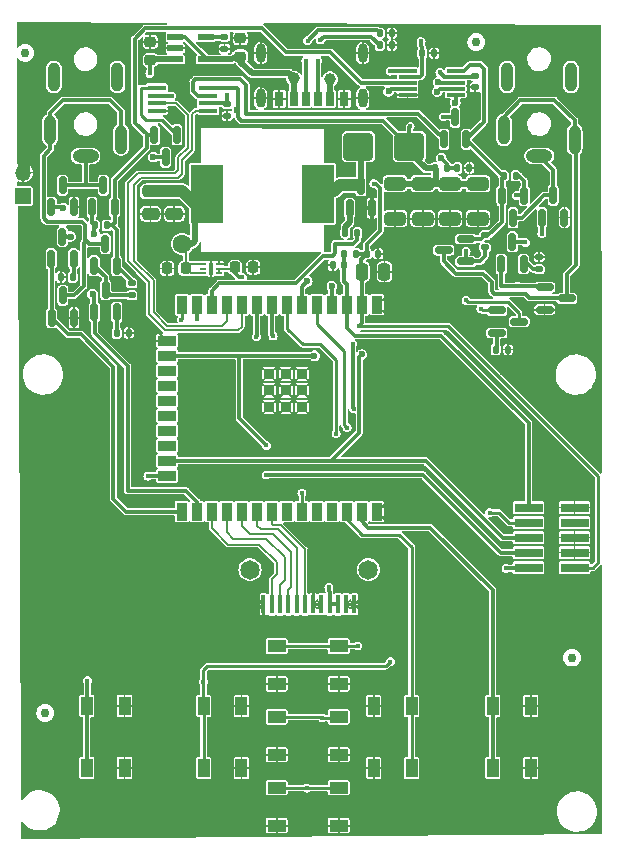
<source format=gbr>
G04 #@! TF.GenerationSoftware,KiCad,Pcbnew,7.0.5*
G04 #@! TF.CreationDate,2023-09-25T09:29:56+01:00*
G04 #@! TF.ProjectId,MaxTENS,4d617854-454e-4532-9e6b-696361645f70,rev?*
G04 #@! TF.SameCoordinates,Original*
G04 #@! TF.FileFunction,Copper,L1,Top*
G04 #@! TF.FilePolarity,Positive*
%FSLAX46Y46*%
G04 Gerber Fmt 4.6, Leading zero omitted, Abs format (unit mm)*
G04 Created by KiCad (PCBNEW 7.0.5) date 2023-09-25 09:29:56*
%MOMM*%
%LPD*%
G01*
G04 APERTURE LIST*
G04 Aperture macros list*
%AMRoundRect*
0 Rectangle with rounded corners*
0 $1 Rounding radius*
0 $2 $3 $4 $5 $6 $7 $8 $9 X,Y pos of 4 corners*
0 Add a 4 corners polygon primitive as box body*
4,1,4,$2,$3,$4,$5,$6,$7,$8,$9,$2,$3,0*
0 Add four circle primitives for the rounded corners*
1,1,$1+$1,$2,$3*
1,1,$1+$1,$4,$5*
1,1,$1+$1,$6,$7*
1,1,$1+$1,$8,$9*
0 Add four rect primitives between the rounded corners*
20,1,$1+$1,$2,$3,$4,$5,0*
20,1,$1+$1,$4,$5,$6,$7,0*
20,1,$1+$1,$6,$7,$8,$9,0*
20,1,$1+$1,$8,$9,$2,$3,0*%
G04 Aperture macros list end*
G04 #@! TA.AperFunction,SMDPad,CuDef*
%ADD10R,2.387600X0.762000*%
G04 #@! TD*
G04 #@! TA.AperFunction,SMDPad,CuDef*
%ADD11C,0.750000*%
G04 #@! TD*
G04 #@! TA.AperFunction,SMDPad,CuDef*
%ADD12RoundRect,0.135000X-0.185000X0.135000X-0.185000X-0.135000X0.185000X-0.135000X0.185000X0.135000X0*%
G04 #@! TD*
G04 #@! TA.AperFunction,SMDPad,CuDef*
%ADD13RoundRect,0.150000X0.150000X-0.587500X0.150000X0.587500X-0.150000X0.587500X-0.150000X-0.587500X0*%
G04 #@! TD*
G04 #@! TA.AperFunction,SMDPad,CuDef*
%ADD14RoundRect,0.135000X0.135000X0.185000X-0.135000X0.185000X-0.135000X-0.185000X0.135000X-0.185000X0*%
G04 #@! TD*
G04 #@! TA.AperFunction,SMDPad,CuDef*
%ADD15RoundRect,0.150000X-0.150000X0.587500X-0.150000X-0.587500X0.150000X-0.587500X0.150000X0.587500X0*%
G04 #@! TD*
G04 #@! TA.AperFunction,SMDPad,CuDef*
%ADD16RoundRect,0.150000X-0.587500X-0.150000X0.587500X-0.150000X0.587500X0.150000X-0.587500X0.150000X0*%
G04 #@! TD*
G04 #@! TA.AperFunction,SMDPad,CuDef*
%ADD17RoundRect,0.135000X-0.135000X-0.185000X0.135000X-0.185000X0.135000X0.185000X-0.135000X0.185000X0*%
G04 #@! TD*
G04 #@! TA.AperFunction,SMDPad,CuDef*
%ADD18RoundRect,0.250000X-0.650000X0.325000X-0.650000X-0.325000X0.650000X-0.325000X0.650000X0.325000X0*%
G04 #@! TD*
G04 #@! TA.AperFunction,SMDPad,CuDef*
%ADD19R,1.320800X0.508000*%
G04 #@! TD*
G04 #@! TA.AperFunction,SMDPad,CuDef*
%ADD20RoundRect,0.140000X-0.170000X0.140000X-0.170000X-0.140000X0.170000X-0.140000X0.170000X0.140000X0*%
G04 #@! TD*
G04 #@! TA.AperFunction,SMDPad,CuDef*
%ADD21RoundRect,0.140000X-0.140000X-0.170000X0.140000X-0.170000X0.140000X0.170000X-0.140000X0.170000X0*%
G04 #@! TD*
G04 #@! TA.AperFunction,SMDPad,CuDef*
%ADD22R,1.524000X0.330200*%
G04 #@! TD*
G04 #@! TA.AperFunction,ComponentPad*
%ADD23O,2.216000X1.108000*%
G04 #@! TD*
G04 #@! TA.AperFunction,ComponentPad*
%ADD24O,1.050000X2.450000*%
G04 #@! TD*
G04 #@! TA.AperFunction,SMDPad,CuDef*
%ADD25R,1.549400X0.990600*%
G04 #@! TD*
G04 #@! TA.AperFunction,SMDPad,CuDef*
%ADD26RoundRect,0.225000X0.250000X-0.225000X0.250000X0.225000X-0.250000X0.225000X-0.250000X-0.225000X0*%
G04 #@! TD*
G04 #@! TA.AperFunction,SMDPad,CuDef*
%ADD27RoundRect,0.140000X0.140000X0.170000X-0.140000X0.170000X-0.140000X-0.170000X0.140000X-0.170000X0*%
G04 #@! TD*
G04 #@! TA.AperFunction,SMDPad,CuDef*
%ADD28RoundRect,0.135000X0.185000X-0.135000X0.185000X0.135000X-0.185000X0.135000X-0.185000X-0.135000X0*%
G04 #@! TD*
G04 #@! TA.AperFunction,SMDPad,CuDef*
%ADD29R,0.990600X1.549400*%
G04 #@! TD*
G04 #@! TA.AperFunction,SMDPad,CuDef*
%ADD30R,0.558800X0.177800*%
G04 #@! TD*
G04 #@! TA.AperFunction,SMDPad,CuDef*
%ADD31R,0.406400X1.041400*%
G04 #@! TD*
G04 #@! TA.AperFunction,SMDPad,CuDef*
%ADD32RoundRect,0.250000X-0.475000X0.250000X-0.475000X-0.250000X0.475000X-0.250000X0.475000X0.250000X0*%
G04 #@! TD*
G04 #@! TA.AperFunction,SMDPad,CuDef*
%ADD33R,0.900000X1.500000*%
G04 #@! TD*
G04 #@! TA.AperFunction,SMDPad,CuDef*
%ADD34R,1.500000X0.900000*%
G04 #@! TD*
G04 #@! TA.AperFunction,SMDPad,CuDef*
%ADD35R,0.900000X0.900000*%
G04 #@! TD*
G04 #@! TA.AperFunction,SMDPad,CuDef*
%ADD36RoundRect,0.150000X0.587500X0.150000X-0.587500X0.150000X-0.587500X-0.150000X0.587500X-0.150000X0*%
G04 #@! TD*
G04 #@! TA.AperFunction,SMDPad,CuDef*
%ADD37RoundRect,0.250000X1.000000X0.900000X-1.000000X0.900000X-1.000000X-0.900000X1.000000X-0.900000X0*%
G04 #@! TD*
G04 #@! TA.AperFunction,SMDPad,CuDef*
%ADD38RoundRect,0.250000X-0.250000X-0.475000X0.250000X-0.475000X0.250000X0.475000X-0.250000X0.475000X0*%
G04 #@! TD*
G04 #@! TA.AperFunction,SMDPad,CuDef*
%ADD39R,0.700000X1.200000*%
G04 #@! TD*
G04 #@! TA.AperFunction,SMDPad,CuDef*
%ADD40R,0.760000X1.200000*%
G04 #@! TD*
G04 #@! TA.AperFunction,SMDPad,CuDef*
%ADD41R,0.800000X1.200000*%
G04 #@! TD*
G04 #@! TA.AperFunction,ComponentPad*
%ADD42O,0.800000X1.600000*%
G04 #@! TD*
G04 #@! TA.AperFunction,SMDPad,CuDef*
%ADD43RoundRect,0.225000X-0.225000X-0.250000X0.225000X-0.250000X0.225000X0.250000X-0.225000X0.250000X0*%
G04 #@! TD*
G04 #@! TA.AperFunction,ComponentPad*
%ADD44R,1.350000X1.350000*%
G04 #@! TD*
G04 #@! TA.AperFunction,ComponentPad*
%ADD45O,1.350000X1.350000*%
G04 #@! TD*
G04 #@! TA.AperFunction,SMDPad,CuDef*
%ADD46R,1.524000X0.457200*%
G04 #@! TD*
G04 #@! TA.AperFunction,SMDPad,CuDef*
%ADD47RoundRect,0.225000X0.225000X0.250000X-0.225000X0.250000X-0.225000X-0.250000X0.225000X-0.250000X0*%
G04 #@! TD*
G04 #@! TA.AperFunction,ComponentPad*
%ADD48C,1.650000*%
G04 #@! TD*
G04 #@! TA.AperFunction,SMDPad,CuDef*
%ADD49R,0.350000X1.600000*%
G04 #@! TD*
G04 #@! TA.AperFunction,SMDPad,CuDef*
%ADD50R,2.794000X4.953000*%
G04 #@! TD*
G04 #@! TA.AperFunction,ViaPad*
%ADD51C,1.600000*%
G04 #@! TD*
G04 #@! TA.AperFunction,ViaPad*
%ADD52C,0.450000*%
G04 #@! TD*
G04 #@! TA.AperFunction,ViaPad*
%ADD53C,0.600000*%
G04 #@! TD*
G04 #@! TA.AperFunction,ViaPad*
%ADD54C,1.000000*%
G04 #@! TD*
G04 #@! TA.AperFunction,Conductor*
%ADD55C,0.254000*%
G04 #@! TD*
G04 #@! TA.AperFunction,Conductor*
%ADD56C,1.000000*%
G04 #@! TD*
G04 #@! TA.AperFunction,Conductor*
%ADD57C,0.300000*%
G04 #@! TD*
G04 #@! TA.AperFunction,Conductor*
%ADD58C,0.200000*%
G04 #@! TD*
G04 #@! TA.AperFunction,Conductor*
%ADD59C,0.500000*%
G04 #@! TD*
G04 #@! TA.AperFunction,Conductor*
%ADD60C,0.150000*%
G04 #@! TD*
G04 APERTURE END LIST*
D10*
G04 #@! TO.P,J5,1,1*
G04 #@! TO.N,+3.3V*
X245800002Y-86340000D03*
G04 #@! TO.P,J5,2,2*
G04 #@! TO.N,/MCU/SCLK*
X241900000Y-86340000D03*
G04 #@! TO.P,J5,3,3*
G04 #@! TO.N,GND*
X245800002Y-85070000D03*
G04 #@! TO.P,J5,4,4*
G04 #@! TO.N,/MCU/MOSI*
X241900000Y-85070000D03*
G04 #@! TO.P,J5,5,5*
G04 #@! TO.N,GND*
X245800002Y-83800000D03*
G04 #@! TO.P,J5,6,6*
G04 #@! TO.N,/MCU/CS*
X241900000Y-83800000D03*
G04 #@! TO.P,J5,7,7*
G04 #@! TO.N,unconnected-(J5-Pad7)*
X245800002Y-82530000D03*
G04 #@! TO.P,J5,8,8*
G04 #@! TO.N,/MCU/RIGHT_BTN*
X241900000Y-82530000D03*
G04 #@! TO.P,J5,9,9*
G04 #@! TO.N,GND*
X245800002Y-81260000D03*
G04 #@! TO.P,J5,10,10*
G04 #@! TO.N,/MCU/EN*
X241900000Y-81260000D03*
G04 #@! TD*
D11*
G04 #@! TO.P,FID4,*
G04 #@! TO.N,*
X245580000Y-93960000D03*
G04 #@! TD*
G04 #@! TO.P,FID3,*
G04 #@! TO.N,*
X200980000Y-98660000D03*
G04 #@! TD*
G04 #@! TO.P,FID2,*
G04 #@! TO.N,*
X237480000Y-41860000D03*
G04 #@! TD*
G04 #@! TO.P,FID1,*
G04 #@! TO.N,*
X199280000Y-42760000D03*
G04 #@! TD*
D12*
G04 #@! TO.P,R17,1*
G04 #@! TO.N,Net-(U3-PROG)*
X216160000Y-41390000D03*
G04 #@! TO.P,R17,2*
G04 #@! TO.N,GND*
X216160000Y-42410000D03*
G04 #@! TD*
D13*
G04 #@! TO.P,Q4,1,B*
G04 #@! TO.N,/ElectrodeChannels/CH1_1*
X201510000Y-55837500D03*
G04 #@! TO.P,Q4,2,E*
G04 #@! TO.N,GND*
X203410000Y-55837500D03*
G04 #@! TO.P,Q4,3,C*
G04 #@! TO.N,/ElectrodeChannels/CH1_P*
X202460000Y-53962500D03*
G04 #@! TD*
D14*
G04 #@! TO.P,R18,1*
G04 #@! TO.N,GND*
X230310000Y-41100000D03*
G04 #@! TO.P,R18,2*
G04 #@! TO.N,Net-(J1-CC2)*
X229290000Y-41100000D03*
G04 #@! TD*
D15*
G04 #@! TO.P,Q8,1,B*
G04 #@! TO.N,Net-(Q7-C)*
X241540000Y-54855000D03*
G04 #@! TO.P,Q8,2,E*
G04 #@! TO.N,+OUT_2*
X239640000Y-54855000D03*
G04 #@! TO.P,Q8,3,C*
G04 #@! TO.N,/ElectrodeChannels/CH2_P*
X240590000Y-56730000D03*
G04 #@! TD*
D16*
G04 #@! TO.P,Q21,1,B*
G04 #@! TO.N,/ElectrodeChannels/CH2_1*
X239222500Y-64570000D03*
G04 #@! TO.P,Q21,2,E*
G04 #@! TO.N,Net-(Q21-E)*
X239222500Y-66470000D03*
G04 #@! TO.P,Q21,3,C*
G04 #@! TO.N,Net-(Q20-B)*
X241097500Y-65520000D03*
G04 #@! TD*
D13*
G04 #@! TO.P,Q3,1,B*
G04 #@! TO.N,/Opamp/OUTB*
X234740000Y-50087500D03*
G04 #@! TO.P,Q3,2,E*
G04 #@! TO.N,+OUT_2*
X236640000Y-50087500D03*
G04 #@! TO.P,Q3,3,C*
G04 #@! TO.N,VCC*
X235690000Y-48212500D03*
G04 #@! TD*
D17*
G04 #@! TO.P,R3,1*
G04 #@! TO.N,/BoostConverter/VFB*
X235880000Y-52510000D03*
G04 #@! TO.P,R3,2*
G04 #@! TO.N,GND*
X236900000Y-52510000D03*
G04 #@! TD*
D13*
G04 #@! TO.P,Q6,1,B*
G04 #@! TO.N,/ElectrodeChannels/CH1_2*
X201490000Y-60187500D03*
G04 #@! TO.P,Q6,2,E*
G04 #@! TO.N,Net-(Q6-E)*
X203390000Y-60187500D03*
G04 #@! TO.P,Q6,3,C*
G04 #@! TO.N,Net-(Q5-B)*
X202440000Y-58312500D03*
G04 #@! TD*
G04 #@! TO.P,Q9,1,B*
G04 #@! TO.N,/ElectrodeChannels/CH2_1*
X243040000Y-56707500D03*
G04 #@! TO.P,Q9,2,E*
G04 #@! TO.N,GND*
X244940000Y-56707500D03*
G04 #@! TO.P,Q9,3,C*
G04 #@! TO.N,/ElectrodeChannels/CH2_P*
X243990000Y-54832500D03*
G04 #@! TD*
D18*
G04 #@! TO.P,C4,1*
G04 #@! TO.N,VCC*
X237620000Y-53855000D03*
G04 #@! TO.P,C4,2*
G04 #@! TO.N,GND*
X237620000Y-56805000D03*
G04 #@! TD*
D19*
G04 #@! TO.P,U3,1,CE*
G04 #@! TO.N,+5V*
X211979600Y-41424999D03*
G04 #@! TO.P,U3,2,VSS*
G04 #@! TO.N,GND*
X211979600Y-42375000D03*
G04 #@! TO.P,U3,3,VBAT*
G04 #@! TO.N,+BATT*
X211979600Y-43325001D03*
G04 #@! TO.P,U3,4,VDD*
G04 #@! TO.N,+5V*
X214570400Y-43325001D03*
G04 #@! TO.P,U3,5,PROG*
G04 #@! TO.N,Net-(U3-PROG)*
X214570400Y-41424999D03*
G04 #@! TD*
D17*
G04 #@! TO.P,R4,1*
G04 #@! TO.N,/Opamp/P0W*
X232890000Y-42800000D03*
G04 #@! TO.P,R4,2*
G04 #@! TO.N,GND*
X233910000Y-42800000D03*
G04 #@! TD*
D18*
G04 #@! TO.P,C12,1*
G04 #@! TO.N,VCC*
X230600000Y-53845000D03*
G04 #@! TO.P,C12,2*
G04 #@! TO.N,GND*
X230600000Y-56795000D03*
G04 #@! TD*
D20*
G04 #@! TO.P,C5,1*
G04 #@! TO.N,+3.3V*
X237400000Y-44720000D03*
G04 #@! TO.P,C5,2*
G04 #@! TO.N,GND*
X237400000Y-45680000D03*
G04 #@! TD*
D21*
G04 #@! TO.P,C6,1*
G04 #@! TO.N,+3.3V*
X228210000Y-59780000D03*
G04 #@! TO.P,C6,2*
G04 #@! TO.N,GND*
X229170000Y-59780000D03*
G04 #@! TD*
D14*
G04 #@! TO.P,R1,1*
G04 #@! TO.N,/BoostConverter/VSW*
X227420000Y-58000000D03*
G04 #@! TO.P,R1,2*
G04 #@! TO.N,Net-(Q1-G)*
X226400000Y-58000000D03*
G04 #@! TD*
D22*
G04 #@! TO.P,U2,1,\u002ACS*
G04 #@! TO.N,/MCU/CS*
X235744700Y-46300001D03*
G04 #@! TO.P,U2,2,SCK*
G04 #@! TO.N,/MCU/SCLK*
X235744700Y-45799999D03*
G04 #@! TO.P,U2,3,SDI*
G04 #@! TO.N,/MCU/MOSI*
X235744700Y-45300000D03*
G04 #@! TO.P,U2,4,VSS*
G04 #@! TO.N,+3.3V*
X235744700Y-44800001D03*
G04 #@! TO.P,U2,5,P1B*
G04 #@! TO.N,+OUT_2*
X235744700Y-44299999D03*
G04 #@! TO.P,U2,6,P1W*
G04 #@! TO.N,/Opamp/P1W*
X231655300Y-44299999D03*
G04 #@! TO.P,U2,7,P0W*
G04 #@! TO.N,/Opamp/P0W*
X231655300Y-44800001D03*
G04 #@! TO.P,U2,8,P0B*
G04 #@! TO.N,+OUT_1*
X231655300Y-45300000D03*
G04 #@! TO.P,U2,9,SDO*
G04 #@! TO.N,/MCU/MISO*
X231655300Y-45799999D03*
G04 #@! TO.P,U2,10,VDD*
G04 #@! TO.N,GND*
X231655300Y-46300001D03*
G04 #@! TD*
D23*
G04 #@! TO.P,J3,A*
G04 #@! TO.N,/ElectrodeChannels/CH1_P*
X204400000Y-51500000D03*
D24*
G04 #@! TO.P,J3,B*
G04 #@! TO.N,/ElectrodeChannels/CH1_N*
X207400000Y-50100000D03*
G04 #@! TO.P,J3,C*
X201400000Y-49300000D03*
G04 #@! TO.P,J3,SH1*
G04 #@! TO.N,N/C*
X207100000Y-44800000D03*
G04 #@! TO.P,J3,SH2*
X201700000Y-44800000D03*
G04 #@! TD*
D13*
G04 #@! TO.P,Q7,1,B*
G04 #@! TO.N,/ElectrodeChannels/CH2_2*
X239590000Y-60640000D03*
G04 #@! TO.P,Q7,2,E*
G04 #@! TO.N,Net-(Q7-E)*
X241490000Y-60640000D03*
G04 #@! TO.P,Q7,3,C*
G04 #@! TO.N,Net-(Q7-C)*
X240540000Y-58765000D03*
G04 #@! TD*
D18*
G04 #@! TO.P,C11,1*
G04 #@! TO.N,VCC*
X232950000Y-53850000D03*
G04 #@! TO.P,C11,2*
G04 #@! TO.N,GND*
X232950000Y-56800000D03*
G04 #@! TD*
D25*
G04 #@! TO.P,S6,1*
G04 #@! TO.N,/MCU/MODE_BTN*
X220574999Y-104990001D03*
G04 #@! TO.P,S6,2*
X225825001Y-104990001D03*
G04 #@! TO.P,S6,3*
G04 #@! TO.N,GND*
X220574999Y-108189999D03*
G04 #@! TO.P,S6,4*
X225825001Y-108189999D03*
G04 #@! TD*
D14*
G04 #@! TO.P,R16,1*
G04 #@! TO.N,+3.3V*
X227330000Y-59790000D03*
G04 #@! TO.P,R16,2*
G04 #@! TO.N,/MCU/EN*
X226310000Y-59790000D03*
G04 #@! TD*
D26*
G04 #@! TO.P,C10,1*
G04 #@! TO.N,+BATT*
X209875000Y-43375000D03*
G04 #@! TO.P,C10,2*
G04 #@! TO.N,GND*
X209875000Y-41825000D03*
G04 #@! TD*
D27*
G04 #@! TO.P,C8,1*
G04 #@! TO.N,/MCU/EN*
X226280000Y-60750000D03*
G04 #@! TO.P,C8,2*
G04 #@! TO.N,GND*
X225320000Y-60750000D03*
G04 #@! TD*
D28*
G04 #@! TO.P,R22,1*
G04 #@! TO.N,Net-(Q16-C)*
X208320000Y-63290000D03*
G04 #@! TO.P,R22,2*
G04 #@! TO.N,+OUT_1*
X208320000Y-62270000D03*
G04 #@! TD*
D16*
G04 #@! TO.P,Q19,1,B*
G04 #@! TO.N,/ElectrodeChannels/CH2_2*
X243262500Y-62610000D03*
G04 #@! TO.P,Q19,2,E*
G04 #@! TO.N,GND*
X243262500Y-64510000D03*
G04 #@! TO.P,Q19,3,C*
G04 #@! TO.N,/ElectrodeChannels/CH2_N*
X245137500Y-63560000D03*
G04 #@! TD*
D17*
G04 #@! TO.P,R10,1*
G04 #@! TO.N,Net-(Q21-E)*
X239140000Y-67880000D03*
G04 #@! TO.P,R10,2*
G04 #@! TO.N,GND*
X240160000Y-67880000D03*
G04 #@! TD*
D29*
G04 #@! TO.P,S4,1*
G04 #@! TO.N,/MCU/LEFT_BTN*
X231999999Y-98064999D03*
G04 #@! TO.P,S4,2*
X231999999Y-103315001D03*
G04 #@! TO.P,S4,3*
G04 #@! TO.N,GND*
X228800001Y-98064999D03*
G04 #@! TO.P,S4,4*
X228800001Y-103315001D03*
G04 #@! TD*
D30*
G04 #@! TO.P,U4,1,OUT*
G04 #@! TO.N,+3.3V*
X215670000Y-61440000D03*
G04 #@! TO.P,U4,2,FB*
X215670000Y-61040001D03*
G04 #@! TO.P,U4,3,GND*
G04 #@! TO.N,GND*
X215670000Y-60640002D03*
G04 #@! TO.P,U4,4,EN*
G04 #@! TO.N,+BATT*
X214374600Y-60640002D03*
G04 #@! TO.P,U4,5,NC*
G04 #@! TO.N,unconnected-(U4-NC-Pad5)*
X214374600Y-61040001D03*
G04 #@! TO.P,U4,6,IN*
G04 #@! TO.N,+BATT*
X214374600Y-61440000D03*
D31*
G04 #@! TO.P,U4,7,GND*
G04 #@! TO.N,GND*
X215022300Y-61040001D03*
G04 #@! TD*
D13*
G04 #@! TO.P,Q17,1,B*
G04 #@! TO.N,Net-(Q16-C)*
X205130000Y-60787500D03*
G04 #@! TO.P,Q17,2,E*
G04 #@! TO.N,+OUT_1*
X207030000Y-60787500D03*
G04 #@! TO.P,Q17,3,C*
G04 #@! TO.N,/ElectrodeChannels/CH1_N*
X206080000Y-58912500D03*
G04 #@! TD*
D26*
G04 #@! TO.P,C9,1*
G04 #@! TO.N,+5V*
X217500000Y-43075000D03*
G04 #@! TO.P,C9,2*
G04 #@! TO.N,GND*
X217500000Y-41525000D03*
G04 #@! TD*
D13*
G04 #@! TO.P,Q16,1,B*
G04 #@! TO.N,/ElectrodeChannels/CH1_1*
X205140000Y-64705000D03*
G04 #@! TO.P,Q16,2,E*
G04 #@! TO.N,Net-(Q16-E)*
X207040000Y-64705000D03*
G04 #@! TO.P,Q16,3,C*
G04 #@! TO.N,Net-(Q16-C)*
X206090000Y-62830000D03*
G04 #@! TD*
D28*
G04 #@! TO.P,R9,1*
G04 #@! TO.N,Net-(Q20-B)*
X238220000Y-59240000D03*
G04 #@! TO.P,R9,2*
G04 #@! TO.N,+OUT_2*
X238220000Y-58220000D03*
G04 #@! TD*
D32*
G04 #@! TO.P,C1,1*
G04 #@! TO.N,+BATT*
X209900000Y-54500000D03*
G04 #@! TO.P,C1,2*
G04 #@! TO.N,GND*
X209900000Y-56400000D03*
G04 #@! TD*
D33*
G04 #@! TO.P,IC1,1,GND_1*
G04 #@! TO.N,GND*
X229060000Y-64100000D03*
G04 #@! TO.P,IC1,2,3V3*
G04 #@! TO.N,+3.3V*
X227790000Y-64100000D03*
G04 #@! TO.P,IC1,3,EN*
G04 #@! TO.N,/MCU/EN*
X226520000Y-64100000D03*
G04 #@! TO.P,IC1,4,SENSOR_VP*
G04 #@! TO.N,/BoostConverter/VFB*
X225250000Y-64100000D03*
G04 #@! TO.P,IC1,5,SENSOR_VN*
G04 #@! TO.N,/MCU/TIMER_BTN*
X223980000Y-64100000D03*
G04 #@! TO.P,IC1,6,IO34*
G04 #@! TO.N,/MCU/MISO*
X222710000Y-64100000D03*
G04 #@! TO.P,IC1,7,IO35*
G04 #@! TO.N,/MCU/OK_BTN*
X221440000Y-64100000D03*
G04 #@! TO.P,IC1,8,IO32*
G04 #@! TO.N,/ElectrodeChannels/CH2_1*
X220170000Y-64100000D03*
G04 #@! TO.P,IC1,9,IO33*
G04 #@! TO.N,/ElectrodeChannels/CH2_2*
X218900000Y-64100000D03*
G04 #@! TO.P,IC1,10,IO25*
G04 #@! TO.N,/MCU/IN2*
X217630000Y-64100000D03*
G04 #@! TO.P,IC1,11,IO26*
G04 #@! TO.N,/MCU/IN1*
X216360000Y-64100000D03*
G04 #@! TO.P,IC1,12,IO27*
G04 #@! TO.N,/BoostConverter/VSW*
X215090000Y-64100000D03*
G04 #@! TO.P,IC1,13,IO14*
G04 #@! TO.N,/MCU/SCLK*
X213820000Y-64100000D03*
G04 #@! TO.P,IC1,14,IO12*
G04 #@! TO.N,/MCU/RIGHT_BTN*
X212550000Y-64100000D03*
D34*
G04 #@! TO.P,IC1,15,GND_2*
G04 #@! TO.N,GND*
X211300000Y-67135000D03*
G04 #@! TO.P,IC1,16,IO13*
G04 #@! TO.N,/MCU/MOSI*
X211300000Y-68405000D03*
G04 #@! TO.P,IC1,17,NC_1*
G04 #@! TO.N,unconnected-(IC1-NC_1-Pad17)*
X211300000Y-69675000D03*
G04 #@! TO.P,IC1,18,NC_2*
G04 #@! TO.N,unconnected-(IC1-NC_2-Pad18)*
X211300000Y-70945000D03*
G04 #@! TO.P,IC1,19,NC_3*
G04 #@! TO.N,unconnected-(IC1-NC_3-Pad19)*
X211300000Y-72215000D03*
G04 #@! TO.P,IC1,20,NC_4*
G04 #@! TO.N,unconnected-(IC1-NC_4-Pad20)*
X211300000Y-73485000D03*
G04 #@! TO.P,IC1,21,NC_5*
G04 #@! TO.N,unconnected-(IC1-NC_5-Pad21)*
X211300000Y-74755000D03*
G04 #@! TO.P,IC1,22,NC_6*
G04 #@! TO.N,unconnected-(IC1-NC_6-Pad22)*
X211300000Y-76025000D03*
G04 #@! TO.P,IC1,23,IO15*
G04 #@! TO.N,/MCU/CS*
X211300000Y-77295000D03*
G04 #@! TO.P,IC1,24,IO2*
G04 #@! TO.N,/MCU/CH1_BTN*
X211300000Y-78565000D03*
D33*
G04 #@! TO.P,IC1,25,IO0*
G04 #@! TO.N,/ElectrodeChannels/CH1_2*
X212550000Y-81600000D03*
G04 #@! TO.P,IC1,26,IO4*
G04 #@! TO.N,/ElectrodeChannels/CH1_1*
X213820000Y-81600000D03*
G04 #@! TO.P,IC1,27,IO16*
G04 #@! TO.N,/LCD/RST*
X215090000Y-81600000D03*
G04 #@! TO.P,IC1,28,IO17*
G04 #@! TO.N,/LCD/DIN*
X216360000Y-81600000D03*
G04 #@! TO.P,IC1,29,IO5*
G04 #@! TO.N,/LCD/CLK*
X217630000Y-81600000D03*
G04 #@! TO.P,IC1,30,IO18*
G04 #@! TO.N,/LCD/CS*
X218900000Y-81600000D03*
G04 #@! TO.P,IC1,31,IO19*
G04 #@! TO.N,/LCD/DC*
X220170000Y-81600000D03*
G04 #@! TO.P,IC1,32,NC_7*
G04 #@! TO.N,unconnected-(IC1-NC_7-Pad32)*
X221440000Y-81600000D03*
G04 #@! TO.P,IC1,33,IO21*
G04 #@! TO.N,/MCU/MODE_BTN*
X222710000Y-81600000D03*
G04 #@! TO.P,IC1,34,RXD0*
G04 #@! TO.N,unconnected-(IC1-RXD0-Pad34)*
X223980000Y-81600000D03*
G04 #@! TO.P,IC1,35,TXD0*
G04 #@! TO.N,unconnected-(IC1-TXD0-Pad35)*
X225250000Y-81600000D03*
G04 #@! TO.P,IC1,36,IO22*
G04 #@! TO.N,/MCU/LEFT_BTN*
X226520000Y-81600000D03*
G04 #@! TO.P,IC1,37,IO23*
G04 #@! TO.N,/MCU/CH2_BTN*
X227790000Y-81600000D03*
G04 #@! TO.P,IC1,38,GND_3*
G04 #@! TO.N,GND*
X229060000Y-81600000D03*
D35*
G04 #@! TO.P,IC1,39,GND_4*
X222740000Y-69950000D03*
G04 #@! TO.P,IC1,40,GND_5*
X221340000Y-69950000D03*
G04 #@! TO.P,IC1,41,GND_6*
X219940000Y-69950000D03*
G04 #@! TO.P,IC1,42,GND_7*
X219940000Y-71350000D03*
G04 #@! TO.P,IC1,43,GND_8*
X219940000Y-72750000D03*
G04 #@! TO.P,IC1,44,GND_9*
X221340000Y-72750000D03*
G04 #@! TO.P,IC1,45,GND_10*
X222740000Y-72750000D03*
G04 #@! TO.P,IC1,46,GND_11*
X222740000Y-71350000D03*
G04 #@! TO.P,IC1,47,GND_12*
X221340000Y-71350000D03*
G04 #@! TD*
D17*
G04 #@! TO.P,R21,1*
G04 #@! TO.N,Net-(Q16-E)*
X207040000Y-66480000D03*
G04 #@! TO.P,R21,2*
G04 #@! TO.N,GND*
X208060000Y-66480000D03*
G04 #@! TD*
D28*
G04 #@! TO.P,R7,1*
G04 #@! TO.N,Net-(Q7-E)*
X242820000Y-61070000D03*
G04 #@! TO.P,R7,2*
G04 #@! TO.N,GND*
X242820000Y-60050000D03*
G04 #@! TD*
D17*
G04 #@! TO.P,R6,1*
G04 #@! TO.N,Net-(Q5-B)*
X205170000Y-57380000D03*
G04 #@! TO.P,R6,2*
G04 #@! TO.N,+OUT_1*
X206190000Y-57380000D03*
G04 #@! TD*
D36*
G04 #@! TO.P,Q20,1,B*
G04 #@! TO.N,Net-(Q20-B)*
X236597500Y-60420000D03*
G04 #@! TO.P,Q20,2,E*
G04 #@! TO.N,+OUT_2*
X236597500Y-58520000D03*
G04 #@! TO.P,Q20,3,C*
G04 #@! TO.N,/ElectrodeChannels/CH2_N*
X234722500Y-59470000D03*
G04 #@! TD*
D25*
G04 #@! TO.P,S3,1*
G04 #@! TO.N,/MCU/TIMER_BTN*
X220574999Y-92990001D03*
G04 #@! TO.P,S3,2*
X225825001Y-92990001D03*
G04 #@! TO.P,S3,3*
G04 #@! TO.N,GND*
X220574999Y-96189999D03*
G04 #@! TO.P,S3,4*
X225825001Y-96189999D03*
G04 #@! TD*
D18*
G04 #@! TO.P,C3,1*
G04 #@! TO.N,VCC*
X235250000Y-53850000D03*
G04 #@! TO.P,C3,2*
G04 #@! TO.N,GND*
X235250000Y-56800000D03*
G04 #@! TD*
D37*
G04 #@! TO.P,D1,1,K*
G04 #@! TO.N,VCC*
X231800000Y-50700000D03*
G04 #@! TO.P,D1,2,A*
G04 #@! TO.N,Net-(D1-A)*
X227500000Y-50700000D03*
G04 #@! TD*
D38*
G04 #@! TO.P,C7,1*
G04 #@! TO.N,+3.3V*
X227800000Y-61290000D03*
G04 #@! TO.P,C7,2*
G04 #@! TO.N,GND*
X229700000Y-61290000D03*
G04 #@! TD*
D14*
G04 #@! TO.P,R8,1*
G04 #@! TO.N,Net-(Q7-C)*
X240820000Y-53180000D03*
G04 #@! TO.P,R8,2*
G04 #@! TO.N,+OUT_2*
X239800000Y-53180000D03*
G04 #@! TD*
D39*
G04 #@! TO.P,J1,A5,CC1*
G04 #@! TO.N,Net-(J1-CC1)*
X224050000Y-46680000D03*
D40*
G04 #@! TO.P,J1,A9,VBUS*
G04 #@! TO.N,+5V*
X222030000Y-46680000D03*
D41*
G04 #@! TO.P,J1,A12,GND*
G04 #@! TO.N,GND*
X220800000Y-46680000D03*
D39*
G04 #@! TO.P,J1,B5,CC2*
G04 #@! TO.N,Net-(J1-CC2)*
X223050000Y-46680000D03*
D40*
G04 #@! TO.P,J1,B9,VBUS*
G04 #@! TO.N,+5V*
X225070000Y-46680000D03*
D41*
G04 #@! TO.P,J1,B12,GND*
G04 #@! TO.N,GND*
X226300000Y-46680000D03*
D42*
G04 #@! TO.P,J1,S1,SHIELD*
X227870000Y-46600000D03*
G04 #@! TO.P,J1,S2,SHIELD*
X219230000Y-46600000D03*
G04 #@! TO.P,J1,S3,SHIELD*
X227870000Y-42800000D03*
G04 #@! TO.P,J1,S4,SHIELD*
X219230000Y-42800000D03*
G04 #@! TD*
D29*
G04 #@! TO.P,S2,1*
G04 #@! TO.N,/MCU/CH2_BTN*
X238880001Y-103295001D03*
G04 #@! TO.P,S2,2*
X238880001Y-98044999D03*
G04 #@! TO.P,S2,3*
G04 #@! TO.N,GND*
X242079999Y-103295001D03*
G04 #@! TO.P,S2,4*
X242079999Y-98044999D03*
G04 #@! TD*
D43*
G04 #@! TO.P,C14,1*
G04 #@! TO.N,+3.3V*
X217055000Y-60910000D03*
G04 #@! TO.P,C14,2*
G04 #@! TO.N,GND*
X218605000Y-60910000D03*
G04 #@! TD*
D12*
G04 #@! TO.P,R5,1*
G04 #@! TO.N,/Opamp/P1W*
X216400000Y-47090000D03*
G04 #@! TO.P,R5,2*
G04 #@! TO.N,GND*
X216400000Y-48110000D03*
G04 #@! TD*
D15*
G04 #@! TO.P,Q2,1,B*
G04 #@! TO.N,/Opamp/OUTA*
X212130000Y-49710000D03*
G04 #@! TO.P,Q2,2,E*
G04 #@! TO.N,+OUT_1*
X210230000Y-49710000D03*
G04 #@! TO.P,Q2,3,C*
G04 #@! TO.N,VCC*
X211180000Y-51585000D03*
G04 #@! TD*
D13*
G04 #@! TO.P,Q5,1,B*
G04 #@! TO.N,Net-(Q5-B)*
X204950000Y-55847500D03*
G04 #@! TO.P,Q5,2,E*
G04 #@! TO.N,+OUT_1*
X206850000Y-55847500D03*
G04 #@! TO.P,Q5,3,C*
G04 #@! TO.N,/ElectrodeChannels/CH1_P*
X205900000Y-53972500D03*
G04 #@! TD*
G04 #@! TO.P,Q18,1,B*
G04 #@! TO.N,/ElectrodeChannels/CH1_2*
X201520000Y-65180000D03*
G04 #@! TO.P,Q18,2,E*
G04 #@! TO.N,GND*
X203420000Y-65180000D03*
G04 #@! TO.P,Q18,3,C*
G04 #@! TO.N,/ElectrodeChannels/CH1_N*
X202470000Y-63305000D03*
G04 #@! TD*
D17*
G04 #@! TO.P,R19,1*
G04 #@! TO.N,Net-(J1-CC1)*
X229290000Y-42100000D03*
G04 #@! TO.P,R19,2*
G04 #@! TO.N,GND*
X230310000Y-42100000D03*
G04 #@! TD*
D25*
G04 #@! TO.P,S7,1*
G04 #@! TO.N,/MCU/OK_BTN*
X220574999Y-98990001D03*
G04 #@! TO.P,S7,2*
X225825001Y-98990001D03*
G04 #@! TO.P,S7,3*
G04 #@! TO.N,GND*
X220574999Y-102189999D03*
G04 #@! TO.P,S7,4*
X225825001Y-102189999D03*
G04 #@! TD*
D44*
G04 #@! TO.P,J6,1,Pin_1*
G04 #@! TO.N,+BATT*
X199100000Y-54900000D03*
D45*
G04 #@! TO.P,J6,2,Pin_2*
G04 #@! TO.N,GND*
X199100000Y-52900000D03*
G04 #@! TD*
D46*
G04 #@! TO.P,U1,1,OUTA*
G04 #@! TO.N,/Opamp/OUTA*
X210428300Y-45725001D03*
G04 #@! TO.P,U1,2,INA-*
G04 #@! TO.N,/Opamp/P0W*
X210428300Y-46374999D03*
G04 #@! TO.P,U1,3,INA+*
G04 #@! TO.N,/MCU/IN2*
X210428300Y-47025001D03*
G04 #@! TO.P,U1,4,V-*
G04 #@! TO.N,GND*
X210428300Y-47674999D03*
G04 #@! TO.P,U1,5,INB+*
G04 #@! TO.N,/MCU/IN1*
X214771700Y-47674999D03*
G04 #@! TO.P,U1,6,INB-*
G04 #@! TO.N,/Opamp/P1W*
X214771700Y-47025001D03*
G04 #@! TO.P,U1,7,OUTB*
G04 #@! TO.N,/Opamp/OUTB*
X214771700Y-46374999D03*
G04 #@! TO.P,U1,8,V+*
G04 #@! TO.N,VCC*
X214771700Y-45725001D03*
G04 #@! TD*
D47*
G04 #@! TO.P,C13,1*
G04 #@! TO.N,+BATT*
X212865000Y-61020000D03*
G04 #@! TO.P,C13,2*
G04 #@! TO.N,GND*
X211315000Y-61020000D03*
G04 #@! TD*
D32*
G04 #@! TO.P,C2,1*
G04 #@! TO.N,+BATT*
X211900000Y-54500000D03*
G04 #@! TO.P,C2,2*
G04 #@! TO.N,GND*
X211900000Y-56400000D03*
G04 #@! TD*
D48*
G04 #@! TO.P,J4,0*
G04 #@! TO.N,N/C*
X218318500Y-86529000D03*
X228351500Y-86529000D03*
D49*
G04 #@! TO.P,J4,1,Pin_1*
G04 #@! TO.N,GND*
X227161500Y-89450000D03*
G04 #@! TO.P,J4,2,Pin_2*
X226461500Y-89450000D03*
G04 #@! TO.P,J4,3,Pin_3*
G04 #@! TO.N,+3.3V*
X225761500Y-89450000D03*
G04 #@! TO.P,J4,4,Pin_4*
X225061500Y-89450000D03*
G04 #@! TO.P,J4,5,Pin_5*
G04 #@! TO.N,GND*
X224361500Y-89450000D03*
G04 #@! TO.P,J4,6,Pin_6*
X223661500Y-89450000D03*
G04 #@! TO.P,J4,7,Pin_7*
G04 #@! TO.N,/LCD/DC*
X222961500Y-89450000D03*
G04 #@! TO.P,J4,8,Pin_8*
G04 #@! TO.N,/LCD/CS*
X222261500Y-89450000D03*
G04 #@! TO.P,J4,9,Pin_9*
G04 #@! TO.N,/LCD/CLK*
X221561500Y-89450000D03*
G04 #@! TO.P,J4,10,Pin_10*
G04 #@! TO.N,/LCD/DIN*
X220861500Y-89450000D03*
G04 #@! TO.P,J4,11,Pin_11*
G04 #@! TO.N,/LCD/RST*
X220161500Y-89450000D03*
G04 #@! TO.P,J4,12,Pin_12*
G04 #@! TO.N,GND*
X219461500Y-89450000D03*
G04 #@! TD*
D13*
G04 #@! TO.P,Q1,1,G*
G04 #@! TO.N,Net-(Q1-G)*
X226750000Y-55900000D03*
G04 #@! TO.P,Q1,2,S*
G04 #@! TO.N,GND*
X228650000Y-55900000D03*
G04 #@! TO.P,Q1,3,D*
G04 #@! TO.N,Net-(D1-A)*
X227700000Y-54025000D03*
G04 #@! TD*
D50*
G04 #@! TO.P,L1,1,1*
G04 #@! TO.N,+BATT*
X214719100Y-54680000D03*
G04 #@! TO.P,L1,2,2*
G04 #@! TO.N,Net-(D1-A)*
X224040900Y-54680000D03*
G04 #@! TD*
D29*
G04 #@! TO.P,S5,1*
G04 #@! TO.N,/MCU/RIGHT_BTN*
X214400000Y-103315001D03*
G04 #@! TO.P,S5,2*
X214400000Y-98064999D03*
G04 #@! TO.P,S5,3*
G04 #@! TO.N,GND*
X217599998Y-103315001D03*
G04 #@! TO.P,S5,4*
X217599998Y-98064999D03*
G04 #@! TD*
D17*
G04 #@! TO.P,R2,1*
G04 #@! TO.N,VCC*
X233990000Y-52500000D03*
G04 #@! TO.P,R2,2*
G04 #@! TO.N,/BoostConverter/VFB*
X235010000Y-52500000D03*
G04 #@! TD*
D23*
G04 #@! TO.P,J2,A*
G04 #@! TO.N,/ElectrodeChannels/CH2_P*
X242800000Y-51500000D03*
D24*
G04 #@! TO.P,J2,B*
G04 #@! TO.N,/ElectrodeChannels/CH2_N*
X245800000Y-50100000D03*
G04 #@! TO.P,J2,C*
X239800000Y-49300000D03*
G04 #@! TO.P,J2,SH1*
G04 #@! TO.N,N/C*
X245500000Y-44800000D03*
G04 #@! TO.P,J2,SH2*
X240100000Y-44800000D03*
G04 #@! TD*
D29*
G04 #@! TO.P,S1,1*
G04 #@! TO.N,/MCU/CH1_BTN*
X204500001Y-103295001D03*
G04 #@! TO.P,S1,2*
X204500001Y-98044999D03*
G04 #@! TO.P,S1,3*
G04 #@! TO.N,GND*
X207699999Y-103295001D03*
G04 #@! TO.P,S1,4*
X207699999Y-98044999D03*
G04 #@! TD*
D14*
G04 #@! TO.P,R20,1*
G04 #@! TO.N,Net-(Q6-E)*
X203320000Y-61740000D03*
G04 #@! TO.P,R20,2*
G04 #@! TO.N,GND*
X202300000Y-61740000D03*
G04 #@! TD*
D51*
G04 #@! TO.N,+BATT*
X212580000Y-58940000D03*
D52*
X209840000Y-44500000D03*
G04 #@! TO.N,GND*
X235830000Y-63350000D03*
X202240000Y-55140000D03*
X224800000Y-74700000D03*
X227810000Y-55900000D03*
X206060000Y-51480000D03*
X208740000Y-78480000D03*
X218100000Y-85000000D03*
X223940000Y-71410000D03*
X205930000Y-55830000D03*
X221980000Y-92450000D03*
X222730000Y-79090000D03*
X220270000Y-43060000D03*
X231080000Y-60960000D03*
X218540000Y-72800000D03*
X227600000Y-92190000D03*
X209980000Y-67090000D03*
X218500000Y-71290000D03*
X242270000Y-58330000D03*
X224510000Y-62480000D03*
X218430000Y-61770000D03*
X209720000Y-77740000D03*
X227050000Y-73870000D03*
X239690000Y-51110000D03*
X244620000Y-51350000D03*
X218700000Y-69070000D03*
X221310000Y-74230000D03*
X209960000Y-67860000D03*
X240490000Y-54140000D03*
X224000000Y-88100000D03*
X243760000Y-57980000D03*
X223480000Y-92030000D03*
X224360000Y-91430000D03*
D51*
X209810000Y-58940000D03*
D52*
X218290000Y-67360000D03*
X231030000Y-61910000D03*
X203180000Y-57540000D03*
X231890000Y-43000000D03*
X221940000Y-79680000D03*
X223960000Y-98320000D03*
X209180000Y-44230000D03*
X204330000Y-63690000D03*
X224620000Y-68520000D03*
X220810000Y-45310000D03*
X222460000Y-41600000D03*
X221730000Y-80290000D03*
X228970000Y-62780000D03*
X236830000Y-64480000D03*
X237870000Y-50000000D03*
X235960000Y-59290000D03*
X209610000Y-52230000D03*
X205240000Y-62220000D03*
X233520000Y-41510000D03*
X215090000Y-95810000D03*
X205380000Y-95610000D03*
X211980000Y-47950000D03*
X231340000Y-42030000D03*
X212080000Y-57440000D03*
X203730000Y-95840000D03*
X202610000Y-51590000D03*
X240490000Y-55530000D03*
X223670000Y-99700000D03*
X219400000Y-91100000D03*
X223400000Y-80400000D03*
X212750000Y-57720000D03*
X237290000Y-63180000D03*
X223530000Y-79770000D03*
X211110000Y-59860000D03*
X229300000Y-43720000D03*
X223830000Y-73300000D03*
X234840000Y-42700000D03*
X224020000Y-72350000D03*
X205380000Y-94830000D03*
X237400000Y-46870000D03*
X215130000Y-96530000D03*
X211750000Y-65250000D03*
X218040000Y-66620000D03*
X223430000Y-73850000D03*
X242780000Y-50340000D03*
X223500000Y-105830000D03*
X227340000Y-93810000D03*
X222500000Y-105710000D03*
X237390000Y-59600000D03*
X222810000Y-74210000D03*
X210190000Y-60960000D03*
X221930000Y-104090000D03*
X228590000Y-54630000D03*
X230150000Y-59740000D03*
X218560000Y-41520000D03*
X211170000Y-49660000D03*
X210160000Y-66240000D03*
X218470000Y-69880000D03*
X228370000Y-67790000D03*
X223720000Y-104040000D03*
X241030000Y-51460000D03*
X213440000Y-96290000D03*
X219830000Y-74190000D03*
X203700000Y-94940000D03*
X231140000Y-42850000D03*
X203650000Y-58950000D03*
X224980000Y-42050000D03*
X228150000Y-44780000D03*
X229880000Y-46890000D03*
X211260000Y-62180000D03*
X234280000Y-41810000D03*
X210140000Y-79250000D03*
X224600000Y-100060000D03*
X230310000Y-43140000D03*
X228270000Y-93200000D03*
X212450000Y-46420000D03*
X234460000Y-43720000D03*
X226660000Y-42630000D03*
X220430000Y-67440000D03*
X204550000Y-50310000D03*
X218850000Y-73740000D03*
G04 #@! TO.N,VCC*
X231880000Y-48990000D03*
D53*
X210130000Y-51580000D03*
X217250500Y-47580000D03*
D52*
X234680000Y-48180000D03*
G04 #@! TO.N,+3.3V*
X217670000Y-61770000D03*
X228810000Y-53840000D03*
X227520000Y-65920000D03*
X234400000Y-44420000D03*
X225000000Y-88000000D03*
D54*
G04 #@! TO.N,+5V*
X222030000Y-44930000D03*
X225100000Y-44990000D03*
D52*
G04 #@! TO.N,/MCU/RIGHT_BTN*
X230200000Y-94300000D03*
X238600000Y-81700000D03*
X214360000Y-96030000D03*
X212510000Y-65340000D03*
G04 #@! TO.N,/MCU/SCLK*
X227000000Y-67400000D03*
X240000000Y-86400000D03*
X227095500Y-72900000D03*
X213820000Y-65280000D03*
D53*
X234160000Y-46040000D03*
G04 #@! TO.N,/MCU/MISO*
X223173556Y-62103556D03*
X230050000Y-46030000D03*
G04 #@! TO.N,/MCU/MOSI*
X223770000Y-68405000D03*
X234240000Y-45260000D03*
D52*
X219700000Y-76000000D03*
X219700000Y-78500000D03*
D53*
G04 #@! TO.N,/MCU/CS*
X227800000Y-68300000D03*
X235700000Y-46970000D03*
D52*
G04 #@! TO.N,/MCU/OK_BTN*
X225610000Y-75000000D03*
X224440000Y-99070000D03*
G04 #@! TO.N,/MCU/TIMER_BTN*
X227450000Y-92980000D03*
X226540000Y-74500000D03*
G04 #@! TO.N,/MCU/CH1_BTN*
X204540000Y-95910000D03*
X209670000Y-78590000D03*
G04 #@! TO.N,/MCU/MODE_BTN*
X222720000Y-80040000D03*
X223130000Y-105010000D03*
G04 #@! TO.N,Net-(J1-CC1)*
X224280000Y-41670000D03*
X224050000Y-43420000D03*
G04 #@! TO.N,Net-(J1-CC2)*
X223195000Y-41725000D03*
X223050000Y-43430000D03*
D53*
G04 #@! TO.N,/ElectrodeChannels/CH1_1*
X202490000Y-55900000D03*
X204990000Y-63190000D03*
D52*
G04 #@! TO.N,/ElectrodeChannels/CH2_2*
X218850000Y-66790000D03*
X240970000Y-62510000D03*
G04 #@! TO.N,/ElectrodeChannels/CH2_1*
X220270000Y-66730000D03*
X243040000Y-58060000D03*
X237860000Y-64410000D03*
D53*
G04 #@! TO.N,/BoostConverter/VFB*
X234520000Y-51680000D03*
X225260000Y-62520000D03*
D52*
G04 #@! TO.N,/Opamp/P0W*
X211700000Y-46400000D03*
X232800000Y-41800000D03*
G04 #@! TO.N,/Opamp/P1W*
X230200000Y-44300000D03*
X216400000Y-46300000D03*
D53*
G04 #@! TO.N,Net-(Q5-B)*
X205150000Y-58120000D03*
X203132500Y-58312500D03*
D52*
G04 #@! TO.N,Net-(Q7-C)*
X241630000Y-58810000D03*
X240860000Y-54820000D03*
G04 #@! TO.N,Net-(Q20-B)*
X236610000Y-63720000D03*
X236610000Y-59580000D03*
G04 #@! TD*
D55*
G04 #@! TO.N,/ElectrodeChannels/CH2_1*
X238020000Y-64570000D02*
X237860000Y-64410000D01*
X239222500Y-64570000D02*
X238020000Y-64570000D01*
D56*
G04 #@! TO.N,+BATT*
X212580000Y-54450000D02*
X209650000Y-54450000D01*
X213680000Y-55550000D02*
X212580000Y-54450000D01*
D55*
X211904601Y-43400000D02*
X211979600Y-43325001D01*
D57*
X209875000Y-44465000D02*
X209840000Y-44500000D01*
D58*
X212865000Y-61020000D02*
X213285000Y-61440000D01*
X212580000Y-58940000D02*
X212865000Y-59225000D01*
D59*
X213680000Y-58680000D02*
X213680000Y-55550000D01*
D58*
X213285000Y-61440000D02*
X214374600Y-61440000D01*
D59*
X209875000Y-43400000D02*
X209953635Y-43321365D01*
D57*
X209875000Y-43375000D02*
X209875000Y-44465000D01*
D59*
X209953635Y-43321365D02*
X211825966Y-43321365D01*
D58*
X212865000Y-59225000D02*
X212865000Y-61020000D01*
D59*
X212580000Y-58940000D02*
X213420000Y-58940000D01*
D58*
X213244998Y-60640002D02*
X212865000Y-61020000D01*
X214374600Y-60640002D02*
X213244998Y-60640002D01*
D59*
X213420000Y-58940000D02*
X213680000Y-58680000D01*
D55*
G04 #@! TO.N,GND*
X219461500Y-89450000D02*
X219461500Y-91038500D01*
D56*
X199100000Y-52900000D02*
X199200000Y-52800000D01*
D58*
X211704999Y-47674999D02*
X211980000Y-47950000D01*
D57*
X228650000Y-55900000D02*
X227810000Y-55900000D01*
X228660000Y-54700000D02*
X228660000Y-57160000D01*
D55*
X223661500Y-88438500D02*
X224000000Y-88100000D01*
D57*
X228650000Y-55900000D02*
X228650000Y-54690000D01*
D56*
X199200000Y-49000000D02*
X199400000Y-48800000D01*
X199200000Y-52800000D02*
X199200000Y-49000000D01*
D58*
X210025000Y-67135000D02*
X209980000Y-67090000D01*
D57*
X227810000Y-55900000D02*
X227760000Y-55950000D01*
D55*
X226450000Y-89400000D02*
X227150000Y-89400000D01*
D58*
X210428300Y-47674999D02*
X211704999Y-47674999D01*
D55*
X223661500Y-89450000D02*
X223661500Y-88438500D01*
D57*
X228590000Y-54630000D02*
X228660000Y-54700000D01*
D55*
X219461500Y-91038500D02*
X219400000Y-91100000D01*
D58*
X211300000Y-67135000D02*
X210025000Y-67135000D01*
D55*
X223661500Y-89450000D02*
X224361500Y-89450000D01*
X226461500Y-89450000D02*
X227161500Y-89450000D01*
D57*
X228650000Y-54690000D02*
X228590000Y-54630000D01*
G04 #@! TO.N,VCC*
X214771700Y-45725001D02*
X217225001Y-45725001D01*
X217225001Y-45725001D02*
X217300000Y-45800000D01*
X210135000Y-51585000D02*
X210130000Y-51580000D01*
X231800000Y-49070000D02*
X231880000Y-48990000D01*
X217600000Y-48500000D02*
X229600000Y-48500000D01*
D59*
X234030000Y-53850000D02*
X234030000Y-52620000D01*
X234030000Y-53850000D02*
X235250000Y-53850000D01*
X231800000Y-51150000D02*
X231800000Y-50700000D01*
D57*
X235657500Y-48180000D02*
X235690000Y-48212500D01*
X229600000Y-48500000D02*
X231800000Y-50700000D01*
D59*
X235250000Y-53850000D02*
X237615000Y-53850000D01*
X237615000Y-53850000D02*
X237620000Y-53855000D01*
X233200000Y-52550000D02*
X231800000Y-51150000D01*
X230650000Y-53850000D02*
X234030000Y-53850000D01*
D57*
X234680000Y-48180000D02*
X235657500Y-48180000D01*
D59*
X234030000Y-52620000D02*
X233960000Y-52550000D01*
D57*
X217300000Y-45800000D02*
X217300000Y-48200000D01*
X217300000Y-48200000D02*
X217600000Y-48500000D01*
X231800000Y-50700000D02*
X231800000Y-49070000D01*
X211180000Y-51585000D02*
X210135000Y-51585000D01*
D59*
X233960000Y-52550000D02*
X233200000Y-52550000D01*
D57*
G04 #@! TO.N,Net-(D1-A)*
X227700000Y-50900000D02*
X227500000Y-50700000D01*
D59*
X227700000Y-54025000D02*
X227700000Y-50900000D01*
D56*
X225450000Y-54470000D02*
X225970000Y-53950000D01*
X225970000Y-53950000D02*
X227390000Y-53950000D01*
D59*
G04 #@! TO.N,Net-(Q1-G)*
X226750000Y-57120000D02*
X226750000Y-55900000D01*
X226400000Y-57470000D02*
X226750000Y-57120000D01*
X226400000Y-58000000D02*
X226400000Y-57470000D01*
D57*
G04 #@! TO.N,+3.3V*
X235744700Y-44800001D02*
X237319999Y-44800001D01*
D55*
X247800000Y-78600000D02*
X247800000Y-85900000D01*
D58*
X227790000Y-61320000D02*
X227740000Y-61270000D01*
D57*
X217040000Y-61420000D02*
X217390000Y-61770000D01*
X234780001Y-44800001D02*
X235744700Y-44800001D01*
X237319999Y-44800001D02*
X237400000Y-44720000D01*
X217040000Y-60725000D02*
X217040000Y-61420000D01*
X225000000Y-88000000D02*
X225000000Y-88323755D01*
D55*
X247360000Y-86340000D02*
X245800002Y-86340000D01*
D57*
X228210000Y-59780000D02*
X228210000Y-58970000D01*
X225061500Y-88385255D02*
X225061500Y-89450000D01*
X225061500Y-89450000D02*
X225761500Y-89450000D01*
X227340000Y-59780000D02*
X227330000Y-59790000D01*
X229350000Y-57830000D02*
X229350000Y-54220000D01*
X227740000Y-61270000D02*
X227740000Y-60250000D01*
D58*
X215670000Y-61440000D02*
X215670000Y-61040001D01*
D57*
X228970000Y-53840000D02*
X228810000Y-53840000D01*
X234400000Y-44420000D02*
X234780001Y-44800001D01*
X227740000Y-60250000D02*
X228210000Y-59780000D01*
D55*
X227520000Y-65920000D02*
X235120000Y-65920000D01*
D58*
X216724999Y-61040001D02*
X217055000Y-60710000D01*
D57*
X217055000Y-60710000D02*
X217040000Y-60725000D01*
X227790000Y-65650000D02*
X227790000Y-64100000D01*
X229350000Y-54220000D02*
X228970000Y-53840000D01*
X228210000Y-58970000D02*
X229350000Y-57830000D01*
D55*
X235120000Y-65920000D02*
X247800000Y-78600000D01*
X247800000Y-85900000D02*
X247360000Y-86340000D01*
D57*
X227790000Y-64100000D02*
X227790000Y-61320000D01*
X225000000Y-88323755D02*
X225061500Y-88385255D01*
X227520000Y-65920000D02*
X227790000Y-65650000D01*
X228210000Y-59780000D02*
X227340000Y-59780000D01*
D58*
X215670000Y-61040001D02*
X216724999Y-61040001D01*
D57*
X217390000Y-61770000D02*
X217670000Y-61770000D01*
G04 #@! TO.N,/MCU/EN*
X226280000Y-60750000D02*
X226280000Y-62130000D01*
X226520000Y-64100000D02*
X226520000Y-66020000D01*
X226520000Y-62370000D02*
X226520000Y-64100000D01*
X226280000Y-62130000D02*
X226520000Y-62370000D01*
X227200000Y-66700000D02*
X234500000Y-66700000D01*
X226520000Y-66020000D02*
X227200000Y-66700000D01*
X226310000Y-60720000D02*
X226280000Y-60750000D01*
X234500000Y-66700000D02*
X241900000Y-74100000D01*
X226310000Y-59790000D02*
X226310000Y-60720000D01*
X241900000Y-74100000D02*
X241900000Y-81260000D01*
D59*
G04 #@! TO.N,+5V*
X225100000Y-45240000D02*
X225070000Y-45270000D01*
X217500000Y-43500000D02*
X217500000Y-43075000D01*
X217025000Y-43075000D02*
X217500000Y-43075000D01*
X218500000Y-44500000D02*
X217500000Y-43500000D01*
X222030000Y-44930000D02*
X221600000Y-44500000D01*
X225070000Y-45270000D02*
X225070000Y-46680000D01*
X221600000Y-44500000D02*
X218500000Y-44500000D01*
D57*
X211979600Y-41424999D02*
X212824999Y-41424999D01*
X214570400Y-43170400D02*
X214570400Y-43325001D01*
D59*
X216774999Y-43325001D02*
X217025000Y-43075000D01*
D57*
X212824999Y-41424999D02*
X214570400Y-43170400D01*
D59*
X222030000Y-44930000D02*
X222030000Y-46680000D01*
X214570400Y-43325001D02*
X216774999Y-43325001D01*
X225100000Y-44990000D02*
X225100000Y-45240000D01*
D57*
G04 #@! TO.N,+OUT_1*
X206850000Y-53500000D02*
X209565000Y-50785000D01*
X208320000Y-62270000D02*
X208320000Y-62077500D01*
X209565000Y-50785000D02*
X209565000Y-49665000D01*
X206850000Y-55847500D02*
X206850000Y-53500000D01*
X219310000Y-40680000D02*
X209450000Y-40680000D01*
X206660000Y-57380000D02*
X206190000Y-57380000D01*
X209450000Y-40680000D02*
X208560000Y-41570000D01*
X227720000Y-45300000D02*
X225130000Y-42710000D01*
X207030000Y-57750000D02*
X206660000Y-57380000D01*
X208560000Y-41570000D02*
X208560000Y-48660000D01*
X206850000Y-57190000D02*
X206660000Y-57380000D01*
X209565000Y-49665000D02*
X209612500Y-49712500D01*
X208320000Y-62077500D02*
X207030000Y-60787500D01*
X225130000Y-42710000D02*
X221340000Y-42710000D01*
X206850000Y-55847500D02*
X206850000Y-57190000D01*
X231655300Y-45300000D02*
X227720000Y-45300000D01*
X208560000Y-48660000D02*
X209565000Y-49665000D01*
X209612500Y-49712500D02*
X210230000Y-49712500D01*
X207030000Y-60787500D02*
X207030000Y-57750000D01*
X221340000Y-42710000D02*
X219310000Y-40680000D01*
G04 #@! TO.N,+OUT_2*
X236410001Y-44299999D02*
X236940000Y-43770000D01*
X238510000Y-58220000D02*
X238220000Y-58220000D01*
X238150000Y-44090000D02*
X238150000Y-48577500D01*
X237830000Y-43770000D02*
X238150000Y-44090000D01*
X239660000Y-57070000D02*
X238510000Y-58220000D01*
X239660000Y-53320000D02*
X239660000Y-57070000D01*
X235744700Y-44299999D02*
X236410001Y-44299999D01*
X236640000Y-50087500D02*
X239820000Y-53267500D01*
X236597500Y-58520000D02*
X237920000Y-58520000D01*
X236940000Y-43770000D02*
X237830000Y-43770000D01*
X239800000Y-53180000D02*
X239660000Y-53320000D01*
X237920000Y-58520000D02*
X238220000Y-58220000D01*
X238150000Y-48577500D02*
X236640000Y-50087500D01*
D55*
G04 #@! TO.N,/MCU/RIGHT_BTN*
X214700000Y-94700000D02*
X229800000Y-94700000D01*
X214360000Y-98024999D02*
X214400000Y-98064999D01*
X214360000Y-96030000D02*
X214360000Y-95040000D01*
X214400000Y-98064999D02*
X214400000Y-103315001D01*
X229800000Y-94700000D02*
X230200000Y-94300000D01*
X214360000Y-96030000D02*
X214360000Y-98024999D01*
X214360000Y-95040000D02*
X214700000Y-94700000D01*
X239400000Y-81700000D02*
X240230000Y-82530000D01*
X238600000Y-81700000D02*
X239400000Y-81700000D01*
X212550000Y-64100000D02*
X212550000Y-65300000D01*
X212550000Y-65300000D02*
X212510000Y-65340000D01*
X240230000Y-82530000D02*
X241900000Y-82530000D01*
D60*
G04 #@! TO.N,/MCU/IN1*
X214771700Y-47674999D02*
X213709700Y-47674999D01*
X213420000Y-47964699D02*
X213420000Y-50980000D01*
X208490218Y-53909782D02*
X208490218Y-60370218D01*
X212570000Y-53000000D02*
X212250000Y-53320000D01*
X208490218Y-60370218D02*
X210150000Y-62030000D01*
X211313554Y-65860000D02*
X215960000Y-65860000D01*
X210150000Y-62030000D02*
X210150000Y-64696446D01*
X209080000Y-53320000D02*
X208490218Y-53909782D01*
X212250000Y-53320000D02*
X209080000Y-53320000D01*
X215960000Y-65860000D02*
X216360000Y-65460000D01*
X210150000Y-64696446D02*
X211313554Y-65860000D01*
X212570000Y-51830000D02*
X212570000Y-53000000D01*
X213709700Y-47674999D02*
X213420000Y-47964699D01*
X216360000Y-65460000D02*
X216360000Y-64100000D01*
X213420000Y-50980000D02*
X212570000Y-51830000D01*
G04 #@! TO.N,/MCU/IN2*
X210428300Y-47025001D02*
X212074999Y-47025001D01*
X212230000Y-52690000D02*
X211970000Y-52950000D01*
X217630000Y-65940000D02*
X217630000Y-64100000D01*
X209740000Y-62140000D02*
X209740000Y-64860000D01*
X212230000Y-51600000D02*
X212230000Y-52690000D01*
X213040000Y-50790000D02*
X212230000Y-51600000D01*
X208000000Y-53790000D02*
X208000000Y-60400000D01*
X209740000Y-64860000D02*
X211150000Y-66270000D01*
X208000000Y-60400000D02*
X209740000Y-62140000D01*
X213040000Y-47990002D02*
X213040000Y-50790000D01*
X211970000Y-52950000D02*
X208840000Y-52950000D01*
X217300000Y-66270000D02*
X217630000Y-65940000D01*
X212074999Y-47025001D02*
X213040000Y-47990002D01*
X208840000Y-52950000D02*
X208000000Y-53790000D01*
X211150000Y-66270000D02*
X217300000Y-66270000D01*
D57*
G04 #@! TO.N,/MCU/SCLK*
X213820000Y-64100000D02*
X213820000Y-65280000D01*
X234400001Y-45799999D02*
X235744700Y-45799999D01*
X234160000Y-46040000D02*
X234400001Y-45799999D01*
X227000000Y-67400000D02*
X227000000Y-72804500D01*
X240000000Y-86400000D02*
X241840000Y-86400000D01*
X241840000Y-86400000D02*
X241900000Y-86340000D01*
X227000000Y-72804500D02*
X227095500Y-72900000D01*
G04 #@! TO.N,/MCU/MISO*
X230050000Y-46030000D02*
X230280001Y-45799999D01*
X230280001Y-45799999D02*
X231655300Y-45799999D01*
X222710000Y-62567112D02*
X222710000Y-64100000D01*
X223173556Y-62103556D02*
X222710000Y-62567112D01*
G04 #@! TO.N,/MCU/MOSI*
X234240000Y-45260000D02*
X234290000Y-45310000D01*
X234290000Y-45310000D02*
X235734700Y-45310000D01*
X239570000Y-85070000D02*
X241900000Y-85070000D01*
X217400000Y-68405000D02*
X211300000Y-68405000D01*
X219700000Y-78500000D02*
X233000000Y-78500000D01*
X217400000Y-73700000D02*
X219700000Y-76000000D01*
X235734700Y-45310000D02*
X235744700Y-45300000D01*
X217400000Y-68405000D02*
X217400000Y-73700000D01*
X233000000Y-78500000D02*
X239570000Y-85070000D01*
X223770000Y-68405000D02*
X217400000Y-68405000D01*
G04 #@! TO.N,/MCU/CS*
X225000000Y-77295000D02*
X233195000Y-77295000D01*
X227570000Y-74920000D02*
X225195000Y-77295000D01*
X225000000Y-77295000D02*
X211300000Y-77295000D01*
X227570000Y-74100000D02*
X227570000Y-74920000D01*
X225195000Y-77295000D02*
X225000000Y-77295000D01*
X227570000Y-68530000D02*
X227570000Y-74100000D01*
X235744700Y-46300001D02*
X235744700Y-46925300D01*
X233195000Y-77295000D02*
X239700000Y-83800000D01*
X235744700Y-46925300D02*
X235700000Y-46970000D01*
X239700000Y-83800000D02*
X241900000Y-83800000D01*
X227800000Y-68300000D02*
X227570000Y-68530000D01*
D55*
G04 #@! TO.N,/MCU/LEFT_BTN*
X231999999Y-90789999D02*
X231999999Y-98064999D01*
X231999999Y-98064999D02*
X231999999Y-103315001D01*
X226520000Y-82270000D02*
X227810000Y-83560000D01*
X226520000Y-81600000D02*
X226520000Y-82270000D01*
X231999999Y-84589999D02*
X231999999Y-91450000D01*
X230970000Y-83560000D02*
X231999999Y-84589999D01*
X227810000Y-83560000D02*
X230970000Y-83560000D01*
G04 #@! TO.N,/MCU/OK_BTN*
X224440000Y-99070000D02*
X224360001Y-98990001D01*
X225745002Y-99070000D02*
X225825001Y-98990001D01*
X224260000Y-67440000D02*
X225610000Y-68790000D01*
X224440000Y-99070000D02*
X225745002Y-99070000D01*
X224360001Y-98990001D02*
X220574999Y-98990001D01*
X221440000Y-66110000D02*
X222770000Y-67440000D01*
X222770000Y-67440000D02*
X224260000Y-67440000D01*
X221440000Y-64100000D02*
X221440000Y-66110000D01*
X225610000Y-68790000D02*
X225610000Y-75000000D01*
G04 #@! TO.N,/MCU/TIMER_BTN*
X227450000Y-92980000D02*
X225835002Y-92980000D01*
X226300000Y-68040000D02*
X226300000Y-74260000D01*
X225835002Y-92980000D02*
X225825001Y-92990001D01*
X225825001Y-92990001D02*
X220574999Y-92990001D01*
X226300000Y-74260000D02*
X226540000Y-74500000D01*
X223990000Y-65730000D02*
X226300000Y-68040000D01*
X223990000Y-64494000D02*
X223990000Y-65730000D01*
X223980000Y-64100000D02*
X223980000Y-64484000D01*
X223980000Y-64484000D02*
X223990000Y-64494000D01*
D60*
G04 #@! TO.N,/LCD/DIN*
X216360000Y-81600000D02*
X216360000Y-83340000D01*
X216360000Y-83340000D02*
X216920000Y-83900000D01*
X216920000Y-83900000D02*
X219700000Y-83900000D01*
X220861500Y-87838500D02*
X220861500Y-89450000D01*
X219700000Y-83900000D02*
X221276000Y-85476000D01*
X221276000Y-85476000D02*
X221276000Y-87424000D01*
X221276000Y-87424000D02*
X220861500Y-87838500D01*
G04 #@! TO.N,/LCD/CLK*
X221800000Y-88000000D02*
X221561500Y-88238500D01*
X221800000Y-85020000D02*
X221800000Y-88000000D01*
X217630000Y-82790000D02*
X218340000Y-83500000D01*
X217630000Y-81600000D02*
X217630000Y-82790000D01*
X221561500Y-88238500D02*
X221561500Y-89450000D01*
X218340000Y-83500000D02*
X220280000Y-83500000D01*
X220280000Y-83500000D02*
X221800000Y-85020000D01*
G04 #@! TO.N,/LCD/CS*
X219220000Y-83110000D02*
X220710000Y-83110000D01*
X220710000Y-83110000D02*
X222300000Y-84700000D01*
X218900000Y-81600000D02*
X218900000Y-82790000D01*
X222261500Y-87838500D02*
X222261500Y-89450000D01*
X218900000Y-82790000D02*
X219220000Y-83110000D01*
X222300000Y-84700000D02*
X222300000Y-87800000D01*
X222300000Y-87800000D02*
X222261500Y-87838500D01*
G04 #@! TO.N,/LCD/DC*
X220170000Y-82680000D02*
X220245000Y-82755000D01*
X220955000Y-82755000D02*
X222961500Y-84761500D01*
X220245000Y-82755000D02*
X220955000Y-82755000D01*
X220170000Y-81600000D02*
X220170000Y-82680000D01*
X222961500Y-84761500D02*
X222961500Y-89450000D01*
G04 #@! TO.N,/LCD/RST*
X220161500Y-87338500D02*
X220161500Y-89450000D01*
X219100000Y-84400000D02*
X220576000Y-85876000D01*
X215090000Y-81600000D02*
X215090000Y-83020000D01*
X220576000Y-85876000D02*
X220576000Y-86924000D01*
X220576000Y-86924000D02*
X220161500Y-87338500D01*
X215090000Y-83020000D02*
X216470000Y-84400000D01*
X216470000Y-84400000D02*
X219100000Y-84400000D01*
D57*
G04 #@! TO.N,/MCU/CH1_BTN*
X204540000Y-98005000D02*
X204500001Y-98044999D01*
X211300000Y-78565000D02*
X209695000Y-78565000D01*
X204540000Y-95910000D02*
X204540000Y-98005000D01*
X209695000Y-78565000D02*
X209670000Y-78590000D01*
X204500001Y-98044999D02*
X204500001Y-103295001D01*
G04 #@! TO.N,/MCU/CH2_BTN*
X227790000Y-82430000D02*
X228310000Y-82950000D01*
X238880001Y-88240001D02*
X238880001Y-98044999D01*
X233590000Y-82950000D02*
X238880001Y-88240001D01*
X227790000Y-81600000D02*
X227790000Y-82430000D01*
X228310000Y-82950000D02*
X233590000Y-82950000D01*
X238880001Y-98044999D02*
X238880001Y-103295001D01*
D55*
G04 #@! TO.N,/MCU/MODE_BTN*
X223149999Y-104990001D02*
X225825001Y-104990001D01*
X223110001Y-104990001D02*
X220574999Y-104990001D01*
X222710000Y-80050000D02*
X222720000Y-80040000D01*
X223130000Y-105010000D02*
X223110001Y-104990001D01*
X223130000Y-105010000D02*
X223149999Y-104990001D01*
X222710000Y-81600000D02*
X222710000Y-80050000D01*
D57*
G04 #@! TO.N,Net-(J1-CC1)*
X224280000Y-41670000D02*
X224550000Y-41400000D01*
X228600000Y-41400000D02*
X229290000Y-42090000D01*
X224050000Y-43420000D02*
X224050000Y-46680000D01*
X224550000Y-41400000D02*
X228600000Y-41400000D01*
X229290000Y-42090000D02*
X229290000Y-42100000D01*
G04 #@! TO.N,Net-(J1-CC2)*
X223195000Y-41725000D02*
X224060000Y-40860000D01*
X223050000Y-43430000D02*
X223050000Y-46680000D01*
X224060000Y-40860000D02*
X229050000Y-40860000D01*
X229050000Y-40860000D02*
X229290000Y-41100000D01*
D55*
G04 #@! TO.N,/Opamp/OUTA*
X209100000Y-48000000D02*
X209550000Y-48450000D01*
X210867500Y-48450000D02*
X212130000Y-49712500D01*
X209100000Y-45725001D02*
X209100000Y-48000000D01*
X210428300Y-45725001D02*
X209100000Y-45725001D01*
X209550000Y-48450000D02*
X210867500Y-48450000D01*
D57*
G04 #@! TO.N,/Opamp/OUTB*
X213500000Y-46000000D02*
X213500000Y-45200000D01*
X214771700Y-46374999D02*
X213874999Y-46374999D01*
X218000000Y-47900000D02*
X218010000Y-47910000D01*
X232562500Y-47910000D02*
X234740000Y-50087500D01*
X217500000Y-45000000D02*
X218000000Y-45500000D01*
X213874999Y-46374999D02*
X213500000Y-46000000D01*
X213500000Y-45200000D02*
X213700000Y-45000000D01*
X218010000Y-47910000D02*
X232562500Y-47910000D01*
X213700000Y-45000000D02*
X217500000Y-45000000D01*
X218000000Y-45500000D02*
X218000000Y-47900000D01*
G04 #@! TO.N,/ElectrodeChannels/CH1_1*
X202427500Y-55837500D02*
X202490000Y-55900000D01*
X204990000Y-63190000D02*
X205110000Y-63310000D01*
X207960000Y-79850000D02*
X207960000Y-69310000D01*
X205110000Y-63310000D02*
X205110000Y-64675000D01*
X213820000Y-81600000D02*
X213820000Y-80750000D01*
X205160000Y-66510000D02*
X205160000Y-64725000D01*
X205160000Y-64725000D02*
X205140000Y-64705000D01*
X213820000Y-80750000D02*
X212920000Y-79850000D01*
X212920000Y-79850000D02*
X207960000Y-79850000D01*
X201510000Y-55837500D02*
X202427500Y-55837500D01*
X205110000Y-64675000D02*
X205140000Y-64705000D01*
X207960000Y-69310000D02*
X205160000Y-66510000D01*
G04 #@! TO.N,/ElectrodeChannels/CH1_P*
X204790000Y-53962500D02*
X204410000Y-53962500D01*
X204410000Y-53962500D02*
X204400000Y-53952500D01*
X204400000Y-53952500D02*
X204400000Y-51500000D01*
X204790000Y-53962500D02*
X205890000Y-53962500D01*
X205890000Y-53962500D02*
X205900000Y-53972500D01*
X202460000Y-53962500D02*
X204790000Y-53962500D01*
G04 #@! TO.N,/ElectrodeChannels/CH1_2*
X206750000Y-69350000D02*
X206750000Y-80500000D01*
X202940000Y-66600000D02*
X204000000Y-66600000D01*
X204000000Y-66600000D02*
X206750000Y-69350000D01*
X201520000Y-65180000D02*
X202940000Y-66600000D01*
X206750000Y-80500000D02*
X207850000Y-81600000D01*
X201520000Y-60217500D02*
X201520000Y-65180000D01*
X201490000Y-60187500D02*
X201520000Y-60217500D01*
X207850000Y-81600000D02*
X212550000Y-81600000D01*
G04 #@! TO.N,/ElectrodeChannels/CH1_N*
X202215000Y-47025000D02*
X201400000Y-47840000D01*
X206490000Y-46780000D02*
X207400000Y-47690000D01*
X201400000Y-49300000D02*
X201400000Y-50910000D01*
X201400000Y-50910000D02*
X200850000Y-51460000D01*
X207400000Y-47690000D02*
X207400000Y-50100000D01*
X202215000Y-47025000D02*
X202460000Y-46780000D01*
X201400000Y-47840000D02*
X201400000Y-49300000D01*
X200850000Y-56730000D02*
X201170000Y-57050000D01*
X203445000Y-63305000D02*
X202470000Y-63305000D01*
X201170000Y-57050000D02*
X204120000Y-57050000D01*
X204260000Y-58850000D02*
X204260000Y-62490000D01*
D58*
X201400000Y-47840000D02*
X202040000Y-47200000D01*
D57*
X204380000Y-57310000D02*
X204380000Y-58570000D01*
X204260000Y-62490000D02*
X203445000Y-63305000D01*
X204722500Y-58912500D02*
X204460000Y-58650000D01*
X200850000Y-51460000D02*
X200850000Y-56730000D01*
X202040000Y-47200000D02*
X202215000Y-47025000D01*
X204120000Y-57050000D02*
X204380000Y-57310000D01*
X206080000Y-58912500D02*
X204722500Y-58912500D01*
X204380000Y-58570000D02*
X204460000Y-58650000D01*
X202460000Y-46780000D02*
X206490000Y-46780000D01*
X204460000Y-58650000D02*
X204260000Y-58850000D01*
G04 #@! TO.N,/ElectrodeChannels/CH2_2*
X240970000Y-62510000D02*
X243162500Y-62510000D01*
X239590000Y-62517500D02*
X239602500Y-62530000D01*
X243162500Y-62510000D02*
X243262500Y-62610000D01*
X239590000Y-60640000D02*
X239590000Y-62517500D01*
X239602500Y-62530000D02*
X240950000Y-62530000D01*
X218850000Y-66790000D02*
X218900000Y-66740000D01*
X218900000Y-66740000D02*
X218900000Y-64100000D01*
X240950000Y-62530000D02*
X240970000Y-62510000D01*
G04 #@! TO.N,/ElectrodeChannels/CH2_P*
X241320000Y-56730000D02*
X243217500Y-54832500D01*
X243217500Y-54832500D02*
X243990000Y-54832500D01*
X240590000Y-56730000D02*
X241320000Y-56730000D01*
X243990000Y-54832500D02*
X243990000Y-52690000D01*
X243990000Y-52690000D02*
X242800000Y-51500000D01*
G04 #@! TO.N,/ElectrodeChannels/CH2_1*
X237860000Y-64410000D02*
X237840000Y-64430000D01*
X243040000Y-58060000D02*
X243040000Y-56707500D01*
X220270000Y-66730000D02*
X220170000Y-66630000D01*
X220170000Y-66630000D02*
X220170000Y-64100000D01*
G04 #@! TO.N,/ElectrodeChannels/CH2_N*
X245137500Y-61512500D02*
X245920000Y-60730000D01*
X245057500Y-63480000D02*
X241980000Y-63480000D01*
X241980000Y-63480000D02*
X241665000Y-63165000D01*
X245920000Y-60730000D02*
X245920000Y-50220000D01*
X245137500Y-63560000D02*
X245137500Y-61512500D01*
X239005000Y-63165000D02*
X238780000Y-62940000D01*
X245137500Y-63560000D02*
X245057500Y-63480000D01*
X245800000Y-48490000D02*
X245800000Y-50100000D01*
X241220000Y-46770000D02*
X244080000Y-46770000D01*
X238780000Y-62940000D02*
X238780000Y-62150000D01*
X239800000Y-49300000D02*
X239800000Y-48190000D01*
X235780000Y-61450000D02*
X234722500Y-60392500D01*
X238080000Y-61450000D02*
X235780000Y-61450000D01*
X239800000Y-48190000D02*
X241220000Y-46770000D01*
X244080000Y-46770000D02*
X245800000Y-48490000D01*
X238780000Y-62150000D02*
X238080000Y-61450000D01*
X241665000Y-63165000D02*
X239005000Y-63165000D01*
X234722500Y-60392500D02*
X234722500Y-59470000D01*
X245920000Y-50220000D02*
X245800000Y-50100000D01*
G04 #@! TO.N,/BoostConverter/VSW*
X225310000Y-59960000D02*
X225520000Y-59750000D01*
X215090000Y-63650000D02*
X215100000Y-63640000D01*
X215730000Y-62280000D02*
X222180000Y-62280000D01*
X225520000Y-58910000D02*
X227080000Y-58910000D01*
X215100000Y-62910000D02*
X215730000Y-62280000D01*
X227080000Y-58910000D02*
X227420000Y-58570000D01*
X215100000Y-63640000D02*
X215100000Y-62910000D01*
X225520000Y-59750000D02*
X225520000Y-58910000D01*
X222180000Y-62280000D02*
X224500000Y-59960000D01*
X227420000Y-58570000D02*
X227420000Y-58000000D01*
X215090000Y-64100000D02*
X215090000Y-63650000D01*
X224500000Y-59960000D02*
X225310000Y-59960000D01*
G04 #@! TO.N,/BoostConverter/VFB*
X225260000Y-62520000D02*
X225260000Y-64090000D01*
X235010000Y-52170000D02*
X235010000Y-52500000D01*
X235870000Y-52500000D02*
X235880000Y-52510000D01*
X235010000Y-52500000D02*
X235870000Y-52500000D01*
X225260000Y-64090000D02*
X225250000Y-64100000D01*
X234520000Y-51680000D02*
X235010000Y-52170000D01*
G04 #@! TO.N,/Opamp/P0W*
X211700000Y-46400000D02*
X211674999Y-46374999D01*
X232890000Y-42800000D02*
X232890000Y-44610001D01*
X232890000Y-44610001D02*
X232700000Y-44800001D01*
X232800000Y-41800000D02*
X232800000Y-42200000D01*
X232900000Y-42300000D02*
X232900000Y-42790000D01*
X232700000Y-44800001D02*
X231655300Y-44800001D01*
X232900000Y-42790000D02*
X232890000Y-42800000D01*
X211674999Y-46374999D02*
X210428300Y-46374999D01*
X232800000Y-42200000D02*
X232900000Y-42300000D01*
G04 #@! TO.N,/Opamp/P1W*
X214771700Y-47025001D02*
X216335001Y-47025001D01*
X216335001Y-47025001D02*
X216400000Y-47090000D01*
X216400000Y-47090000D02*
X216400000Y-46300000D01*
X230200000Y-44300000D02*
X231655300Y-44299999D01*
G04 #@! TO.N,Net-(U3-PROG)*
X214570400Y-41424999D02*
X216239183Y-41424999D01*
G04 #@! TO.N,Net-(Q5-B)*
X204950000Y-55847500D02*
X204950000Y-57160000D01*
X202440000Y-58312500D02*
X203132500Y-58312500D01*
X205150000Y-57400000D02*
X205170000Y-57380000D01*
X202710000Y-58280000D02*
X202677500Y-58312500D01*
X205150000Y-58120000D02*
X205150000Y-57400000D01*
X204950000Y-57160000D02*
X205170000Y-57380000D01*
G04 #@! TO.N,Net-(Q6-E)*
X203390000Y-60187500D02*
X203390000Y-61590000D01*
G04 #@! TO.N,Net-(Q7-E)*
X241490000Y-60640000D02*
X241840000Y-60640000D01*
X242270000Y-61070000D02*
X242820000Y-61070000D01*
X241840000Y-60640000D02*
X242270000Y-61070000D01*
G04 #@! TO.N,Net-(Q7-C)*
X240540000Y-58765000D02*
X241585000Y-58765000D01*
X241110000Y-53180000D02*
X241530000Y-53600000D01*
X240860000Y-54820000D02*
X241505000Y-54820000D01*
X241530000Y-54845000D02*
X241540000Y-54855000D01*
X240820000Y-53180000D02*
X241110000Y-53180000D01*
X241505000Y-54820000D02*
X241540000Y-54855000D01*
X241530000Y-53600000D02*
X241530000Y-54845000D01*
X241585000Y-58765000D02*
X241630000Y-58810000D01*
G04 #@! TO.N,Net-(Q16-E)*
X207040000Y-64705000D02*
X207040000Y-66390000D01*
G04 #@! TO.N,Net-(Q16-C)*
X208310000Y-63280000D02*
X208320000Y-63290000D01*
X206540000Y-63280000D02*
X208310000Y-63280000D01*
X206090000Y-62830000D02*
X206090000Y-61747500D01*
X206090000Y-62830000D02*
X206540000Y-63280000D01*
X206090000Y-61747500D02*
X205130000Y-60787500D01*
G04 #@! TO.N,Net-(Q20-B)*
X236597500Y-60420000D02*
X236597500Y-59592500D01*
D55*
X236610000Y-63720000D02*
X236747000Y-63857000D01*
X236747000Y-63857000D02*
X240187000Y-63857000D01*
X241100000Y-65517500D02*
X241097500Y-65520000D01*
X241100000Y-64770000D02*
X241100000Y-65517500D01*
D57*
X238220000Y-59990000D02*
X237790000Y-60420000D01*
D55*
X240187000Y-63857000D02*
X241100000Y-64770000D01*
D57*
X236597500Y-59592500D02*
X236610000Y-59580000D01*
X237790000Y-60420000D02*
X236597500Y-60420000D01*
X238220000Y-59240000D02*
X238220000Y-59990000D01*
G04 #@! TO.N,Net-(Q21-E)*
X239222500Y-67797500D02*
X239140000Y-67880000D01*
X239222500Y-66470000D02*
X239222500Y-67797500D01*
G04 #@! TD*
G04 #@! TA.AperFunction,Conductor*
G04 #@! TO.N,GND*
G36*
X224053943Y-89037968D02*
G01*
X224063825Y-89046259D01*
X224415239Y-89397673D01*
X224436631Y-89443549D01*
X224423530Y-89492444D01*
X224415239Y-89502325D01*
X224063825Y-89853739D01*
X224017949Y-89875131D01*
X223969054Y-89862030D01*
X223959173Y-89853739D01*
X223607760Y-89502326D01*
X223586368Y-89456450D01*
X223588096Y-89449999D01*
X223767565Y-89449999D01*
X223987676Y-89670110D01*
X224033750Y-89668099D01*
X224036377Y-89669055D01*
X224255433Y-89449999D01*
X224255433Y-89449998D01*
X224035322Y-89229888D01*
X223989246Y-89231899D01*
X223986621Y-89230943D01*
X223767565Y-89449999D01*
X223588096Y-89449999D01*
X223599469Y-89407555D01*
X223607760Y-89397674D01*
X223661500Y-89343934D01*
X223959173Y-89046259D01*
X224005049Y-89024867D01*
X224053943Y-89037968D01*
G37*
G04 #@! TD.AperFunction*
G04 #@! TA.AperFunction,Conductor*
G36*
X211213529Y-40231398D02*
G01*
X211234581Y-40231501D01*
X211282063Y-40249044D01*
X211307159Y-40293004D01*
X211298128Y-40342810D01*
X211259194Y-40375159D01*
X211234222Y-40379500D01*
X209511087Y-40379500D01*
X209499110Y-40377546D01*
X209499023Y-40378174D01*
X209492234Y-40377226D01*
X209460971Y-40378672D01*
X209443896Y-40379461D01*
X209442212Y-40379500D01*
X209422149Y-40379500D01*
X209417815Y-40380311D01*
X209412723Y-40380902D01*
X209387331Y-40382076D01*
X209380006Y-40382415D01*
X209368358Y-40387558D01*
X209352072Y-40392600D01*
X209350064Y-40392976D01*
X209339569Y-40394938D01*
X209339563Y-40394940D01*
X209311729Y-40412173D01*
X209307195Y-40414564D01*
X209277236Y-40427793D01*
X209277233Y-40427795D01*
X209268230Y-40436797D01*
X209254872Y-40447377D01*
X209244050Y-40454079D01*
X209244044Y-40454084D01*
X209224313Y-40480212D01*
X209220946Y-40484081D01*
X208390708Y-41314319D01*
X208380865Y-41321405D01*
X208381245Y-41321908D01*
X208375773Y-41326040D01*
X208343174Y-41361797D01*
X208341997Y-41363029D01*
X208327822Y-41377206D01*
X208325326Y-41380851D01*
X208322145Y-41384866D01*
X208300085Y-41409065D01*
X208300083Y-41409067D01*
X208295483Y-41420941D01*
X208287536Y-41436017D01*
X208280344Y-41446517D01*
X208272847Y-41478390D01*
X208271330Y-41483288D01*
X208259499Y-41513828D01*
X208259499Y-41526557D01*
X208257534Y-41543491D01*
X208254621Y-41555878D01*
X208254621Y-41555881D01*
X208259145Y-41588316D01*
X208259500Y-41593424D01*
X208259500Y-48598912D01*
X208257547Y-48610889D01*
X208258174Y-48610977D01*
X208257226Y-48617765D01*
X208257962Y-48633673D01*
X208259461Y-48666102D01*
X208259500Y-48667787D01*
X208259500Y-48687850D01*
X208260311Y-48692186D01*
X208260903Y-48697281D01*
X208262415Y-48729994D01*
X208267554Y-48741632D01*
X208272600Y-48757923D01*
X208274938Y-48770432D01*
X208274939Y-48770433D01*
X208292175Y-48798274D01*
X208294566Y-48802809D01*
X208295701Y-48805379D01*
X208307794Y-48832765D01*
X208307795Y-48832766D01*
X208316793Y-48841764D01*
X208327380Y-48855130D01*
X208334081Y-48865952D01*
X208334082Y-48865953D01*
X208360212Y-48885686D01*
X208364082Y-48889053D01*
X209242826Y-49767797D01*
X209264218Y-49813673D01*
X209264500Y-49820123D01*
X209264500Y-50629876D01*
X209247187Y-50677442D01*
X209242826Y-50682202D01*
X206680708Y-53244319D01*
X206670865Y-53251405D01*
X206671245Y-53251908D01*
X206665773Y-53256040D01*
X206633174Y-53291797D01*
X206631997Y-53293029D01*
X206617822Y-53307206D01*
X206615326Y-53310851D01*
X206612145Y-53314866D01*
X206590085Y-53339065D01*
X206590083Y-53339067D01*
X206585483Y-53350941D01*
X206577536Y-53366017D01*
X206570344Y-53376517D01*
X206562847Y-53408390D01*
X206561330Y-53413288D01*
X206549499Y-53443828D01*
X206549499Y-53456557D01*
X206547534Y-53473491D01*
X206544621Y-53485878D01*
X206544621Y-53485882D01*
X206544984Y-53488481D01*
X206549145Y-53518316D01*
X206549500Y-53523424D01*
X206549500Y-54954877D01*
X206532187Y-55002443D01*
X206527826Y-55007203D01*
X206447794Y-55087234D01*
X206402414Y-55190011D01*
X206399500Y-55215135D01*
X206399500Y-56479863D01*
X206402414Y-56504986D01*
X206402415Y-56504992D01*
X206447794Y-56607765D01*
X206527826Y-56687797D01*
X206549218Y-56733673D01*
X206549500Y-56740123D01*
X206549500Y-56868468D01*
X206532187Y-56916034D01*
X206488350Y-56941344D01*
X206445610Y-56936163D01*
X206391500Y-56912270D01*
X206383539Y-56911346D01*
X206367623Y-56909500D01*
X206367619Y-56909500D01*
X206012377Y-56909500D01*
X205988504Y-56912269D01*
X205890858Y-56955384D01*
X205815385Y-57030857D01*
X205772270Y-57128501D01*
X205769500Y-57152380D01*
X205769500Y-57607622D01*
X205772269Y-57631495D01*
X205772269Y-57631497D01*
X205772270Y-57631498D01*
X205815384Y-57729141D01*
X205890859Y-57804616D01*
X205988502Y-57847730D01*
X206012377Y-57850500D01*
X206367622Y-57850499D01*
X206391498Y-57847730D01*
X206489141Y-57804616D01*
X206522067Y-57771690D01*
X206567943Y-57750298D01*
X206616838Y-57763399D01*
X206626719Y-57771690D01*
X206707826Y-57852797D01*
X206729218Y-57898673D01*
X206729500Y-57905123D01*
X206729499Y-59894877D01*
X206712186Y-59942443D01*
X206707825Y-59947203D01*
X206627794Y-60027234D01*
X206582414Y-60130011D01*
X206579500Y-60155135D01*
X206579500Y-61419863D01*
X206582414Y-61444986D01*
X206582415Y-61444992D01*
X206602823Y-61491211D01*
X206627794Y-61547765D01*
X206707235Y-61627206D01*
X206810009Y-61672585D01*
X206835135Y-61675500D01*
X207224864Y-61675499D01*
X207249991Y-61672585D01*
X207352765Y-61627206D01*
X207352767Y-61627203D01*
X207356647Y-61624546D01*
X207405672Y-61611944D01*
X207450796Y-61633266D01*
X207645355Y-61827826D01*
X207830474Y-62012945D01*
X207851866Y-62058822D01*
X207851655Y-62073797D01*
X207849500Y-62092376D01*
X207849500Y-62447622D01*
X207852269Y-62471495D01*
X207852269Y-62471497D01*
X207852270Y-62471498D01*
X207895384Y-62569141D01*
X207970859Y-62644616D01*
X208068502Y-62687730D01*
X208092377Y-62690500D01*
X208547622Y-62690499D01*
X208571498Y-62687730D01*
X208669141Y-62644616D01*
X208744616Y-62569141D01*
X208787730Y-62471498D01*
X208790500Y-62447623D01*
X208790499Y-62092378D01*
X208787730Y-62068502D01*
X208744616Y-61970859D01*
X208669141Y-61895384D01*
X208571498Y-61852270D01*
X208547623Y-61849500D01*
X208547619Y-61849500D01*
X208547610Y-61849499D01*
X208545485Y-61849376D01*
X208545522Y-61848734D01*
X208500058Y-61832187D01*
X208495298Y-61827826D01*
X207502173Y-60834701D01*
X207480781Y-60788825D01*
X207480499Y-60782375D01*
X207480499Y-60155136D01*
X207480012Y-60150934D01*
X207477585Y-60130009D01*
X207432206Y-60027235D01*
X207398268Y-59993297D01*
X207352174Y-59947202D01*
X207330782Y-59901325D01*
X207330500Y-59894876D01*
X207330500Y-57811089D01*
X207332454Y-57799115D01*
X207331826Y-57799028D01*
X207332773Y-57792237D01*
X207332773Y-57792235D01*
X207330538Y-57743897D01*
X207330500Y-57742211D01*
X207330500Y-57722157D01*
X207329688Y-57717817D01*
X207329096Y-57712727D01*
X207327585Y-57680008D01*
X207322441Y-57668360D01*
X207317398Y-57652070D01*
X207317172Y-57650859D01*
X207315061Y-57639567D01*
X207297821Y-57611723D01*
X207295436Y-57607196D01*
X207282206Y-57577235D01*
X207273207Y-57568236D01*
X207262615Y-57554863D01*
X207255920Y-57544049D01*
X207255919Y-57544048D01*
X207229784Y-57524312D01*
X207225920Y-57520949D01*
X207128929Y-57423958D01*
X207107537Y-57378082D01*
X207112249Y-57344908D01*
X207114513Y-57339062D01*
X207122468Y-57323973D01*
X207123502Y-57322465D01*
X207129657Y-57313480D01*
X207137153Y-57281607D01*
X207138669Y-57276711D01*
X207139821Y-57273739D01*
X207150500Y-57246173D01*
X207150500Y-57233446D01*
X207152466Y-57216502D01*
X207152767Y-57215222D01*
X207155379Y-57204119D01*
X207150854Y-57171681D01*
X207150500Y-57166572D01*
X207150500Y-56740123D01*
X207167813Y-56692557D01*
X207172174Y-56687797D01*
X207210125Y-56649846D01*
X207252206Y-56607765D01*
X207297585Y-56504991D01*
X207300500Y-56479865D01*
X207300499Y-55215136D01*
X207297585Y-55190009D01*
X207252206Y-55087235D01*
X207172765Y-55007794D01*
X207172764Y-55007793D01*
X207172174Y-55007203D01*
X207150782Y-54961327D01*
X207150500Y-54954877D01*
X207150500Y-53655122D01*
X207167813Y-53607556D01*
X207172174Y-53602796D01*
X208429705Y-52345265D01*
X209194969Y-51580000D01*
X209674867Y-51580000D01*
X209693302Y-51708223D01*
X209693302Y-51708224D01*
X209693303Y-51708226D01*
X209747118Y-51826063D01*
X209831951Y-51923967D01*
X209940931Y-51994004D01*
X210065228Y-52030500D01*
X210194772Y-52030500D01*
X210319069Y-51994004D01*
X210428049Y-51923967D01*
X210439249Y-51911040D01*
X210483482Y-51886430D01*
X210495175Y-51885500D01*
X210655501Y-51885500D01*
X210703067Y-51902813D01*
X210728377Y-51946650D01*
X210729501Y-51959500D01*
X210729501Y-52217363D01*
X210732414Y-52242486D01*
X210732415Y-52242492D01*
X210777793Y-52345264D01*
X210777794Y-52345265D01*
X210857235Y-52424706D01*
X210960009Y-52470085D01*
X210985135Y-52473000D01*
X211374864Y-52472999D01*
X211399991Y-52470085D01*
X211502765Y-52424706D01*
X211582206Y-52345265D01*
X211627585Y-52242491D01*
X211630500Y-52217365D01*
X211630499Y-50952636D01*
X211627585Y-50927509D01*
X211582206Y-50824735D01*
X211502765Y-50745294D01*
X211399991Y-50699915D01*
X211399990Y-50699914D01*
X211399988Y-50699914D01*
X211378659Y-50697440D01*
X211374865Y-50697000D01*
X211374864Y-50697000D01*
X210985136Y-50697000D01*
X210960013Y-50699914D01*
X210960007Y-50699915D01*
X210857234Y-50745294D01*
X210777794Y-50824734D01*
X210732414Y-50927511D01*
X210729500Y-50952635D01*
X210729500Y-51210500D01*
X210712187Y-51258066D01*
X210668350Y-51283376D01*
X210655500Y-51284500D01*
X210503840Y-51284500D01*
X210456274Y-51267187D01*
X210447914Y-51258959D01*
X210428052Y-51236036D01*
X210428050Y-51236035D01*
X210428049Y-51236033D01*
X210361032Y-51192964D01*
X210319068Y-51165995D01*
X210194772Y-51129500D01*
X210065228Y-51129500D01*
X209940931Y-51165995D01*
X209831954Y-51236031D01*
X209831950Y-51236034D01*
X209747119Y-51333935D01*
X209747118Y-51333936D01*
X209747118Y-51333937D01*
X209729147Y-51373288D01*
X209693302Y-51451776D01*
X209674867Y-51580000D01*
X209194969Y-51580000D01*
X209734288Y-51040681D01*
X209744136Y-51033599D01*
X209743753Y-51033092D01*
X209749221Y-51028961D01*
X209749228Y-51028958D01*
X209781837Y-50993186D01*
X209782995Y-50991975D01*
X209797174Y-50977797D01*
X209799673Y-50974147D01*
X209802848Y-50970138D01*
X209824916Y-50945933D01*
X209829513Y-50934064D01*
X209837468Y-50918974D01*
X209844657Y-50908481D01*
X209849205Y-50889144D01*
X209852154Y-50876607D01*
X209853671Y-50871705D01*
X209853706Y-50871615D01*
X209865500Y-50841173D01*
X209865500Y-50828441D01*
X209867465Y-50811508D01*
X209870379Y-50799119D01*
X209865854Y-50766683D01*
X209865500Y-50761573D01*
X209865500Y-50644844D01*
X209882813Y-50597278D01*
X209926650Y-50571968D01*
X209969389Y-50577149D01*
X210010009Y-50595085D01*
X210035135Y-50598000D01*
X210424864Y-50597999D01*
X210449991Y-50595085D01*
X210552765Y-50549706D01*
X210632206Y-50470265D01*
X210677585Y-50367491D01*
X210680500Y-50342365D01*
X210680499Y-49077636D01*
X210677585Y-49052509D01*
X210632206Y-48949735D01*
X210552765Y-48870294D01*
X210552764Y-48870293D01*
X210550276Y-48869195D01*
X210548067Y-48867075D01*
X210547109Y-48866419D01*
X210547217Y-48866260D01*
X210513755Y-48834146D01*
X210508308Y-48783821D01*
X210536483Y-48741768D01*
X210580165Y-48727500D01*
X210721903Y-48727500D01*
X210769469Y-48744813D01*
X210774229Y-48749174D01*
X211657826Y-49632771D01*
X211679218Y-49678647D01*
X211679500Y-49685097D01*
X211679500Y-50342363D01*
X211682414Y-50367486D01*
X211682415Y-50367491D01*
X211727794Y-50470265D01*
X211807235Y-50549706D01*
X211910009Y-50595085D01*
X211935135Y-50598000D01*
X212324864Y-50597999D01*
X212349991Y-50595085D01*
X212452765Y-50549706D01*
X212532206Y-50470265D01*
X212577585Y-50367491D01*
X212580500Y-50342365D01*
X212580499Y-49077636D01*
X212577585Y-49052509D01*
X212532206Y-48949735D01*
X212452765Y-48870294D01*
X212349991Y-48824915D01*
X212349990Y-48824914D01*
X212349988Y-48824914D01*
X212328659Y-48822440D01*
X212324865Y-48822000D01*
X212324864Y-48822000D01*
X211935136Y-48822000D01*
X211910013Y-48824914D01*
X211910007Y-48824915D01*
X211807234Y-48870294D01*
X211796060Y-48881468D01*
X211750183Y-48902859D01*
X211701289Y-48889756D01*
X211691410Y-48881466D01*
X211104267Y-48294323D01*
X211097496Y-48284910D01*
X211096920Y-48285346D01*
X211092786Y-48279872D01*
X211059816Y-48249816D01*
X211058580Y-48248635D01*
X211045540Y-48235596D01*
X211044251Y-48234713D01*
X211042335Y-48233399D01*
X211038318Y-48230218D01*
X211016114Y-48209977D01*
X211005770Y-48205970D01*
X210990685Y-48198020D01*
X210981529Y-48191748D01*
X210981527Y-48191747D01*
X210977006Y-48188651D01*
X210947545Y-48147488D01*
X210951436Y-48097019D01*
X210986857Y-48060858D01*
X211018822Y-48053598D01*
X211205070Y-48053598D01*
X211248826Y-48044895D01*
X211298443Y-48011743D01*
X211298444Y-48011742D01*
X211331596Y-47962126D01*
X211340300Y-47918372D01*
X211340300Y-47749999D01*
X210427300Y-47749999D01*
X210379734Y-47732686D01*
X210354424Y-47688849D01*
X210353300Y-47675999D01*
X210353300Y-47673999D01*
X210370613Y-47626433D01*
X210414450Y-47601123D01*
X210427300Y-47599999D01*
X211340299Y-47599999D01*
X211340299Y-47431620D01*
X211331598Y-47387872D01*
X211328809Y-47381140D01*
X211331262Y-47380123D01*
X211322030Y-47342394D01*
X211330364Y-47319504D01*
X211329278Y-47319054D01*
X211332064Y-47312326D01*
X211332067Y-47312323D01*
X211332516Y-47310065D01*
X211334047Y-47307541D01*
X211334857Y-47305587D01*
X211335157Y-47305711D01*
X211358773Y-47266791D01*
X211405094Y-47250501D01*
X211950941Y-47250501D01*
X211998507Y-47267814D01*
X212003267Y-47272175D01*
X212792826Y-48061733D01*
X212814218Y-48107609D01*
X212814500Y-48114059D01*
X212814500Y-50665941D01*
X212797187Y-50713507D01*
X212792826Y-50718267D01*
X212075414Y-51435678D01*
X212074010Y-51437011D01*
X212043490Y-51464493D01*
X212033581Y-51486748D01*
X212028043Y-51496948D01*
X212014774Y-51517381D01*
X212013443Y-51525783D01*
X212007959Y-51544296D01*
X212004501Y-51552063D01*
X212004499Y-51552070D01*
X212004499Y-51576427D01*
X212003588Y-51587999D01*
X211999777Y-51612062D01*
X212001978Y-51620274D01*
X212004500Y-51639428D01*
X212004500Y-52565943D01*
X211987187Y-52613509D01*
X211982826Y-52618269D01*
X211898269Y-52702826D01*
X211852393Y-52724218D01*
X211845943Y-52724500D01*
X208846873Y-52724500D01*
X208844937Y-52724449D01*
X208803933Y-52722300D01*
X208781193Y-52731029D01*
X208770066Y-52734325D01*
X208746233Y-52739391D01*
X208746232Y-52739392D01*
X208739347Y-52744394D01*
X208722381Y-52753606D01*
X208714440Y-52756654D01*
X208697211Y-52773883D01*
X208688389Y-52781417D01*
X208676810Y-52789830D01*
X208668675Y-52795741D01*
X208664423Y-52803106D01*
X208652666Y-52818427D01*
X207845415Y-53625677D01*
X207844011Y-53627010D01*
X207813492Y-53654491D01*
X207813489Y-53654495D01*
X207803580Y-53676749D01*
X207798043Y-53686946D01*
X207784774Y-53707379D01*
X207783443Y-53715783D01*
X207777959Y-53734296D01*
X207774501Y-53742063D01*
X207774499Y-53742070D01*
X207774499Y-53766427D01*
X207773588Y-53777999D01*
X207769777Y-53802062D01*
X207771978Y-53810274D01*
X207774500Y-53829428D01*
X207774500Y-60393107D01*
X207774449Y-60395043D01*
X207772299Y-60436063D01*
X207781031Y-60458814D01*
X207784326Y-60469937D01*
X207789392Y-60493766D01*
X207789394Y-60493770D01*
X207794388Y-60500643D01*
X207803605Y-60517618D01*
X207806654Y-60525560D01*
X207823888Y-60542794D01*
X207831419Y-60551612D01*
X207845740Y-60571323D01*
X207853102Y-60575573D01*
X207868426Y-60587332D01*
X208687620Y-61406526D01*
X209492826Y-62211731D01*
X209514218Y-62257607D01*
X209514500Y-62264057D01*
X209514500Y-64853107D01*
X209514449Y-64855043D01*
X209512299Y-64896063D01*
X209521031Y-64918814D01*
X209524326Y-64929937D01*
X209529392Y-64953766D01*
X209529394Y-64953770D01*
X209534388Y-64960643D01*
X209543605Y-64977618D01*
X209546654Y-64985560D01*
X209556594Y-64995500D01*
X209563881Y-65002786D01*
X209571424Y-65011618D01*
X209585740Y-65031323D01*
X209593102Y-65035573D01*
X209608426Y-65047332D01*
X210969769Y-66408674D01*
X210991161Y-66454550D01*
X210978060Y-66503445D01*
X210936596Y-66532479D01*
X210917443Y-66535000D01*
X210806066Y-66535000D01*
X211353740Y-67082674D01*
X211375132Y-67128550D01*
X211362031Y-67177445D01*
X211353721Y-67187344D01*
X211352306Y-67188758D01*
X211306422Y-67210135D01*
X211257533Y-67197016D01*
X211247673Y-67188740D01*
X210593933Y-66535000D01*
X210535230Y-66535000D01*
X210491473Y-66543703D01*
X210441856Y-66576855D01*
X210441855Y-66576856D01*
X210408703Y-66626472D01*
X210400000Y-66670226D01*
X210400000Y-67599770D01*
X210408703Y-67643526D01*
X210441855Y-67693143D01*
X210464344Y-67708169D01*
X210494276Y-67748990D01*
X210490967Y-67799501D01*
X210464346Y-67831227D01*
X210441497Y-67846494D01*
X210441495Y-67846496D01*
X210408233Y-67896277D01*
X210405011Y-67912474D01*
X210399500Y-67940180D01*
X210399500Y-68869820D01*
X210406487Y-68904944D01*
X210408233Y-68913722D01*
X210441495Y-68963503D01*
X210441497Y-68963505D01*
X210463896Y-68978472D01*
X210493827Y-69019293D01*
X210490516Y-69069804D01*
X210463896Y-69101528D01*
X210441497Y-69116494D01*
X210441495Y-69116496D01*
X210408233Y-69166277D01*
X210399500Y-69210180D01*
X210399500Y-70139819D01*
X210408233Y-70183722D01*
X210441495Y-70233503D01*
X210441497Y-70233505D01*
X210463896Y-70248472D01*
X210493827Y-70289293D01*
X210490516Y-70339804D01*
X210463896Y-70371528D01*
X210441497Y-70386494D01*
X210441495Y-70386496D01*
X210408233Y-70436277D01*
X210399500Y-70480180D01*
X210399500Y-71409819D01*
X210408233Y-71453722D01*
X210441495Y-71503503D01*
X210441497Y-71503505D01*
X210463896Y-71518472D01*
X210493827Y-71559293D01*
X210490516Y-71609804D01*
X210463896Y-71641528D01*
X210441497Y-71656494D01*
X210441495Y-71656496D01*
X210408233Y-71706277D01*
X210399500Y-71750180D01*
X210399500Y-72679819D01*
X210408233Y-72723722D01*
X210441495Y-72773503D01*
X210441497Y-72773505D01*
X210463896Y-72788472D01*
X210493827Y-72829293D01*
X210490516Y-72879804D01*
X210463896Y-72911528D01*
X210441497Y-72926494D01*
X210441495Y-72926496D01*
X210408233Y-72976277D01*
X210408232Y-72976278D01*
X210408233Y-72976278D01*
X210399500Y-73020180D01*
X210399500Y-73949820D01*
X210407407Y-73989568D01*
X210408233Y-73993722D01*
X210441495Y-74043503D01*
X210441497Y-74043505D01*
X210463896Y-74058472D01*
X210493827Y-74099293D01*
X210490516Y-74149804D01*
X210463896Y-74181528D01*
X210441497Y-74196494D01*
X210441495Y-74196496D01*
X210408233Y-74246277D01*
X210399500Y-74290180D01*
X210399500Y-75219819D01*
X210408233Y-75263722D01*
X210441495Y-75313503D01*
X210441497Y-75313505D01*
X210463896Y-75328472D01*
X210493827Y-75369293D01*
X210490516Y-75419804D01*
X210463896Y-75451528D01*
X210441497Y-75466494D01*
X210441495Y-75466496D01*
X210408233Y-75516277D01*
X210399500Y-75560180D01*
X210399500Y-76489819D01*
X210408233Y-76533722D01*
X210441495Y-76583503D01*
X210441497Y-76583505D01*
X210463896Y-76598472D01*
X210493827Y-76639293D01*
X210490516Y-76689804D01*
X210463896Y-76721528D01*
X210441497Y-76736494D01*
X210441495Y-76736496D01*
X210408233Y-76786277D01*
X210399500Y-76830180D01*
X210399500Y-77759819D01*
X210408233Y-77803722D01*
X210441495Y-77853503D01*
X210441497Y-77853505D01*
X210463896Y-77868472D01*
X210493827Y-77909293D01*
X210490516Y-77959804D01*
X210463896Y-77991528D01*
X210441497Y-78006494D01*
X210441495Y-78006496D01*
X210408233Y-78056277D01*
X210399500Y-78100180D01*
X210399500Y-78190500D01*
X210382187Y-78238066D01*
X210338350Y-78263376D01*
X210325500Y-78264500D01*
X209876046Y-78264500D01*
X209842451Y-78256434D01*
X209787482Y-78228426D01*
X209670000Y-78209819D01*
X209552517Y-78228426D01*
X209552516Y-78228426D01*
X209446533Y-78282428D01*
X209362428Y-78366533D01*
X209308426Y-78472516D01*
X209308426Y-78472517D01*
X209293313Y-78567942D01*
X209289819Y-78590000D01*
X209306175Y-78693270D01*
X209308426Y-78707482D01*
X209308426Y-78707483D01*
X209327846Y-78745596D01*
X209362427Y-78813465D01*
X209446535Y-78897573D01*
X209552518Y-78951574D01*
X209670000Y-78970181D01*
X209787482Y-78951574D01*
X209893465Y-78897573D01*
X209903863Y-78887174D01*
X209949740Y-78865782D01*
X209956190Y-78865500D01*
X210325500Y-78865500D01*
X210373066Y-78882813D01*
X210398376Y-78926650D01*
X210399500Y-78939500D01*
X210399500Y-79029820D01*
X210408233Y-79073722D01*
X210441496Y-79123504D01*
X210491278Y-79156767D01*
X210535180Y-79165500D01*
X210535181Y-79165500D01*
X212064819Y-79165500D01*
X212064820Y-79165500D01*
X212108722Y-79156767D01*
X212158504Y-79123504D01*
X212191767Y-79073722D01*
X212200500Y-79029820D01*
X212200500Y-78500000D01*
X219319819Y-78500000D01*
X219338426Y-78617482D01*
X219338426Y-78617483D01*
X219365941Y-78671484D01*
X219392427Y-78723465D01*
X219476535Y-78807573D01*
X219582518Y-78861574D01*
X219700000Y-78880181D01*
X219817482Y-78861574D01*
X219921517Y-78808565D01*
X219955111Y-78800500D01*
X232844877Y-78800500D01*
X232892443Y-78817813D01*
X232897203Y-78822174D01*
X239314318Y-85239289D01*
X239321404Y-85249137D01*
X239321910Y-85248756D01*
X239326043Y-85254229D01*
X239361785Y-85286812D01*
X239363022Y-85287993D01*
X239377203Y-85302174D01*
X239380856Y-85304676D01*
X239384858Y-85307847D01*
X239397042Y-85318954D01*
X239409065Y-85329915D01*
X239409066Y-85329915D01*
X239409067Y-85329916D01*
X239420934Y-85334513D01*
X239436021Y-85342465D01*
X239446519Y-85349656D01*
X239478387Y-85357151D01*
X239483289Y-85358669D01*
X239513826Y-85370500D01*
X239513827Y-85370500D01*
X239526553Y-85370500D01*
X239543496Y-85372466D01*
X239555881Y-85375379D01*
X239588315Y-85370854D01*
X239593426Y-85370500D01*
X240481700Y-85370500D01*
X240529266Y-85387813D01*
X240554576Y-85431650D01*
X240555700Y-85444500D01*
X240555700Y-85465819D01*
X240564433Y-85509722D01*
X240597454Y-85559143D01*
X240597696Y-85559504D01*
X240647478Y-85592767D01*
X240691380Y-85601500D01*
X240691381Y-85601500D01*
X243108619Y-85601500D01*
X243108620Y-85601500D01*
X243152522Y-85592767D01*
X243202304Y-85559504D01*
X243235567Y-85509722D01*
X243244300Y-85465820D01*
X243244300Y-85145000D01*
X244456203Y-85145000D01*
X244456203Y-85465778D01*
X244464903Y-85509524D01*
X244498057Y-85559143D01*
X244498058Y-85559144D01*
X244547674Y-85592296D01*
X244591428Y-85600999D01*
X245725001Y-85600999D01*
X245725002Y-85145000D01*
X245875002Y-85145000D01*
X245875002Y-85600999D01*
X247008581Y-85600999D01*
X247052326Y-85592298D01*
X247101945Y-85559144D01*
X247101946Y-85559143D01*
X247135098Y-85509527D01*
X247143802Y-85465773D01*
X247143802Y-85145000D01*
X245875002Y-85145000D01*
X245725002Y-85145000D01*
X244456203Y-85145000D01*
X243244300Y-85145000D01*
X243244300Y-84995000D01*
X244456202Y-84995000D01*
X245725002Y-84995000D01*
X245725002Y-84994999D01*
X245875001Y-84994999D01*
X245875002Y-84995000D01*
X247143801Y-84995000D01*
X247143801Y-84674221D01*
X247135100Y-84630475D01*
X247101946Y-84580856D01*
X247101945Y-84580855D01*
X247052329Y-84547703D01*
X247008575Y-84539000D01*
X245875002Y-84539000D01*
X245875001Y-84994999D01*
X245725002Y-84994999D01*
X245725002Y-84539000D01*
X244591431Y-84539000D01*
X244547675Y-84547703D01*
X244498058Y-84580855D01*
X244498057Y-84580856D01*
X244464905Y-84630472D01*
X244456202Y-84674226D01*
X244456202Y-84995000D01*
X243244300Y-84995000D01*
X243244300Y-84674180D01*
X243235567Y-84630278D01*
X243202304Y-84580496D01*
X243192830Y-84574166D01*
X243152522Y-84547233D01*
X243152522Y-84547232D01*
X243108620Y-84538500D01*
X240691380Y-84538500D01*
X240669428Y-84542866D01*
X240647477Y-84547233D01*
X240597696Y-84580495D01*
X240597695Y-84580496D01*
X240564433Y-84630277D01*
X240555700Y-84674180D01*
X240555700Y-84695500D01*
X240538387Y-84743066D01*
X240494550Y-84768376D01*
X240481700Y-84769500D01*
X239725123Y-84769500D01*
X239677557Y-84752187D01*
X239672797Y-84747826D01*
X233255682Y-78330711D01*
X233248597Y-78320862D01*
X233248091Y-78321245D01*
X233243958Y-78315772D01*
X233208213Y-78283186D01*
X233206976Y-78282005D01*
X233192796Y-78267825D01*
X233189149Y-78265326D01*
X233185132Y-78262144D01*
X233178868Y-78256434D01*
X233160933Y-78240084D01*
X233149061Y-78235484D01*
X233133981Y-78227536D01*
X233123480Y-78220343D01*
X233091612Y-78212848D01*
X233086713Y-78211331D01*
X233056174Y-78199500D01*
X233056173Y-78199500D01*
X233043447Y-78199500D01*
X233026504Y-78197534D01*
X233014119Y-78194621D01*
X233014117Y-78194621D01*
X233003641Y-78196082D01*
X232981684Y-78199145D01*
X232976574Y-78199500D01*
X219955111Y-78199500D01*
X219921517Y-78191434D01*
X219866405Y-78163353D01*
X219817483Y-78138426D01*
X219700000Y-78119819D01*
X219582517Y-78138426D01*
X219582516Y-78138426D01*
X219476533Y-78192428D01*
X219392428Y-78276533D01*
X219338426Y-78382516D01*
X219338426Y-78382517D01*
X219319819Y-78500000D01*
X212200500Y-78500000D01*
X212200500Y-78100180D01*
X212191767Y-78056278D01*
X212158504Y-78006496D01*
X212158502Y-78006494D01*
X212136103Y-77991527D01*
X212106172Y-77950705D01*
X212109483Y-77900195D01*
X212136104Y-77868470D01*
X212158504Y-77853504D01*
X212191767Y-77803722D01*
X212200500Y-77759820D01*
X212200500Y-77669500D01*
X212217813Y-77621934D01*
X212261650Y-77596624D01*
X212274500Y-77595500D01*
X224943827Y-77595500D01*
X225133913Y-77595500D01*
X225145889Y-77597453D01*
X225145977Y-77596826D01*
X225152765Y-77597773D01*
X225201103Y-77595538D01*
X225202788Y-77595500D01*
X225222844Y-77595500D01*
X233039877Y-77595500D01*
X233087443Y-77612813D01*
X233092203Y-77617174D01*
X239444318Y-83969289D01*
X239451404Y-83979137D01*
X239451910Y-83978756D01*
X239456043Y-83984229D01*
X239491785Y-84016812D01*
X239493022Y-84017993D01*
X239507203Y-84032174D01*
X239510856Y-84034676D01*
X239514858Y-84037847D01*
X239526187Y-84048174D01*
X239539065Y-84059915D01*
X239539066Y-84059915D01*
X239539067Y-84059916D01*
X239550934Y-84064513D01*
X239566021Y-84072465D01*
X239576519Y-84079656D01*
X239608387Y-84087151D01*
X239613289Y-84088669D01*
X239643826Y-84100500D01*
X239643827Y-84100500D01*
X239656553Y-84100500D01*
X239673496Y-84102466D01*
X239685881Y-84105379D01*
X239718315Y-84100854D01*
X239723426Y-84100500D01*
X240481700Y-84100500D01*
X240529266Y-84117813D01*
X240554576Y-84161650D01*
X240555700Y-84174500D01*
X240555700Y-84195819D01*
X240564433Y-84239722D01*
X240597454Y-84289143D01*
X240597696Y-84289504D01*
X240647478Y-84322767D01*
X240691380Y-84331500D01*
X240691381Y-84331500D01*
X243108619Y-84331500D01*
X243108620Y-84331500D01*
X243152522Y-84322767D01*
X243202304Y-84289504D01*
X243235567Y-84239722D01*
X243244300Y-84195820D01*
X243244300Y-83875000D01*
X244456203Y-83875000D01*
X244456203Y-84195778D01*
X244464903Y-84239524D01*
X244498057Y-84289143D01*
X244498058Y-84289144D01*
X244547674Y-84322296D01*
X244591428Y-84330999D01*
X245725001Y-84330999D01*
X245725002Y-83875000D01*
X245875002Y-83875000D01*
X245875002Y-84330999D01*
X247008581Y-84330999D01*
X247052326Y-84322298D01*
X247101945Y-84289144D01*
X247101946Y-84289143D01*
X247135098Y-84239527D01*
X247143802Y-84195773D01*
X247143802Y-83875000D01*
X245875002Y-83875000D01*
X245725002Y-83875000D01*
X244456203Y-83875000D01*
X243244300Y-83875000D01*
X243244300Y-83725000D01*
X244456202Y-83725000D01*
X245725002Y-83725000D01*
X245725002Y-83724999D01*
X245875001Y-83724999D01*
X245875002Y-83725000D01*
X247143801Y-83725000D01*
X247143801Y-83404221D01*
X247135100Y-83360475D01*
X247101946Y-83310856D01*
X247101945Y-83310855D01*
X247052329Y-83277703D01*
X247008575Y-83269000D01*
X245875002Y-83269000D01*
X245875001Y-83724999D01*
X245725002Y-83724999D01*
X245725002Y-83269000D01*
X244591431Y-83269000D01*
X244547675Y-83277703D01*
X244498058Y-83310855D01*
X244498057Y-83310856D01*
X244464905Y-83360472D01*
X244456202Y-83404226D01*
X244456202Y-83725000D01*
X243244300Y-83725000D01*
X243244300Y-83404180D01*
X243235567Y-83360278D01*
X243202304Y-83310496D01*
X243152522Y-83277233D01*
X243108620Y-83268500D01*
X240691380Y-83268500D01*
X240673896Y-83271978D01*
X240647477Y-83277233D01*
X240597696Y-83310495D01*
X240597695Y-83310496D01*
X240564433Y-83360277D01*
X240555700Y-83404180D01*
X240555700Y-83425500D01*
X240538387Y-83473066D01*
X240494550Y-83498376D01*
X240481700Y-83499500D01*
X239855123Y-83499500D01*
X239807557Y-83482187D01*
X239802797Y-83477826D01*
X238529526Y-82204555D01*
X238508134Y-82158679D01*
X238521235Y-82109784D01*
X238562699Y-82080750D01*
X238593427Y-82079140D01*
X238600000Y-82080181D01*
X238717482Y-82061574D01*
X238823465Y-82007573D01*
X238831863Y-81999174D01*
X238877740Y-81977782D01*
X238884190Y-81977500D01*
X239254403Y-81977500D01*
X239301969Y-81994813D01*
X239306729Y-81999174D01*
X239993233Y-82685677D01*
X240000005Y-82695089D01*
X240000581Y-82694655D01*
X240004714Y-82700128D01*
X240037678Y-82730178D01*
X240038914Y-82731359D01*
X240046370Y-82738814D01*
X240051961Y-82744405D01*
X240051964Y-82744407D01*
X240055158Y-82746595D01*
X240059181Y-82749781D01*
X240081382Y-82770020D01*
X240081383Y-82770020D01*
X240081385Y-82770022D01*
X240091730Y-82774029D01*
X240106815Y-82781980D01*
X240115970Y-82788252D01*
X240145220Y-82795130D01*
X240150102Y-82796642D01*
X240178126Y-82807500D01*
X240189225Y-82807500D01*
X240206165Y-82809465D01*
X240216962Y-82812005D01*
X240246718Y-82807854D01*
X240251827Y-82807500D01*
X240481700Y-82807500D01*
X240529266Y-82824813D01*
X240554576Y-82868650D01*
X240555700Y-82881500D01*
X240555700Y-82925820D01*
X240557905Y-82936905D01*
X240564433Y-82969722D01*
X240594074Y-83014084D01*
X240597696Y-83019504D01*
X240647478Y-83052767D01*
X240691380Y-83061500D01*
X240691381Y-83061500D01*
X243108619Y-83061500D01*
X243108620Y-83061500D01*
X243152522Y-83052767D01*
X243202304Y-83019504D01*
X243235567Y-82969722D01*
X243244300Y-82925820D01*
X244455702Y-82925820D01*
X244457907Y-82936905D01*
X244464435Y-82969722D01*
X244494076Y-83014084D01*
X244497698Y-83019504D01*
X244547480Y-83052767D01*
X244591382Y-83061500D01*
X244591383Y-83061500D01*
X247008621Y-83061500D01*
X247008622Y-83061500D01*
X247052524Y-83052767D01*
X247102306Y-83019504D01*
X247135569Y-82969722D01*
X247144302Y-82925820D01*
X247144302Y-82134180D01*
X247135569Y-82090278D01*
X247102306Y-82040496D01*
X247052524Y-82007233D01*
X247008622Y-81998500D01*
X244591382Y-81998500D01*
X244569431Y-82002866D01*
X244547479Y-82007233D01*
X244497698Y-82040495D01*
X244497697Y-82040496D01*
X244464435Y-82090277D01*
X244464434Y-82090278D01*
X244464435Y-82090278D01*
X244455702Y-82134180D01*
X244455702Y-82925820D01*
X243244300Y-82925820D01*
X243244300Y-82134180D01*
X243235567Y-82090278D01*
X243202304Y-82040496D01*
X243152522Y-82007233D01*
X243108620Y-81998500D01*
X240691380Y-81998500D01*
X240669428Y-82002866D01*
X240647477Y-82007233D01*
X240597696Y-82040495D01*
X240597695Y-82040496D01*
X240564433Y-82090277D01*
X240555700Y-82134180D01*
X240555700Y-82178500D01*
X240538387Y-82226066D01*
X240494550Y-82251376D01*
X240481700Y-82252500D01*
X240375596Y-82252500D01*
X240328030Y-82235187D01*
X240323270Y-82230826D01*
X239636767Y-81544323D01*
X239629996Y-81534910D01*
X239629420Y-81535346D01*
X239625286Y-81529872D01*
X239592320Y-81499820D01*
X239591084Y-81498639D01*
X239578040Y-81485596D01*
X239574834Y-81483399D01*
X239570818Y-81480218D01*
X239548614Y-81459977D01*
X239538270Y-81455970D01*
X239523184Y-81448019D01*
X239523033Y-81447915D01*
X239514029Y-81441748D01*
X239514030Y-81441748D01*
X239484791Y-81434871D01*
X239479892Y-81433354D01*
X239451875Y-81422500D01*
X239451874Y-81422500D01*
X239440775Y-81422500D01*
X239423834Y-81420534D01*
X239413038Y-81417995D01*
X239413037Y-81417995D01*
X239413035Y-81417995D01*
X239401926Y-81419545D01*
X239383281Y-81422145D01*
X239378173Y-81422500D01*
X238884190Y-81422500D01*
X238836624Y-81405187D01*
X238831864Y-81400826D01*
X238823466Y-81392428D01*
X238823465Y-81392427D01*
X238771483Y-81365941D01*
X238717483Y-81338426D01*
X238600000Y-81319819D01*
X238482517Y-81338426D01*
X238482516Y-81338426D01*
X238376533Y-81392428D01*
X238292428Y-81476533D01*
X238238426Y-81582516D01*
X238238426Y-81582517D01*
X238219819Y-81699999D01*
X238220860Y-81706575D01*
X238211198Y-81756264D01*
X238171858Y-81788117D01*
X238121247Y-81787230D01*
X238095444Y-81770473D01*
X233450682Y-77125711D01*
X233443597Y-77115862D01*
X233443091Y-77116245D01*
X233438958Y-77110772D01*
X233403213Y-77078186D01*
X233401976Y-77077005D01*
X233387796Y-77062825D01*
X233384149Y-77060326D01*
X233380132Y-77057144D01*
X233379338Y-77056420D01*
X233355933Y-77035084D01*
X233344061Y-77030484D01*
X233328981Y-77022536D01*
X233318480Y-77015343D01*
X233286612Y-77007848D01*
X233281713Y-77006331D01*
X233251174Y-76994500D01*
X233251173Y-76994500D01*
X233238447Y-76994500D01*
X233221504Y-76992534D01*
X233209119Y-76989621D01*
X233209117Y-76989621D01*
X233198641Y-76991082D01*
X233176684Y-76994145D01*
X233171574Y-76994500D01*
X226099123Y-76994500D01*
X226051557Y-76977187D01*
X226026247Y-76933350D01*
X226035037Y-76883500D01*
X226046797Y-76868174D01*
X226425152Y-76489819D01*
X227739288Y-75175681D01*
X227749136Y-75168599D01*
X227748753Y-75168092D01*
X227754221Y-75163961D01*
X227754228Y-75163958D01*
X227786837Y-75128186D01*
X227787995Y-75126975D01*
X227802174Y-75112797D01*
X227804673Y-75109147D01*
X227807848Y-75105138D01*
X227829916Y-75080933D01*
X227834515Y-75069058D01*
X227842468Y-75053973D01*
X227849656Y-75043481D01*
X227857152Y-75011609D01*
X227858667Y-75006713D01*
X227870500Y-74976173D01*
X227870500Y-74963441D01*
X227872464Y-74946508D01*
X227875379Y-74934119D01*
X227870854Y-74901683D01*
X227870500Y-74896573D01*
X227870500Y-74072156D01*
X227870500Y-71453722D01*
X227870500Y-68804211D01*
X227887812Y-68756648D01*
X227923650Y-68733212D01*
X227989069Y-68714004D01*
X228098049Y-68643967D01*
X228182882Y-68546063D01*
X228236697Y-68428226D01*
X228255133Y-68300000D01*
X228236697Y-68171774D01*
X228182882Y-68053937D01*
X228098049Y-67956033D01*
X228005067Y-67896277D01*
X227989068Y-67885995D01*
X227864772Y-67849500D01*
X227735228Y-67849500D01*
X227610931Y-67885995D01*
X227501954Y-67956031D01*
X227501946Y-67956037D01*
X227430425Y-68038578D01*
X227386192Y-68063188D01*
X227336488Y-68053609D01*
X227304570Y-68014321D01*
X227300500Y-67990118D01*
X227300500Y-67828339D01*
X227300499Y-67655107D01*
X227308564Y-67621519D01*
X227361574Y-67517482D01*
X227380181Y-67400000D01*
X227361574Y-67282518D01*
X227307573Y-67176535D01*
X227257864Y-67126826D01*
X227236472Y-67080950D01*
X227249573Y-67032055D01*
X227291037Y-67003021D01*
X227310190Y-67000500D01*
X234344877Y-67000500D01*
X234392443Y-67017813D01*
X234397203Y-67022174D01*
X241577826Y-74202797D01*
X241599218Y-74248673D01*
X241599500Y-74255123D01*
X241599500Y-80654500D01*
X241582187Y-80702066D01*
X241538350Y-80727376D01*
X241525500Y-80728500D01*
X240691380Y-80728500D01*
X240669428Y-80732866D01*
X240647477Y-80737233D01*
X240597696Y-80770495D01*
X240597695Y-80770496D01*
X240564433Y-80820277D01*
X240555700Y-80864180D01*
X240555700Y-81655819D01*
X240564433Y-81699722D01*
X240597454Y-81749143D01*
X240597696Y-81749504D01*
X240647478Y-81782767D01*
X240691380Y-81791500D01*
X240691381Y-81791500D01*
X243108619Y-81791500D01*
X243108620Y-81791500D01*
X243152522Y-81782767D01*
X243202304Y-81749504D01*
X243235567Y-81699722D01*
X243244300Y-81655820D01*
X243244300Y-81335000D01*
X244456203Y-81335000D01*
X244456203Y-81655778D01*
X244464903Y-81699524D01*
X244498057Y-81749143D01*
X244498058Y-81749144D01*
X244547674Y-81782296D01*
X244591428Y-81790999D01*
X245725001Y-81790999D01*
X245725002Y-81335000D01*
X245875002Y-81335000D01*
X245875002Y-81790999D01*
X247008581Y-81790999D01*
X247052326Y-81782298D01*
X247101945Y-81749144D01*
X247101946Y-81749143D01*
X247135098Y-81699527D01*
X247143802Y-81655773D01*
X247143802Y-81335000D01*
X245875002Y-81335000D01*
X245725002Y-81335000D01*
X244456203Y-81335000D01*
X243244300Y-81335000D01*
X243244300Y-81185000D01*
X244456202Y-81185000D01*
X245725002Y-81185000D01*
X245725002Y-81184999D01*
X245875001Y-81184999D01*
X245875002Y-81185000D01*
X247143801Y-81185000D01*
X247143801Y-80864221D01*
X247135100Y-80820475D01*
X247101946Y-80770856D01*
X247101945Y-80770855D01*
X247052329Y-80737703D01*
X247008575Y-80729000D01*
X245875002Y-80729000D01*
X245875001Y-81184999D01*
X245725002Y-81184999D01*
X245725002Y-80729000D01*
X244591431Y-80729000D01*
X244547675Y-80737703D01*
X244498058Y-80770855D01*
X244498057Y-80770856D01*
X244464905Y-80820472D01*
X244456202Y-80864226D01*
X244456202Y-81185000D01*
X243244300Y-81185000D01*
X243244300Y-80864180D01*
X243235567Y-80820278D01*
X243202304Y-80770496D01*
X243193098Y-80764345D01*
X243152522Y-80737233D01*
X243152522Y-80737232D01*
X243108620Y-80728500D01*
X243108619Y-80728500D01*
X242274500Y-80728500D01*
X242226934Y-80711187D01*
X242201624Y-80667350D01*
X242200500Y-80654500D01*
X242200500Y-74161089D01*
X242202454Y-74149115D01*
X242201826Y-74149028D01*
X242202773Y-74142237D01*
X242201334Y-74111104D01*
X242200538Y-74093897D01*
X242200500Y-74092211D01*
X242200500Y-74072156D01*
X242199688Y-74067817D01*
X242199096Y-74062727D01*
X242197585Y-74030008D01*
X242192442Y-74018360D01*
X242187398Y-74002069D01*
X242185061Y-73989568D01*
X242185061Y-73989567D01*
X242167826Y-73961731D01*
X242165437Y-73957199D01*
X242152206Y-73927234D01*
X242143206Y-73918234D01*
X242132616Y-73904864D01*
X242125919Y-73894048D01*
X242125918Y-73894047D01*
X242109652Y-73881764D01*
X242099788Y-73874315D01*
X242095924Y-73870952D01*
X234755682Y-66530711D01*
X234748597Y-66520862D01*
X234748091Y-66521245D01*
X234743958Y-66515772D01*
X234714557Y-66488969D01*
X234708208Y-66483181D01*
X234706976Y-66482005D01*
X234692796Y-66467825D01*
X234689149Y-66465326D01*
X234685132Y-66462144D01*
X234683755Y-66460889D01*
X234660933Y-66440084D01*
X234649061Y-66435484D01*
X234633981Y-66427536D01*
X234623480Y-66420343D01*
X234591612Y-66412848D01*
X234586713Y-66411331D01*
X234556174Y-66399500D01*
X234556173Y-66399500D01*
X234543447Y-66399500D01*
X234526504Y-66397534D01*
X234514119Y-66394621D01*
X234514117Y-66394621D01*
X234503641Y-66396082D01*
X234481684Y-66399145D01*
X234476574Y-66399500D01*
X227714271Y-66399500D01*
X227666705Y-66382187D01*
X227641395Y-66338350D01*
X227650185Y-66288500D01*
X227680675Y-66259566D01*
X227743465Y-66227573D01*
X227751863Y-66219174D01*
X227797740Y-66197782D01*
X227804190Y-66197500D01*
X234974403Y-66197500D01*
X235021969Y-66214813D01*
X235026729Y-66219174D01*
X247500825Y-78693270D01*
X247522217Y-78739146D01*
X247522499Y-78745596D01*
X247522499Y-85754403D01*
X247505186Y-85801969D01*
X247500825Y-85806729D01*
X247270628Y-86036927D01*
X247224752Y-86058319D01*
X247175857Y-86045218D01*
X247146824Y-86003754D01*
X247144302Y-85984601D01*
X247144302Y-85944180D01*
X247138107Y-85913038D01*
X247135569Y-85900278D01*
X247102306Y-85850496D01*
X247086503Y-85839937D01*
X247052524Y-85817233D01*
X247024990Y-85811756D01*
X247008622Y-85808500D01*
X244591382Y-85808500D01*
X244575014Y-85811756D01*
X244547479Y-85817233D01*
X244497698Y-85850495D01*
X244497697Y-85850496D01*
X244464435Y-85900277D01*
X244464434Y-85900278D01*
X244464435Y-85900278D01*
X244455702Y-85944180D01*
X244455702Y-86735820D01*
X244464435Y-86779722D01*
X244497698Y-86829504D01*
X244547480Y-86862767D01*
X244591382Y-86871500D01*
X244591383Y-86871500D01*
X247008621Y-86871500D01*
X247008622Y-86871500D01*
X247052524Y-86862767D01*
X247102306Y-86829504D01*
X247135569Y-86779722D01*
X247144302Y-86735820D01*
X247144301Y-86691499D01*
X247161615Y-86643934D01*
X247205452Y-86618624D01*
X247218302Y-86617500D01*
X247302661Y-86617500D01*
X247314109Y-86619367D01*
X247314209Y-86618653D01*
X247320996Y-86619599D01*
X247320997Y-86619600D01*
X247320997Y-86619599D01*
X247320998Y-86619600D01*
X247365560Y-86617540D01*
X247367269Y-86617500D01*
X247385711Y-86617500D01*
X247385715Y-86617500D01*
X247389540Y-86616784D01*
X247394619Y-86616195D01*
X247424635Y-86614808D01*
X247434781Y-86610327D01*
X247451077Y-86605280D01*
X247461981Y-86603243D01*
X247487524Y-86587426D01*
X247492049Y-86585041D01*
X247519542Y-86572903D01*
X247527391Y-86565052D01*
X247540755Y-86554467D01*
X247550189Y-86548627D01*
X247568295Y-86524649D01*
X247571650Y-86520793D01*
X247955676Y-86136766D01*
X247965092Y-86129995D01*
X247964656Y-86129418D01*
X247975605Y-86121151D01*
X247976926Y-86122901D01*
X248012903Y-86104044D01*
X248062353Y-86114860D01*
X248093281Y-86154932D01*
X248096769Y-86177307D01*
X248119924Y-108836509D01*
X248102660Y-108884093D01*
X248058848Y-108909448D01*
X248046511Y-108910583D01*
X199044135Y-109299411D01*
X198996433Y-109282476D01*
X198970776Y-109238841D01*
X198969549Y-109225869D01*
X198961533Y-107906374D01*
X198978556Y-107858706D01*
X199022238Y-107833131D01*
X199072141Y-107841618D01*
X199094382Y-107861065D01*
X199226750Y-108034716D01*
X199414886Y-108215778D01*
X199484864Y-108264999D01*
X199628457Y-108366000D01*
X199628459Y-108366001D01*
X199862456Y-108481861D01*
X200046937Y-108540242D01*
X200111395Y-108560641D01*
X200369445Y-108600500D01*
X200565171Y-108600500D01*
X200565177Y-108600500D01*
X200760344Y-108585516D01*
X200760350Y-108585514D01*
X200760354Y-108585514D01*
X200866647Y-108560640D01*
X201014586Y-108526021D01*
X201256766Y-108428414D01*
X201446228Y-108315778D01*
X201481204Y-108294985D01*
X201481205Y-108294983D01*
X201481208Y-108294982D01*
X201517564Y-108264999D01*
X219650300Y-108264999D01*
X219650300Y-108700077D01*
X219659000Y-108743823D01*
X219692154Y-108793442D01*
X219692155Y-108793443D01*
X219741771Y-108826595D01*
X219785525Y-108835298D01*
X220499999Y-108835298D01*
X220499999Y-108264999D01*
X220649999Y-108264999D01*
X220649999Y-108835298D01*
X221364478Y-108835298D01*
X221408223Y-108826597D01*
X221457842Y-108793443D01*
X221457843Y-108793442D01*
X221490995Y-108743826D01*
X221499699Y-108700072D01*
X221499699Y-108264999D01*
X224900302Y-108264999D01*
X224900302Y-108700077D01*
X224909002Y-108743823D01*
X224942156Y-108793442D01*
X224942157Y-108793443D01*
X224991773Y-108826595D01*
X225035527Y-108835298D01*
X225750001Y-108835298D01*
X225750001Y-108264999D01*
X225900001Y-108264999D01*
X225900001Y-108835298D01*
X226614480Y-108835298D01*
X226658225Y-108826597D01*
X226707844Y-108793443D01*
X226707845Y-108793442D01*
X226740997Y-108743826D01*
X226749701Y-108700072D01*
X226749701Y-108264999D01*
X225900001Y-108264999D01*
X225750001Y-108264999D01*
X224900302Y-108264999D01*
X221499699Y-108264999D01*
X220649999Y-108264999D01*
X220499999Y-108264999D01*
X219650300Y-108264999D01*
X201517564Y-108264999D01*
X201682652Y-108128852D01*
X201694998Y-108114999D01*
X219650299Y-108114999D01*
X220499999Y-108114999D01*
X220499999Y-107544699D01*
X220649999Y-107544699D01*
X220649999Y-108114999D01*
X221499698Y-108114999D01*
X224900301Y-108114999D01*
X225750001Y-108114999D01*
X225750001Y-107544699D01*
X225900001Y-107544699D01*
X225900001Y-108114999D01*
X226749700Y-108114999D01*
X226749700Y-107679920D01*
X226740999Y-107636174D01*
X226707845Y-107586555D01*
X226707844Y-107586554D01*
X226658228Y-107553402D01*
X226614474Y-107544699D01*
X225900001Y-107544699D01*
X225750001Y-107544699D01*
X225035530Y-107544699D01*
X224991774Y-107553402D01*
X224942157Y-107586554D01*
X224942156Y-107586555D01*
X224909004Y-107636171D01*
X224900301Y-107679925D01*
X224900301Y-108114999D01*
X221499698Y-108114999D01*
X221499698Y-107679920D01*
X221490997Y-107636174D01*
X221457843Y-107586555D01*
X221457842Y-107586554D01*
X221408226Y-107553402D01*
X221364472Y-107544699D01*
X220649999Y-107544699D01*
X220499999Y-107544699D01*
X219785528Y-107544699D01*
X219741772Y-107553402D01*
X219692155Y-107586554D01*
X219692154Y-107586555D01*
X219659002Y-107636171D01*
X219650299Y-107679925D01*
X219650299Y-108114999D01*
X201694998Y-108114999D01*
X201856375Y-107933920D01*
X201998306Y-107714753D01*
X202105118Y-107476489D01*
X202174307Y-107224713D01*
X202204252Y-106965325D01*
X202203077Y-106934673D01*
X244295748Y-106934673D01*
X244305749Y-107195594D01*
X244355462Y-107451928D01*
X244355463Y-107451931D01*
X244443717Y-107697661D01*
X244443718Y-107697663D01*
X244568456Y-107927053D01*
X244568458Y-107927056D01*
X244568459Y-107927057D01*
X244726750Y-108134716D01*
X244914886Y-108315778D01*
X245027491Y-108394982D01*
X245128457Y-108466000D01*
X245128459Y-108466001D01*
X245362456Y-108581861D01*
X245546937Y-108640242D01*
X245611395Y-108660641D01*
X245869445Y-108700500D01*
X246065171Y-108700500D01*
X246065177Y-108700500D01*
X246260344Y-108685516D01*
X246260350Y-108685514D01*
X246260354Y-108685514D01*
X246366647Y-108660640D01*
X246514586Y-108626021D01*
X246756766Y-108528414D01*
X246924970Y-108428416D01*
X246981204Y-108394985D01*
X246981205Y-108394983D01*
X246981208Y-108394982D01*
X247182652Y-108228852D01*
X247356375Y-108033920D01*
X247498306Y-107814753D01*
X247605118Y-107576489D01*
X247674307Y-107324713D01*
X247704252Y-107065325D01*
X247694251Y-106804407D01*
X247644538Y-106548073D01*
X247563886Y-106323511D01*
X247556282Y-106302338D01*
X247556281Y-106302336D01*
X247431543Y-106072946D01*
X247365473Y-105986270D01*
X247273250Y-105865284D01*
X247085114Y-105684222D01*
X247003858Y-105627068D01*
X246871542Y-105533999D01*
X246871540Y-105533998D01*
X246637543Y-105418138D01*
X246388606Y-105339359D01*
X246130555Y-105299500D01*
X245934823Y-105299500D01*
X245856891Y-105305483D01*
X245739660Y-105314483D01*
X245739645Y-105314485D01*
X245485412Y-105373979D01*
X245243239Y-105471583D01*
X245243222Y-105471592D01*
X245018795Y-105605014D01*
X245018792Y-105605017D01*
X244817344Y-105771151D01*
X244643628Y-105966075D01*
X244643624Y-105966081D01*
X244501693Y-106185247D01*
X244501693Y-106185248D01*
X244394886Y-106423500D01*
X244394882Y-106423511D01*
X244325693Y-106675287D01*
X244322331Y-106704407D01*
X244295748Y-106934673D01*
X202203077Y-106934673D01*
X202194251Y-106704407D01*
X202144538Y-106448073D01*
X202092196Y-106302336D01*
X202056282Y-106202338D01*
X202056281Y-106202336D01*
X201931543Y-105972946D01*
X201926310Y-105966081D01*
X201773250Y-105765284D01*
X201585114Y-105584222D01*
X201513710Y-105533998D01*
X201465546Y-105500120D01*
X219649799Y-105500120D01*
X219658532Y-105544023D01*
X219685394Y-105584226D01*
X219691795Y-105593805D01*
X219741577Y-105627068D01*
X219785479Y-105635801D01*
X219785480Y-105635801D01*
X221364518Y-105635801D01*
X221364519Y-105635801D01*
X221408421Y-105627068D01*
X221458203Y-105593805D01*
X221491466Y-105544023D01*
X221500199Y-105500121D01*
X221500199Y-105341500D01*
X221517512Y-105293935D01*
X221561349Y-105268625D01*
X221574199Y-105267501D01*
X222825811Y-105267501D01*
X222873377Y-105284814D01*
X222878137Y-105289175D01*
X222906535Y-105317573D01*
X223012518Y-105371574D01*
X223130000Y-105390181D01*
X223247482Y-105371574D01*
X223353465Y-105317573D01*
X223381862Y-105289174D01*
X223427739Y-105267783D01*
X223434189Y-105267501D01*
X224825801Y-105267501D01*
X224873367Y-105284814D01*
X224898677Y-105328651D01*
X224899801Y-105341501D01*
X224899801Y-105500120D01*
X224908534Y-105544023D01*
X224935396Y-105584226D01*
X224941797Y-105593805D01*
X224991579Y-105627068D01*
X225035481Y-105635801D01*
X225035482Y-105635801D01*
X226614520Y-105635801D01*
X226614521Y-105635801D01*
X226658423Y-105627068D01*
X226708205Y-105593805D01*
X226741468Y-105544023D01*
X226750201Y-105500121D01*
X226750201Y-104479881D01*
X226741468Y-104435979D01*
X226708205Y-104386197D01*
X226658423Y-104352934D01*
X226614521Y-104344201D01*
X225035481Y-104344201D01*
X225013529Y-104348567D01*
X224991578Y-104352934D01*
X224941797Y-104386196D01*
X224941796Y-104386197D01*
X224908534Y-104435978D01*
X224899801Y-104479881D01*
X224899801Y-104638501D01*
X224882488Y-104686067D01*
X224838651Y-104711377D01*
X224825801Y-104712501D01*
X223391001Y-104712501D01*
X223357405Y-104704435D01*
X223353465Y-104702427D01*
X223304600Y-104677529D01*
X223247483Y-104648426D01*
X223130000Y-104629819D01*
X223012517Y-104648426D01*
X223012516Y-104648426D01*
X222938643Y-104686067D01*
X222906535Y-104702427D01*
X222906534Y-104702427D01*
X222902595Y-104704435D01*
X222868999Y-104712501D01*
X221574199Y-104712501D01*
X221526633Y-104695188D01*
X221501323Y-104651351D01*
X221500199Y-104638501D01*
X221500199Y-104479881D01*
X221500198Y-104479880D01*
X221491466Y-104435979D01*
X221458203Y-104386197D01*
X221408421Y-104352934D01*
X221364519Y-104344201D01*
X219785479Y-104344201D01*
X219763527Y-104348567D01*
X219741576Y-104352934D01*
X219691795Y-104386196D01*
X219691794Y-104386197D01*
X219658532Y-104435978D01*
X219649799Y-104479881D01*
X219649799Y-105500120D01*
X201465546Y-105500120D01*
X201371542Y-105433999D01*
X201371540Y-105433998D01*
X201137543Y-105318138D01*
X200888606Y-105239359D01*
X200630555Y-105199500D01*
X200434823Y-105199500D01*
X200356891Y-105205483D01*
X200239660Y-105214483D01*
X200239645Y-105214485D01*
X199985412Y-105273979D01*
X199743239Y-105371583D01*
X199743222Y-105371592D01*
X199518795Y-105505014D01*
X199518792Y-105505017D01*
X199317344Y-105671151D01*
X199143628Y-105866075D01*
X199085551Y-105955756D01*
X199045163Y-105986270D01*
X198994610Y-105983685D01*
X198957546Y-105949210D01*
X198949440Y-105915986D01*
X198938313Y-104084521D01*
X203854201Y-104084521D01*
X203862895Y-104128225D01*
X203862934Y-104128423D01*
X203895955Y-104177844D01*
X203896197Y-104178205D01*
X203945979Y-104211468D01*
X203989881Y-104220201D01*
X203989882Y-104220201D01*
X205010120Y-104220201D01*
X205010121Y-104220201D01*
X205054023Y-104211468D01*
X205103805Y-104178205D01*
X205137068Y-104128423D01*
X205145801Y-104084521D01*
X205145801Y-103370001D01*
X207054700Y-103370001D01*
X207054700Y-104084479D01*
X207063400Y-104128225D01*
X207096554Y-104177844D01*
X207096555Y-104177845D01*
X207146171Y-104210997D01*
X207189925Y-104219700D01*
X207624999Y-104219700D01*
X207624999Y-103370001D01*
X207774999Y-103370001D01*
X207774999Y-104219700D01*
X208210078Y-104219700D01*
X208253823Y-104210999D01*
X208303442Y-104177845D01*
X208303443Y-104177844D01*
X208336595Y-104128228D01*
X208341311Y-104104520D01*
X213754200Y-104104520D01*
X213762933Y-104148423D01*
X213795954Y-104197844D01*
X213796196Y-104198205D01*
X213845978Y-104231468D01*
X213889880Y-104240201D01*
X213889881Y-104240201D01*
X214910119Y-104240201D01*
X214910120Y-104240201D01*
X214954022Y-104231468D01*
X215003804Y-104198205D01*
X215037067Y-104148423D01*
X215045800Y-104104521D01*
X215045800Y-103390001D01*
X216954699Y-103390001D01*
X216954699Y-104104479D01*
X216963399Y-104148225D01*
X216996553Y-104197844D01*
X216996554Y-104197845D01*
X217046170Y-104230997D01*
X217089924Y-104239700D01*
X217524997Y-104239700D01*
X217524998Y-104239699D01*
X217524998Y-103390001D01*
X217674998Y-103390001D01*
X217674998Y-104239700D01*
X218110077Y-104239700D01*
X218153822Y-104230999D01*
X218203441Y-104197845D01*
X218203442Y-104197844D01*
X218236594Y-104148228D01*
X218245297Y-104104479D01*
X228154701Y-104104479D01*
X228163402Y-104148225D01*
X228196556Y-104197844D01*
X228196557Y-104197845D01*
X228246173Y-104230997D01*
X228289927Y-104239700D01*
X228725001Y-104239700D01*
X228725001Y-103390001D01*
X228875001Y-103390001D01*
X228875001Y-104239700D01*
X229310080Y-104239700D01*
X229353825Y-104230999D01*
X229403444Y-104197845D01*
X229403445Y-104197844D01*
X229436597Y-104148228D01*
X229445301Y-104104474D01*
X229445301Y-103390001D01*
X228875001Y-103390001D01*
X228725001Y-103390001D01*
X228154702Y-103390001D01*
X228154701Y-104104479D01*
X218245297Y-104104479D01*
X218245298Y-104104474D01*
X218245298Y-103390001D01*
X217674998Y-103390001D01*
X217524998Y-103390001D01*
X216954699Y-103390001D01*
X215045800Y-103390001D01*
X215045800Y-103240001D01*
X216954698Y-103240001D01*
X217524998Y-103240001D01*
X217524997Y-102390301D01*
X217674998Y-102390301D01*
X217674998Y-103240001D01*
X218245297Y-103240001D01*
X218245297Y-103240000D01*
X228154700Y-103240000D01*
X228154701Y-103240001D01*
X228725001Y-103240001D01*
X228725001Y-103240000D01*
X228725000Y-102390301D01*
X228875001Y-102390301D01*
X228875001Y-103240001D01*
X229445300Y-103240001D01*
X229445300Y-102525522D01*
X229436599Y-102481776D01*
X229403445Y-102432157D01*
X229403444Y-102432156D01*
X229353828Y-102399004D01*
X229310074Y-102390301D01*
X228875001Y-102390301D01*
X228725000Y-102390301D01*
X228289930Y-102390301D01*
X228246174Y-102399004D01*
X228196557Y-102432156D01*
X228196556Y-102432157D01*
X228163404Y-102481773D01*
X228154701Y-102525527D01*
X228154700Y-103240000D01*
X218245297Y-103240000D01*
X218245297Y-102525522D01*
X218236596Y-102481776D01*
X218203442Y-102432157D01*
X218203441Y-102432156D01*
X218153825Y-102399004D01*
X218110071Y-102390301D01*
X217674998Y-102390301D01*
X217524997Y-102390301D01*
X217089927Y-102390301D01*
X217046171Y-102399004D01*
X216996554Y-102432156D01*
X216996553Y-102432157D01*
X216963401Y-102481773D01*
X216954698Y-102525527D01*
X216954698Y-103240001D01*
X215045800Y-103240001D01*
X215045800Y-102525481D01*
X215037067Y-102481579D01*
X215003804Y-102431797D01*
X214974410Y-102412157D01*
X214954022Y-102398534D01*
X214954021Y-102398533D01*
X214910120Y-102389801D01*
X214910119Y-102389801D01*
X214751500Y-102389801D01*
X214703934Y-102372488D01*
X214678624Y-102328651D01*
X214677500Y-102315801D01*
X214677500Y-102264999D01*
X219650300Y-102264999D01*
X219650300Y-102700077D01*
X219659000Y-102743823D01*
X219692154Y-102793442D01*
X219692155Y-102793443D01*
X219741771Y-102826595D01*
X219785525Y-102835298D01*
X220499998Y-102835298D01*
X220499999Y-102835297D01*
X220499999Y-102264999D01*
X220649999Y-102264999D01*
X220649999Y-102835298D01*
X221364478Y-102835298D01*
X221408223Y-102826597D01*
X221457842Y-102793443D01*
X221457843Y-102793442D01*
X221490995Y-102743826D01*
X221499699Y-102700072D01*
X221499699Y-102264999D01*
X224900302Y-102264999D01*
X224900302Y-102700077D01*
X224909002Y-102743823D01*
X224942156Y-102793442D01*
X224942157Y-102793443D01*
X224991773Y-102826595D01*
X225035527Y-102835298D01*
X225750000Y-102835298D01*
X225750001Y-102835297D01*
X225750001Y-102264999D01*
X225900001Y-102264999D01*
X225900001Y-102835298D01*
X226614480Y-102835298D01*
X226658225Y-102826597D01*
X226707844Y-102793443D01*
X226707845Y-102793442D01*
X226740997Y-102743826D01*
X226749701Y-102700072D01*
X226749701Y-102264999D01*
X225900001Y-102264999D01*
X225750001Y-102264999D01*
X224900302Y-102264999D01*
X221499699Y-102264999D01*
X220649999Y-102264999D01*
X220499999Y-102264999D01*
X219650300Y-102264999D01*
X214677500Y-102264999D01*
X214677500Y-102114999D01*
X219650299Y-102114999D01*
X220499999Y-102114999D01*
X220499999Y-101544699D01*
X220649999Y-101544699D01*
X220649999Y-102114999D01*
X221499698Y-102114999D01*
X224900301Y-102114999D01*
X225750001Y-102114999D01*
X225750001Y-101544699D01*
X225900001Y-101544699D01*
X225900001Y-102114999D01*
X226749700Y-102114999D01*
X226749700Y-101679920D01*
X226740999Y-101636174D01*
X226707845Y-101586555D01*
X226707844Y-101586554D01*
X226658228Y-101553402D01*
X226614474Y-101544699D01*
X225900001Y-101544699D01*
X225750001Y-101544699D01*
X225035530Y-101544699D01*
X224991774Y-101553402D01*
X224942157Y-101586554D01*
X224942156Y-101586555D01*
X224909004Y-101636171D01*
X224900301Y-101679925D01*
X224900301Y-102114999D01*
X221499698Y-102114999D01*
X221499698Y-101679920D01*
X221490997Y-101636174D01*
X221457843Y-101586555D01*
X221457842Y-101586554D01*
X221408226Y-101553402D01*
X221364472Y-101544699D01*
X220649999Y-101544699D01*
X220499999Y-101544699D01*
X219785528Y-101544699D01*
X219741772Y-101553402D01*
X219692155Y-101586554D01*
X219692154Y-101586555D01*
X219659002Y-101636171D01*
X219650299Y-101679925D01*
X219650299Y-102114999D01*
X214677500Y-102114999D01*
X214677500Y-99500121D01*
X219649799Y-99500121D01*
X219658532Y-99544023D01*
X219691795Y-99593805D01*
X219741577Y-99627068D01*
X219785479Y-99635801D01*
X219785480Y-99635801D01*
X221364518Y-99635801D01*
X221364519Y-99635801D01*
X221408421Y-99627068D01*
X221458203Y-99593805D01*
X221491466Y-99544023D01*
X221500199Y-99500121D01*
X221500199Y-99341500D01*
X221517512Y-99293935D01*
X221561349Y-99268625D01*
X221574199Y-99267501D01*
X224075858Y-99267501D01*
X224123424Y-99284814D01*
X224127969Y-99289686D01*
X224128309Y-99289347D01*
X224132427Y-99293465D01*
X224216535Y-99377573D01*
X224322518Y-99431574D01*
X224440000Y-99450181D01*
X224557482Y-99431574D01*
X224663465Y-99377573D01*
X224671863Y-99369174D01*
X224717740Y-99347782D01*
X224724190Y-99347500D01*
X224825801Y-99347500D01*
X224873367Y-99364813D01*
X224898677Y-99408650D01*
X224899800Y-99421500D01*
X224899801Y-99500121D01*
X224908534Y-99544023D01*
X224941797Y-99593805D01*
X224991579Y-99627068D01*
X225035481Y-99635801D01*
X225035482Y-99635801D01*
X226614520Y-99635801D01*
X226614521Y-99635801D01*
X226658423Y-99627068D01*
X226708205Y-99593805D01*
X226741468Y-99544023D01*
X226750201Y-99500121D01*
X226750201Y-98854477D01*
X228154701Y-98854477D01*
X228163402Y-98898223D01*
X228196556Y-98947842D01*
X228196557Y-98947843D01*
X228246173Y-98980995D01*
X228289927Y-98989698D01*
X228725000Y-98989698D01*
X228725001Y-98989697D01*
X228725001Y-98139999D01*
X228875001Y-98139999D01*
X228875001Y-98989698D01*
X229310080Y-98989698D01*
X229353825Y-98980997D01*
X229403444Y-98947843D01*
X229403445Y-98947842D01*
X229436597Y-98898226D01*
X229445301Y-98854472D01*
X229445301Y-98139999D01*
X228875001Y-98139999D01*
X228725001Y-98139999D01*
X228154702Y-98139999D01*
X228154701Y-98854477D01*
X226750201Y-98854477D01*
X226750201Y-98479881D01*
X226741468Y-98435979D01*
X226708205Y-98386197D01*
X226658423Y-98352934D01*
X226614521Y-98344201D01*
X225035481Y-98344201D01*
X225013529Y-98348567D01*
X224991578Y-98352934D01*
X224941797Y-98386196D01*
X224941796Y-98386197D01*
X224908534Y-98435978D01*
X224899801Y-98479881D01*
X224899801Y-98718500D01*
X224882488Y-98766066D01*
X224838651Y-98791376D01*
X224825801Y-98792500D01*
X224724190Y-98792500D01*
X224676624Y-98775187D01*
X224671864Y-98770826D01*
X224663466Y-98762428D01*
X224663465Y-98762427D01*
X224611483Y-98735941D01*
X224557483Y-98708426D01*
X224440000Y-98689819D01*
X224322516Y-98708426D01*
X224321123Y-98708879D01*
X224298256Y-98712501D01*
X221574199Y-98712501D01*
X221526633Y-98695188D01*
X221501323Y-98651351D01*
X221500199Y-98638501D01*
X221500199Y-98479881D01*
X221500198Y-98479880D01*
X221491466Y-98435979D01*
X221458203Y-98386197D01*
X221408421Y-98352934D01*
X221364519Y-98344201D01*
X219785479Y-98344201D01*
X219763527Y-98348567D01*
X219741576Y-98352934D01*
X219691795Y-98386196D01*
X219691794Y-98386197D01*
X219658532Y-98435978D01*
X219658531Y-98435979D01*
X219658532Y-98435979D01*
X219649799Y-98479881D01*
X219649799Y-99500121D01*
X214677500Y-99500121D01*
X214677500Y-99064199D01*
X214694813Y-99016633D01*
X214738650Y-98991323D01*
X214751500Y-98990199D01*
X214910119Y-98990199D01*
X214910120Y-98990199D01*
X214954022Y-98981466D01*
X215003804Y-98948203D01*
X215037067Y-98898421D01*
X215045800Y-98854519D01*
X215045800Y-98139999D01*
X216954699Y-98139999D01*
X216954699Y-98854477D01*
X216963399Y-98898223D01*
X216996553Y-98947842D01*
X216996554Y-98947843D01*
X217046170Y-98980995D01*
X217089924Y-98989698D01*
X217524997Y-98989698D01*
X217524998Y-98989697D01*
X217524998Y-98139999D01*
X217674998Y-98139999D01*
X217674998Y-98989698D01*
X218110077Y-98989698D01*
X218153822Y-98980997D01*
X218203441Y-98947843D01*
X218203442Y-98947842D01*
X218236594Y-98898226D01*
X218245298Y-98854472D01*
X218245298Y-98139999D01*
X217674998Y-98139999D01*
X217524998Y-98139999D01*
X216954699Y-98139999D01*
X215045800Y-98139999D01*
X215045800Y-97989999D01*
X216954698Y-97989999D01*
X217524998Y-97989999D01*
X217524998Y-97989998D01*
X217524997Y-97140299D01*
X217674998Y-97140299D01*
X217674998Y-97989999D01*
X218245297Y-97989999D01*
X218245297Y-97989998D01*
X228154700Y-97989998D01*
X228154701Y-97989999D01*
X228725001Y-97989999D01*
X228725000Y-97140299D01*
X228875001Y-97140299D01*
X228875001Y-97989999D01*
X229445300Y-97989999D01*
X229445300Y-97275520D01*
X229436599Y-97231774D01*
X229403445Y-97182155D01*
X229403444Y-97182154D01*
X229353828Y-97149002D01*
X229310074Y-97140299D01*
X228875001Y-97140299D01*
X228725000Y-97140299D01*
X228289930Y-97140299D01*
X228246174Y-97149002D01*
X228196557Y-97182154D01*
X228196556Y-97182155D01*
X228163404Y-97231771D01*
X228154701Y-97275525D01*
X228154700Y-97989998D01*
X218245297Y-97989998D01*
X218245297Y-97275520D01*
X218236596Y-97231774D01*
X218203442Y-97182155D01*
X218203441Y-97182154D01*
X218153825Y-97149002D01*
X218110071Y-97140299D01*
X217674998Y-97140299D01*
X217524997Y-97140299D01*
X217089927Y-97140299D01*
X217046171Y-97149002D01*
X216996554Y-97182154D01*
X216996553Y-97182155D01*
X216963401Y-97231771D01*
X216954698Y-97275525D01*
X216954698Y-97989999D01*
X215045800Y-97989999D01*
X215045800Y-97275479D01*
X215037067Y-97231577D01*
X215003804Y-97181795D01*
X214974410Y-97162155D01*
X214954022Y-97148532D01*
X214910120Y-97139799D01*
X214910119Y-97139799D01*
X214711500Y-97139799D01*
X214663934Y-97122486D01*
X214638624Y-97078649D01*
X214637500Y-97065799D01*
X214637500Y-96314189D01*
X214654813Y-96266623D01*
X214656301Y-96264999D01*
X219650300Y-96264999D01*
X219650300Y-96700077D01*
X219659000Y-96743823D01*
X219692154Y-96793442D01*
X219692155Y-96793443D01*
X219741771Y-96826595D01*
X219785525Y-96835298D01*
X220499999Y-96835298D01*
X220499999Y-96264999D01*
X220649999Y-96264999D01*
X220649999Y-96835298D01*
X221364478Y-96835298D01*
X221408223Y-96826597D01*
X221457842Y-96793443D01*
X221457843Y-96793442D01*
X221490995Y-96743826D01*
X221499699Y-96700072D01*
X221499699Y-96264999D01*
X224900302Y-96264999D01*
X224900302Y-96700077D01*
X224909002Y-96743823D01*
X224942156Y-96793442D01*
X224942157Y-96793443D01*
X224991773Y-96826595D01*
X225035527Y-96835298D01*
X225750001Y-96835298D01*
X225750001Y-96264999D01*
X225900001Y-96264999D01*
X225900001Y-96835298D01*
X226614480Y-96835298D01*
X226658225Y-96826597D01*
X226707844Y-96793443D01*
X226707845Y-96793442D01*
X226740997Y-96743826D01*
X226749701Y-96700072D01*
X226749701Y-96264999D01*
X225900001Y-96264999D01*
X225750001Y-96264999D01*
X224900302Y-96264999D01*
X221499699Y-96264999D01*
X220649999Y-96264999D01*
X220499999Y-96264999D01*
X219650300Y-96264999D01*
X214656301Y-96264999D01*
X214659166Y-96261871D01*
X214667573Y-96253465D01*
X214721574Y-96147482D01*
X214726719Y-96114999D01*
X219650299Y-96114999D01*
X220499999Y-96114999D01*
X220499999Y-95544699D01*
X220649999Y-95544699D01*
X220649999Y-96114999D01*
X221499698Y-96114999D01*
X224900301Y-96114999D01*
X225750001Y-96114999D01*
X225750001Y-95544699D01*
X225900001Y-95544699D01*
X225900001Y-96114999D01*
X226749700Y-96114999D01*
X226749700Y-95679920D01*
X226740999Y-95636174D01*
X226707845Y-95586555D01*
X226707844Y-95586554D01*
X226658228Y-95553402D01*
X226614474Y-95544699D01*
X225900001Y-95544699D01*
X225750001Y-95544699D01*
X225035530Y-95544699D01*
X224991774Y-95553402D01*
X224942157Y-95586554D01*
X224942156Y-95586555D01*
X224909004Y-95636171D01*
X224900301Y-95679925D01*
X224900301Y-96114999D01*
X221499698Y-96114999D01*
X221499698Y-95679920D01*
X221490997Y-95636174D01*
X221457843Y-95586555D01*
X221457842Y-95586554D01*
X221408226Y-95553402D01*
X221364472Y-95544699D01*
X220649999Y-95544699D01*
X220499999Y-95544699D01*
X219785528Y-95544699D01*
X219741772Y-95553402D01*
X219692155Y-95586554D01*
X219692154Y-95586555D01*
X219659002Y-95636171D01*
X219650299Y-95679925D01*
X219650299Y-96114999D01*
X214726719Y-96114999D01*
X214740181Y-96030000D01*
X214721574Y-95912518D01*
X214667573Y-95806535D01*
X214659174Y-95798136D01*
X214637782Y-95752260D01*
X214637500Y-95745810D01*
X214637500Y-95185597D01*
X214654813Y-95138031D01*
X214659174Y-95133271D01*
X214793271Y-94999174D01*
X214839147Y-94977782D01*
X214845597Y-94977500D01*
X229742661Y-94977500D01*
X229754109Y-94979367D01*
X229754209Y-94978653D01*
X229760996Y-94979599D01*
X229760997Y-94979600D01*
X229760997Y-94979599D01*
X229760998Y-94979600D01*
X229805560Y-94977540D01*
X229807269Y-94977500D01*
X229825711Y-94977500D01*
X229825715Y-94977500D01*
X229829540Y-94976784D01*
X229834619Y-94976195D01*
X229864635Y-94974808D01*
X229874781Y-94970327D01*
X229891077Y-94965280D01*
X229901981Y-94963243D01*
X229927524Y-94947426D01*
X229932049Y-94945041D01*
X229959542Y-94932903D01*
X229967391Y-94925052D01*
X229980755Y-94914467D01*
X229990189Y-94908627D01*
X230008295Y-94884649D01*
X230011650Y-94880793D01*
X230197571Y-94694872D01*
X230238318Y-94674111D01*
X230317482Y-94661574D01*
X230423465Y-94607573D01*
X230507573Y-94523465D01*
X230561574Y-94417482D01*
X230580181Y-94300000D01*
X230561574Y-94182518D01*
X230507573Y-94076535D01*
X230423465Y-93992427D01*
X230371483Y-93965941D01*
X230317483Y-93938426D01*
X230200000Y-93919819D01*
X230082517Y-93938426D01*
X230082516Y-93938426D01*
X229976533Y-93992428D01*
X229892427Y-94076534D01*
X229892427Y-94076535D01*
X229838427Y-94182515D01*
X229838425Y-94182521D01*
X229825887Y-94261681D01*
X229805124Y-94302429D01*
X229706730Y-94400825D01*
X229660854Y-94422218D01*
X229654404Y-94422500D01*
X214757339Y-94422500D01*
X214745890Y-94420632D01*
X214745791Y-94421347D01*
X214739001Y-94420399D01*
X214694440Y-94422460D01*
X214692731Y-94422500D01*
X214674285Y-94422500D01*
X214670467Y-94423213D01*
X214665379Y-94423803D01*
X214635367Y-94425191D01*
X214635361Y-94425193D01*
X214625209Y-94429675D01*
X214608928Y-94434717D01*
X214598020Y-94436756D01*
X214598014Y-94436758D01*
X214572478Y-94452570D01*
X214567942Y-94454961D01*
X214540456Y-94467098D01*
X214532608Y-94474946D01*
X214519248Y-94485528D01*
X214509814Y-94491370D01*
X214509810Y-94491373D01*
X214491703Y-94515349D01*
X214488337Y-94519217D01*
X214204320Y-94803234D01*
X214194910Y-94810008D01*
X214195343Y-94810582D01*
X214189873Y-94814712D01*
X214159819Y-94847679D01*
X214158642Y-94848912D01*
X214145591Y-94861964D01*
X214145589Y-94861967D01*
X214143390Y-94865175D01*
X214140214Y-94869183D01*
X214119980Y-94891382D01*
X214119976Y-94891388D01*
X214115966Y-94901737D01*
X214108021Y-94916811D01*
X214102373Y-94925058D01*
X214101748Y-94925971D01*
X214097263Y-94945038D01*
X214094870Y-94955211D01*
X214093353Y-94960109D01*
X214082500Y-94988126D01*
X214082500Y-94999224D01*
X214080535Y-95016159D01*
X214078682Y-95024040D01*
X214077994Y-95026965D01*
X214077994Y-95026966D01*
X214082144Y-95056709D01*
X214082499Y-95061826D01*
X214082499Y-95745810D01*
X214065186Y-95793376D01*
X214060827Y-95798134D01*
X214052424Y-95806537D01*
X213998427Y-95912513D01*
X213998426Y-95912517D01*
X213979819Y-96030000D01*
X213998426Y-96147482D01*
X213998426Y-96147483D01*
X214052428Y-96253466D01*
X214060825Y-96261863D01*
X214082217Y-96307739D01*
X214082499Y-96314189D01*
X214082500Y-97065799D01*
X214065187Y-97113365D01*
X214021350Y-97138675D01*
X214008500Y-97139799D01*
X213889880Y-97139799D01*
X213867928Y-97144165D01*
X213845977Y-97148532D01*
X213796196Y-97181794D01*
X213796195Y-97181795D01*
X213762933Y-97231576D01*
X213754200Y-97275479D01*
X213754200Y-98854518D01*
X213762933Y-98898421D01*
X213795954Y-98947842D01*
X213796196Y-98948203D01*
X213845978Y-98981466D01*
X213889880Y-98990199D01*
X214048500Y-98990199D01*
X214096066Y-99007512D01*
X214121376Y-99051349D01*
X214122500Y-99064199D01*
X214122500Y-102315801D01*
X214105187Y-102363367D01*
X214061350Y-102388677D01*
X214048500Y-102389801D01*
X213889880Y-102389801D01*
X213867928Y-102394167D01*
X213845977Y-102398534D01*
X213796196Y-102431796D01*
X213796195Y-102431797D01*
X213762933Y-102481578D01*
X213754200Y-102525481D01*
X213754200Y-104104520D01*
X208341311Y-104104520D01*
X208345299Y-104084474D01*
X208345299Y-103370001D01*
X207774999Y-103370001D01*
X207624999Y-103370001D01*
X207054700Y-103370001D01*
X205145801Y-103370001D01*
X205145801Y-103220001D01*
X207054699Y-103220001D01*
X207624999Y-103220001D01*
X207624999Y-102370301D01*
X207774999Y-102370301D01*
X207774999Y-103220001D01*
X208345298Y-103220001D01*
X208345298Y-102505522D01*
X208336597Y-102461776D01*
X208303443Y-102412157D01*
X208303442Y-102412156D01*
X208253826Y-102379004D01*
X208210072Y-102370301D01*
X207774999Y-102370301D01*
X207624999Y-102370301D01*
X207189928Y-102370301D01*
X207146172Y-102379004D01*
X207096555Y-102412156D01*
X207096554Y-102412157D01*
X207063402Y-102461773D01*
X207054699Y-102505527D01*
X207054699Y-103220001D01*
X205145801Y-103220001D01*
X205145801Y-102505481D01*
X205137068Y-102461579D01*
X205103805Y-102411797D01*
X205083955Y-102398534D01*
X205054023Y-102378534D01*
X205010121Y-102369801D01*
X205010120Y-102369801D01*
X204874501Y-102369801D01*
X204826935Y-102352488D01*
X204801625Y-102308651D01*
X204800501Y-102295801D01*
X204800501Y-99044199D01*
X204817814Y-98996633D01*
X204861651Y-98971323D01*
X204874501Y-98970199D01*
X205010120Y-98970199D01*
X205010121Y-98970199D01*
X205054023Y-98961466D01*
X205103805Y-98928203D01*
X205137068Y-98878421D01*
X205145801Y-98834519D01*
X205145801Y-98119999D01*
X207054700Y-98119999D01*
X207054700Y-98834477D01*
X207063400Y-98878223D01*
X207096554Y-98927842D01*
X207096555Y-98927843D01*
X207146171Y-98960995D01*
X207189925Y-98969698D01*
X207624999Y-98969698D01*
X207624999Y-98119999D01*
X207774999Y-98119999D01*
X207774999Y-98969698D01*
X208210078Y-98969698D01*
X208253823Y-98960997D01*
X208303442Y-98927843D01*
X208303443Y-98927842D01*
X208336595Y-98878226D01*
X208345299Y-98834472D01*
X208345299Y-98119999D01*
X207774999Y-98119999D01*
X207624999Y-98119999D01*
X207054700Y-98119999D01*
X205145801Y-98119999D01*
X205145801Y-97969999D01*
X207054699Y-97969999D01*
X207624999Y-97969999D01*
X207624999Y-97120299D01*
X207774999Y-97120299D01*
X207774999Y-97969999D01*
X208345298Y-97969999D01*
X208345298Y-97255520D01*
X208336597Y-97211774D01*
X208303443Y-97162155D01*
X208303442Y-97162154D01*
X208253826Y-97129002D01*
X208210072Y-97120299D01*
X207774999Y-97120299D01*
X207624999Y-97120299D01*
X207189928Y-97120299D01*
X207146172Y-97129002D01*
X207096555Y-97162154D01*
X207096554Y-97162155D01*
X207063402Y-97211771D01*
X207054699Y-97255525D01*
X207054699Y-97969999D01*
X205145801Y-97969999D01*
X205145801Y-97255479D01*
X205137068Y-97211577D01*
X205103805Y-97161795D01*
X205083955Y-97148532D01*
X205054023Y-97128532D01*
X205010121Y-97119799D01*
X205010120Y-97119799D01*
X204914500Y-97119799D01*
X204866934Y-97102486D01*
X204841624Y-97058649D01*
X204840500Y-97045799D01*
X204840499Y-96165114D01*
X204848565Y-96131518D01*
X204901573Y-96027484D01*
X204901573Y-96027483D01*
X204901574Y-96027482D01*
X204920181Y-95910000D01*
X204901574Y-95792518D01*
X204847573Y-95686535D01*
X204763465Y-95602427D01*
X204711483Y-95575941D01*
X204657483Y-95548426D01*
X204540000Y-95529819D01*
X204422517Y-95548426D01*
X204422516Y-95548426D01*
X204316533Y-95602428D01*
X204232428Y-95686533D01*
X204178426Y-95792516D01*
X204178426Y-95792517D01*
X204159819Y-95910000D01*
X204178426Y-96027482D01*
X204178426Y-96027483D01*
X204178427Y-96027484D01*
X204231434Y-96131517D01*
X204239500Y-96165111D01*
X204239500Y-97045799D01*
X204222187Y-97093365D01*
X204178350Y-97118675D01*
X204165500Y-97119799D01*
X203989881Y-97119799D01*
X203976373Y-97122486D01*
X203945978Y-97128532D01*
X203896197Y-97161794D01*
X203896196Y-97161795D01*
X203862934Y-97211576D01*
X203858917Y-97231771D01*
X203854201Y-97255479D01*
X203854201Y-98834519D01*
X203862895Y-98878223D01*
X203862934Y-98878421D01*
X203895955Y-98927842D01*
X203896197Y-98928203D01*
X203945979Y-98961466D01*
X203989881Y-98970199D01*
X204125501Y-98970199D01*
X204173067Y-98987512D01*
X204198377Y-99031349D01*
X204199501Y-99044199D01*
X204199501Y-102295801D01*
X204182188Y-102343367D01*
X204138351Y-102368677D01*
X204125501Y-102369801D01*
X203989881Y-102369801D01*
X203976373Y-102372488D01*
X203945978Y-102378534D01*
X203896197Y-102411796D01*
X203896196Y-102411797D01*
X203862934Y-102461578D01*
X203858917Y-102481773D01*
X203854201Y-102505481D01*
X203854201Y-104084521D01*
X198938313Y-104084521D01*
X198905356Y-98660000D01*
X200224751Y-98660000D01*
X200236292Y-98762427D01*
X200243687Y-98828059D01*
X200243689Y-98828067D01*
X200299544Y-98987691D01*
X200389519Y-99130885D01*
X200389521Y-99130887D01*
X200389523Y-99130890D01*
X200509110Y-99250477D01*
X200509112Y-99250478D01*
X200509114Y-99250480D01*
X200652308Y-99340455D01*
X200652310Y-99340456D01*
X200811941Y-99396313D01*
X200980000Y-99415249D01*
X201148059Y-99396313D01*
X201307690Y-99340456D01*
X201450890Y-99250477D01*
X201570477Y-99130890D01*
X201660456Y-98987690D01*
X201716313Y-98828059D01*
X201735249Y-98660000D01*
X201716313Y-98491941D01*
X201660456Y-98332310D01*
X201570477Y-98189110D01*
X201450890Y-98069523D01*
X201450887Y-98069521D01*
X201450885Y-98069519D01*
X201307691Y-97979544D01*
X201148067Y-97923689D01*
X201148059Y-97923687D01*
X200980000Y-97904751D01*
X200811940Y-97923687D01*
X200811932Y-97923689D01*
X200652308Y-97979544D01*
X200509114Y-98069519D01*
X200389519Y-98189114D01*
X200299544Y-98332308D01*
X200243689Y-98491932D01*
X200243687Y-98491940D01*
X200225726Y-98651351D01*
X200224751Y-98660000D01*
X198905356Y-98660000D01*
X198874007Y-93500121D01*
X219649799Y-93500121D01*
X219658532Y-93544023D01*
X219691795Y-93593805D01*
X219741577Y-93627068D01*
X219785479Y-93635801D01*
X219785480Y-93635801D01*
X221364518Y-93635801D01*
X221364519Y-93635801D01*
X221408421Y-93627068D01*
X221458203Y-93593805D01*
X221491466Y-93544023D01*
X221500199Y-93500121D01*
X221500199Y-93341500D01*
X221517512Y-93293935D01*
X221561349Y-93268625D01*
X221574199Y-93267501D01*
X224825801Y-93267501D01*
X224873367Y-93284814D01*
X224898677Y-93328651D01*
X224899801Y-93341501D01*
X224899801Y-93500121D01*
X224908534Y-93544023D01*
X224941797Y-93593805D01*
X224991579Y-93627068D01*
X225035481Y-93635801D01*
X225035482Y-93635801D01*
X226614520Y-93635801D01*
X226614521Y-93635801D01*
X226658423Y-93627068D01*
X226708205Y-93593805D01*
X226741468Y-93544023D01*
X226750201Y-93500121D01*
X226750201Y-93331500D01*
X226767514Y-93283934D01*
X226811351Y-93258624D01*
X226824201Y-93257500D01*
X227165810Y-93257500D01*
X227213376Y-93274813D01*
X227218136Y-93279174D01*
X227226535Y-93287573D01*
X227332518Y-93341574D01*
X227450000Y-93360181D01*
X227567482Y-93341574D01*
X227673465Y-93287573D01*
X227757573Y-93203465D01*
X227811574Y-93097482D01*
X227830181Y-92980000D01*
X227811574Y-92862518D01*
X227757573Y-92756535D01*
X227673465Y-92672427D01*
X227612473Y-92641350D01*
X227567483Y-92618426D01*
X227450000Y-92599819D01*
X227332517Y-92618426D01*
X227332516Y-92618426D01*
X227226533Y-92672428D01*
X227218136Y-92680826D01*
X227172260Y-92702218D01*
X227165810Y-92702500D01*
X226824201Y-92702500D01*
X226776635Y-92685187D01*
X226751325Y-92641350D01*
X226750201Y-92628500D01*
X226750201Y-92479881D01*
X226741468Y-92435979D01*
X226708205Y-92386197D01*
X226658423Y-92352934D01*
X226614521Y-92344201D01*
X225035481Y-92344201D01*
X225013529Y-92348567D01*
X224991578Y-92352934D01*
X224941797Y-92386196D01*
X224941796Y-92386197D01*
X224908534Y-92435978D01*
X224899801Y-92479881D01*
X224899801Y-92638501D01*
X224882488Y-92686067D01*
X224838651Y-92711377D01*
X224825801Y-92712501D01*
X221574199Y-92712501D01*
X221526633Y-92695188D01*
X221501323Y-92651351D01*
X221500199Y-92638501D01*
X221500199Y-92479881D01*
X221500198Y-92479880D01*
X221491466Y-92435979D01*
X221458203Y-92386197D01*
X221408421Y-92352934D01*
X221364519Y-92344201D01*
X219785479Y-92344201D01*
X219763527Y-92348567D01*
X219741576Y-92352934D01*
X219691795Y-92386196D01*
X219691794Y-92386197D01*
X219658532Y-92435978D01*
X219658531Y-92435979D01*
X219658532Y-92435979D01*
X219649799Y-92479881D01*
X219649799Y-93500121D01*
X198874007Y-93500121D01*
X198848070Y-89231066D01*
X219136500Y-89231066D01*
X219136500Y-89668932D01*
X219355433Y-89449999D01*
X219136500Y-89231066D01*
X198848070Y-89231066D01*
X198831654Y-86529000D01*
X217338280Y-86529000D01*
X217342604Y-86572902D01*
X217357115Y-86720232D01*
X217381295Y-86799942D01*
X217412895Y-86904114D01*
X217503477Y-87073581D01*
X217625380Y-87222120D01*
X217773919Y-87344023D01*
X217943386Y-87434605D01*
X218127269Y-87490385D01*
X218318500Y-87509220D01*
X218509731Y-87490385D01*
X218693614Y-87434605D01*
X218863081Y-87344023D01*
X219011620Y-87222120D01*
X219133523Y-87073581D01*
X219224105Y-86904114D01*
X219279885Y-86720231D01*
X219298720Y-86529000D01*
X219279885Y-86337769D01*
X219224105Y-86153886D01*
X219133523Y-85984419D01*
X219011620Y-85835880D01*
X218863081Y-85713977D01*
X218693614Y-85623395D01*
X218589800Y-85591903D01*
X218509732Y-85567615D01*
X218318500Y-85548780D01*
X218127267Y-85567615D01*
X217943383Y-85623396D01*
X217808386Y-85695554D01*
X217773919Y-85713977D01*
X217773916Y-85713978D01*
X217773912Y-85713982D01*
X217625380Y-85835880D01*
X217503482Y-85984412D01*
X217503476Y-85984421D01*
X217412896Y-86153883D01*
X217357115Y-86337767D01*
X217339414Y-86517482D01*
X217338280Y-86529000D01*
X198831654Y-86529000D01*
X198730835Y-69934673D01*
X199095748Y-69934673D01*
X199105749Y-70195594D01*
X199155462Y-70451928D01*
X199155463Y-70451931D01*
X199243717Y-70697661D01*
X199243718Y-70697663D01*
X199368456Y-70927053D01*
X199368458Y-70927056D01*
X199368459Y-70927057D01*
X199526750Y-71134716D01*
X199714886Y-71315778D01*
X199763540Y-71350000D01*
X199928457Y-71466000D01*
X199928459Y-71466001D01*
X200162456Y-71581861D01*
X200346937Y-71640242D01*
X200411395Y-71660641D01*
X200669445Y-71700500D01*
X200865171Y-71700500D01*
X200865177Y-71700500D01*
X201060344Y-71685516D01*
X201060350Y-71685514D01*
X201060354Y-71685514D01*
X201166647Y-71660640D01*
X201314586Y-71626021D01*
X201556766Y-71528414D01*
X201661752Y-71465999D01*
X201781204Y-71394985D01*
X201781205Y-71394983D01*
X201781208Y-71394982D01*
X201982652Y-71228852D01*
X202156375Y-71033920D01*
X202298306Y-70814753D01*
X202405118Y-70576489D01*
X202474307Y-70324713D01*
X202504252Y-70065325D01*
X202494251Y-69804407D01*
X202444538Y-69548073D01*
X202413231Y-69460904D01*
X202356282Y-69302338D01*
X202356281Y-69302336D01*
X202345307Y-69282156D01*
X202266502Y-69137235D01*
X202231543Y-69072946D01*
X202229148Y-69069804D01*
X202073250Y-68865284D01*
X202035550Y-68829002D01*
X201918409Y-68716265D01*
X201885114Y-68684222D01*
X201808680Y-68630460D01*
X201671542Y-68533999D01*
X201671540Y-68533998D01*
X201437543Y-68418138D01*
X201188606Y-68339359D01*
X200930555Y-68299500D01*
X200734823Y-68299500D01*
X200656891Y-68305483D01*
X200539660Y-68314483D01*
X200539645Y-68314485D01*
X200285412Y-68373979D01*
X200043239Y-68471583D01*
X200043222Y-68471592D01*
X199818795Y-68605014D01*
X199818792Y-68605017D01*
X199617344Y-68771151D01*
X199443628Y-68966075D01*
X199443624Y-68966081D01*
X199301693Y-69185247D01*
X199301693Y-69185248D01*
X199194886Y-69423500D01*
X199194882Y-69423511D01*
X199125694Y-69675283D01*
X199125693Y-69675288D01*
X199095748Y-69934673D01*
X198730835Y-69934673D01*
X198675458Y-60819863D01*
X201039500Y-60819863D01*
X201042414Y-60844986D01*
X201042415Y-60844992D01*
X201082723Y-60936281D01*
X201087794Y-60947765D01*
X201167235Y-61027206D01*
X201175389Y-61030806D01*
X201211909Y-61065855D01*
X201219500Y-61098501D01*
X201219500Y-64287377D01*
X201202187Y-64334943D01*
X201197826Y-64339703D01*
X201117794Y-64419734D01*
X201072414Y-64522511D01*
X201069500Y-64547635D01*
X201069500Y-65812363D01*
X201072414Y-65837486D01*
X201072415Y-65837492D01*
X201108846Y-65920000D01*
X201117794Y-65940265D01*
X201197235Y-66019706D01*
X201300009Y-66065085D01*
X201325135Y-66068000D01*
X201714864Y-66067999D01*
X201739991Y-66065085D01*
X201842765Y-66019706D01*
X201842769Y-66019701D01*
X201846647Y-66017046D01*
X201895673Y-66004445D01*
X201940796Y-66025768D01*
X202684318Y-66769289D01*
X202691404Y-66779137D01*
X202691910Y-66778756D01*
X202696043Y-66784229D01*
X202731785Y-66816812D01*
X202733022Y-66817993D01*
X202747203Y-66832174D01*
X202750856Y-66834676D01*
X202754858Y-66837847D01*
X202765429Y-66847483D01*
X202779065Y-66859915D01*
X202779066Y-66859915D01*
X202779067Y-66859916D01*
X202790934Y-66864513D01*
X202806021Y-66872465D01*
X202815205Y-66878756D01*
X202816519Y-66879656D01*
X202835958Y-66884228D01*
X202848387Y-66887151D01*
X202853289Y-66888669D01*
X202883826Y-66900500D01*
X202883827Y-66900500D01*
X202896553Y-66900500D01*
X202913496Y-66902466D01*
X202925881Y-66905379D01*
X202958315Y-66900854D01*
X202963426Y-66900500D01*
X203844877Y-66900500D01*
X203892443Y-66917813D01*
X203897203Y-66922174D01*
X206427825Y-69452796D01*
X206449217Y-69498672D01*
X206449499Y-69505122D01*
X206449499Y-80438916D01*
X206447546Y-80450889D01*
X206448173Y-80450977D01*
X206447226Y-80457764D01*
X206448623Y-80487976D01*
X206449461Y-80506102D01*
X206449500Y-80507787D01*
X206449500Y-80527850D01*
X206450311Y-80532186D01*
X206450903Y-80537281D01*
X206452415Y-80569994D01*
X206457554Y-80581632D01*
X206462600Y-80597923D01*
X206464938Y-80610432D01*
X206464939Y-80610433D01*
X206482175Y-80638274D01*
X206484566Y-80642809D01*
X206497794Y-80672765D01*
X206497795Y-80672766D01*
X206506793Y-80681764D01*
X206517380Y-80695130D01*
X206524081Y-80705952D01*
X206524082Y-80705953D01*
X206550212Y-80725686D01*
X206554082Y-80729053D01*
X207594318Y-81769289D01*
X207601404Y-81779137D01*
X207601910Y-81778756D01*
X207606043Y-81784229D01*
X207641785Y-81816812D01*
X207643022Y-81817993D01*
X207657203Y-81832174D01*
X207660856Y-81834676D01*
X207664858Y-81837847D01*
X207677990Y-81849818D01*
X207689065Y-81859915D01*
X207689066Y-81859915D01*
X207689067Y-81859916D01*
X207696528Y-81862806D01*
X207700931Y-81864512D01*
X207716021Y-81872465D01*
X207726519Y-81879657D01*
X207758388Y-81887152D01*
X207763287Y-81888668D01*
X207793827Y-81900500D01*
X207806553Y-81900500D01*
X207823488Y-81902464D01*
X207835881Y-81905379D01*
X207868315Y-81900854D01*
X207873426Y-81900500D01*
X211875500Y-81900500D01*
X211923066Y-81917813D01*
X211948376Y-81961650D01*
X211949500Y-81974500D01*
X211949500Y-82364819D01*
X211958233Y-82408722D01*
X211991494Y-82458502D01*
X211991496Y-82458504D01*
X212041278Y-82491767D01*
X212085180Y-82500500D01*
X212085181Y-82500500D01*
X213014819Y-82500500D01*
X213014820Y-82500500D01*
X213058722Y-82491767D01*
X213108504Y-82458504D01*
X213123470Y-82436104D01*
X213164289Y-82406173D01*
X213214800Y-82409482D01*
X213246527Y-82436103D01*
X213261494Y-82458502D01*
X213261495Y-82458503D01*
X213261496Y-82458504D01*
X213311278Y-82491767D01*
X213355180Y-82500500D01*
X213355181Y-82500500D01*
X214284819Y-82500500D01*
X214284820Y-82500500D01*
X214328722Y-82491767D01*
X214378504Y-82458504D01*
X214393471Y-82436103D01*
X214434292Y-82406172D01*
X214484803Y-82409483D01*
X214516529Y-82436104D01*
X214531494Y-82458502D01*
X214531496Y-82458504D01*
X214581278Y-82491767D01*
X214625180Y-82500500D01*
X214790500Y-82500500D01*
X214838066Y-82517813D01*
X214863376Y-82561650D01*
X214864500Y-82574500D01*
X214864500Y-83013107D01*
X214864449Y-83015043D01*
X214862299Y-83056063D01*
X214871031Y-83078814D01*
X214874326Y-83089937D01*
X214879392Y-83113766D01*
X214879394Y-83113770D01*
X214884388Y-83120643D01*
X214893605Y-83137618D01*
X214896654Y-83145560D01*
X214913888Y-83162794D01*
X214921419Y-83171612D01*
X214935740Y-83191323D01*
X214943102Y-83195573D01*
X214958426Y-83207332D01*
X216305686Y-84554592D01*
X216307019Y-84555997D01*
X216334492Y-84586509D01*
X216356746Y-84596417D01*
X216366947Y-84601955D01*
X216387383Y-84615226D01*
X216395780Y-84616555D01*
X216414301Y-84622041D01*
X216422068Y-84625500D01*
X216446428Y-84625500D01*
X216458002Y-84626410D01*
X216468169Y-84628021D01*
X216482065Y-84630222D01*
X216482066Y-84630222D01*
X216490281Y-84628021D01*
X216509433Y-84625500D01*
X218975942Y-84625500D01*
X219023508Y-84642813D01*
X219028268Y-84647174D01*
X220328826Y-85947731D01*
X220350218Y-85993607D01*
X220350500Y-86000057D01*
X220350500Y-86799942D01*
X220333187Y-86847508D01*
X220328826Y-86852268D01*
X220006915Y-87174177D01*
X220005511Y-87175510D01*
X219974992Y-87202991D01*
X219974989Y-87202995D01*
X219965080Y-87225249D01*
X219959543Y-87235446D01*
X219946274Y-87255879D01*
X219944943Y-87264283D01*
X219939459Y-87282796D01*
X219936001Y-87290563D01*
X219936000Y-87290569D01*
X219936000Y-87314925D01*
X219935089Y-87326501D01*
X219931277Y-87350563D01*
X219933478Y-87358774D01*
X219936000Y-87377928D01*
X219936000Y-88463185D01*
X219918687Y-88510751D01*
X219903112Y-88524714D01*
X219877996Y-88541495D01*
X219877992Y-88541499D01*
X219872725Y-88549382D01*
X219831902Y-88579311D01*
X219781392Y-88575997D01*
X219749670Y-88549378D01*
X219744644Y-88541856D01*
X219744643Y-88541855D01*
X219695027Y-88508703D01*
X219651273Y-88500000D01*
X219271729Y-88500000D01*
X219227973Y-88508703D01*
X219178356Y-88541855D01*
X219178355Y-88541856D01*
X219145203Y-88591472D01*
X219136500Y-88635226D01*
X219136500Y-89018934D01*
X219515239Y-89397673D01*
X219536631Y-89443549D01*
X219523530Y-89492444D01*
X219515239Y-89502325D01*
X219136500Y-89881064D01*
X219136500Y-90264770D01*
X219145203Y-90308526D01*
X219178355Y-90358143D01*
X219178356Y-90358144D01*
X219227972Y-90391296D01*
X219271726Y-90399999D01*
X219651270Y-90399999D01*
X219695026Y-90391296D01*
X219744643Y-90358144D01*
X219749668Y-90350624D01*
X219790489Y-90320690D01*
X219840999Y-90323999D01*
X219872727Y-90350619D01*
X219877755Y-90358144D01*
X219877996Y-90358504D01*
X219927778Y-90391767D01*
X219971680Y-90400500D01*
X219971681Y-90400500D01*
X220351319Y-90400500D01*
X220351320Y-90400500D01*
X220395222Y-90391767D01*
X220445004Y-90358504D01*
X220449971Y-90351070D01*
X220490791Y-90321139D01*
X220541302Y-90324448D01*
X220573028Y-90351069D01*
X220577996Y-90358504D01*
X220627778Y-90391767D01*
X220671680Y-90400500D01*
X220671681Y-90400500D01*
X221051319Y-90400500D01*
X221051320Y-90400500D01*
X221095222Y-90391767D01*
X221145004Y-90358504D01*
X221149971Y-90351070D01*
X221190791Y-90321139D01*
X221241302Y-90324448D01*
X221273028Y-90351069D01*
X221277996Y-90358504D01*
X221327778Y-90391767D01*
X221371680Y-90400500D01*
X221371681Y-90400500D01*
X221751319Y-90400500D01*
X221751320Y-90400500D01*
X221795222Y-90391767D01*
X221845004Y-90358504D01*
X221849971Y-90351070D01*
X221890791Y-90321139D01*
X221941302Y-90324448D01*
X221973028Y-90351069D01*
X221977996Y-90358504D01*
X222027778Y-90391767D01*
X222071680Y-90400500D01*
X222071681Y-90400500D01*
X222451319Y-90400500D01*
X222451320Y-90400500D01*
X222495222Y-90391767D01*
X222545004Y-90358504D01*
X222549971Y-90351070D01*
X222590791Y-90321139D01*
X222641302Y-90324448D01*
X222673028Y-90351069D01*
X222677996Y-90358504D01*
X222727778Y-90391767D01*
X222771680Y-90400500D01*
X222771681Y-90400500D01*
X223151319Y-90400500D01*
X223151320Y-90400500D01*
X223195222Y-90391767D01*
X223245004Y-90358504D01*
X223250271Y-90350621D01*
X223291091Y-90320690D01*
X223341602Y-90323999D01*
X223373328Y-90350620D01*
X223378354Y-90358142D01*
X223378356Y-90358144D01*
X223427972Y-90391296D01*
X223471726Y-90399999D01*
X223851270Y-90399999D01*
X223895026Y-90391296D01*
X223944643Y-90358144D01*
X223949970Y-90350172D01*
X223990791Y-90320240D01*
X224041301Y-90323549D01*
X224073030Y-90350172D01*
X224078356Y-90358144D01*
X224127972Y-90391296D01*
X224171726Y-90399999D01*
X224551270Y-90399999D01*
X224595026Y-90391296D01*
X224644643Y-90358144D01*
X224649668Y-90350624D01*
X224690489Y-90320690D01*
X224740999Y-90323999D01*
X224772727Y-90350619D01*
X224777755Y-90358144D01*
X224777996Y-90358504D01*
X224827778Y-90391767D01*
X224871680Y-90400500D01*
X224871681Y-90400500D01*
X225251319Y-90400500D01*
X225251320Y-90400500D01*
X225295222Y-90391767D01*
X225345004Y-90358504D01*
X225349971Y-90351070D01*
X225390791Y-90321139D01*
X225441302Y-90324448D01*
X225473028Y-90351069D01*
X225477996Y-90358504D01*
X225527778Y-90391767D01*
X225571680Y-90400500D01*
X225571681Y-90400500D01*
X225951319Y-90400500D01*
X225951320Y-90400500D01*
X225995222Y-90391767D01*
X226045004Y-90358504D01*
X226050271Y-90350621D01*
X226091091Y-90320690D01*
X226141602Y-90323999D01*
X226173328Y-90350620D01*
X226178354Y-90358142D01*
X226178356Y-90358144D01*
X226227972Y-90391296D01*
X226271726Y-90399999D01*
X226651270Y-90399999D01*
X226695026Y-90391296D01*
X226744643Y-90358144D01*
X226749970Y-90350172D01*
X226790791Y-90320240D01*
X226841301Y-90323549D01*
X226873030Y-90350172D01*
X226878356Y-90358144D01*
X226927972Y-90391296D01*
X226971726Y-90399999D01*
X227351270Y-90399999D01*
X227395026Y-90391296D01*
X227444643Y-90358144D01*
X227444644Y-90358143D01*
X227477796Y-90308527D01*
X227486499Y-90264773D01*
X227486499Y-89881064D01*
X227161500Y-89556066D01*
X226863825Y-89853739D01*
X226817948Y-89875131D01*
X226769054Y-89862030D01*
X226759173Y-89853739D01*
X226407760Y-89502326D01*
X226386368Y-89456450D01*
X226388096Y-89449999D01*
X226567565Y-89449999D01*
X226787676Y-89670110D01*
X226833750Y-89668099D01*
X226836377Y-89669055D01*
X227055433Y-89449999D01*
X227267566Y-89449999D01*
X227486498Y-89668932D01*
X227486499Y-89668932D01*
X227486499Y-89231066D01*
X227486498Y-89231066D01*
X227267566Y-89449998D01*
X227267566Y-89449999D01*
X227055433Y-89449999D01*
X227055433Y-89449998D01*
X226835322Y-89229888D01*
X226789246Y-89231899D01*
X226786621Y-89230943D01*
X226567565Y-89449999D01*
X226388096Y-89449999D01*
X226399469Y-89407555D01*
X226407760Y-89397674D01*
X226461500Y-89343934D01*
X226759173Y-89046259D01*
X226805049Y-89024867D01*
X226853943Y-89037968D01*
X226863825Y-89046259D01*
X227161499Y-89343933D01*
X227486499Y-89018933D01*
X227486499Y-88635221D01*
X227477798Y-88591475D01*
X227444644Y-88541856D01*
X227444643Y-88541855D01*
X227395027Y-88508703D01*
X227351273Y-88500000D01*
X226971729Y-88500000D01*
X226927973Y-88508703D01*
X226878356Y-88541855D01*
X226873029Y-88549829D01*
X226832207Y-88579760D01*
X226781696Y-88576449D01*
X226749971Y-88549829D01*
X226744643Y-88541855D01*
X226695027Y-88508703D01*
X226651273Y-88500000D01*
X226271729Y-88500000D01*
X226227973Y-88508703D01*
X226178356Y-88541855D01*
X226178354Y-88541857D01*
X226173327Y-88549381D01*
X226132504Y-88579311D01*
X226081994Y-88575998D01*
X226050272Y-88549379D01*
X226045005Y-88541497D01*
X226045003Y-88541495D01*
X225995222Y-88508233D01*
X225995222Y-88508232D01*
X225951320Y-88499500D01*
X225571680Y-88499500D01*
X225557046Y-88502411D01*
X225527776Y-88508233D01*
X225477111Y-88542086D01*
X225427943Y-88554117D01*
X225382544Y-88531728D01*
X225362158Y-88485396D01*
X225362000Y-88480557D01*
X225362000Y-88446343D01*
X225363954Y-88434369D01*
X225363326Y-88434282D01*
X225364273Y-88427492D01*
X225362776Y-88395124D01*
X225362037Y-88379152D01*
X225361999Y-88377463D01*
X225362000Y-88357411D01*
X225361187Y-88353066D01*
X225360596Y-88347982D01*
X225359085Y-88315263D01*
X225353941Y-88303615D01*
X225348898Y-88287325D01*
X225347813Y-88281520D01*
X225346561Y-88274822D01*
X225332751Y-88252517D01*
X225322431Y-88202966D01*
X225329732Y-88179972D01*
X225361574Y-88117482D01*
X225380181Y-88000000D01*
X225361574Y-87882518D01*
X225307573Y-87776535D01*
X225223465Y-87692427D01*
X225171484Y-87665941D01*
X225117483Y-87638426D01*
X225000000Y-87619819D01*
X224882517Y-87638426D01*
X224882516Y-87638426D01*
X224776533Y-87692428D01*
X224692428Y-87776533D01*
X224638426Y-87882516D01*
X224638426Y-87882517D01*
X224619819Y-88000000D01*
X224638426Y-88117482D01*
X224638426Y-88117484D01*
X224691434Y-88221516D01*
X224699500Y-88255112D01*
X224699500Y-88262667D01*
X224697547Y-88274644D01*
X224698174Y-88274732D01*
X224697226Y-88281520D01*
X224698554Y-88310230D01*
X224699461Y-88329857D01*
X224699500Y-88331542D01*
X224699500Y-88351605D01*
X224700311Y-88355941D01*
X224700903Y-88361036D01*
X224702415Y-88393749D01*
X224707554Y-88405387D01*
X224712599Y-88421677D01*
X224715672Y-88438112D01*
X224707397Y-88488050D01*
X224668958Y-88520986D01*
X224618342Y-88521508D01*
X224601823Y-88513243D01*
X224595028Y-88508703D01*
X224551273Y-88500000D01*
X224171729Y-88500000D01*
X224127973Y-88508703D01*
X224078356Y-88541855D01*
X224073029Y-88549829D01*
X224032207Y-88579760D01*
X223981696Y-88576449D01*
X223949971Y-88549829D01*
X223944643Y-88541855D01*
X223895027Y-88508703D01*
X223851273Y-88500000D01*
X223471729Y-88500000D01*
X223427973Y-88508703D01*
X223378356Y-88541855D01*
X223378354Y-88541857D01*
X223373327Y-88549381D01*
X223332504Y-88579311D01*
X223281994Y-88575998D01*
X223250272Y-88549379D01*
X223245005Y-88541497D01*
X223245003Y-88541495D01*
X223219888Y-88524714D01*
X223189956Y-88483893D01*
X223187000Y-88463185D01*
X223187000Y-86529000D01*
X227371280Y-86529000D01*
X227375604Y-86572902D01*
X227390115Y-86720232D01*
X227414295Y-86799942D01*
X227445895Y-86904114D01*
X227536477Y-87073581D01*
X227658380Y-87222120D01*
X227806919Y-87344023D01*
X227976386Y-87434605D01*
X228160269Y-87490385D01*
X228351500Y-87509220D01*
X228542731Y-87490385D01*
X228726614Y-87434605D01*
X228896081Y-87344023D01*
X229044620Y-87222120D01*
X229166523Y-87073581D01*
X229257105Y-86904114D01*
X229312885Y-86720231D01*
X229331720Y-86529000D01*
X229312885Y-86337769D01*
X229257105Y-86153886D01*
X229166523Y-85984419D01*
X229044620Y-85835880D01*
X228896081Y-85713977D01*
X228726614Y-85623395D01*
X228622800Y-85591903D01*
X228542732Y-85567615D01*
X228351500Y-85548780D01*
X228160267Y-85567615D01*
X227976383Y-85623396D01*
X227841386Y-85695554D01*
X227806919Y-85713977D01*
X227806916Y-85713978D01*
X227806912Y-85713982D01*
X227658380Y-85835880D01*
X227536482Y-85984412D01*
X227536476Y-85984421D01*
X227445896Y-86153883D01*
X227390115Y-86337767D01*
X227372414Y-86517482D01*
X227371280Y-86529000D01*
X223187000Y-86529000D01*
X223187000Y-84768391D01*
X223187051Y-84766455D01*
X223188276Y-84743066D01*
X223189200Y-84725436D01*
X223180468Y-84702690D01*
X223177170Y-84691554D01*
X223172107Y-84667734D01*
X223172107Y-84667732D01*
X223167107Y-84660850D01*
X223157891Y-84643874D01*
X223154846Y-84635942D01*
X223154846Y-84635941D01*
X223137618Y-84618713D01*
X223130076Y-84609882D01*
X223115760Y-84590177D01*
X223108396Y-84585925D01*
X223093071Y-84574166D01*
X221145731Y-82626826D01*
X221124339Y-82580950D01*
X221137440Y-82532055D01*
X221178904Y-82503021D01*
X221198057Y-82500500D01*
X221904819Y-82500500D01*
X221904820Y-82500500D01*
X221948722Y-82491767D01*
X221998504Y-82458504D01*
X222013471Y-82436103D01*
X222054292Y-82406172D01*
X222104803Y-82409483D01*
X222136529Y-82436104D01*
X222151494Y-82458502D01*
X222151496Y-82458504D01*
X222201278Y-82491767D01*
X222245180Y-82500500D01*
X222245181Y-82500500D01*
X223174819Y-82500500D01*
X223174820Y-82500500D01*
X223218722Y-82491767D01*
X223268504Y-82458504D01*
X223283470Y-82436104D01*
X223324289Y-82406173D01*
X223374800Y-82409482D01*
X223406527Y-82436103D01*
X223421494Y-82458502D01*
X223421495Y-82458503D01*
X223421496Y-82458504D01*
X223471278Y-82491767D01*
X223515180Y-82500500D01*
X223515181Y-82500500D01*
X224444819Y-82500500D01*
X224444820Y-82500500D01*
X224488722Y-82491767D01*
X224538504Y-82458504D01*
X224553471Y-82436103D01*
X224594292Y-82406172D01*
X224644803Y-82409483D01*
X224676529Y-82436104D01*
X224691494Y-82458502D01*
X224691496Y-82458504D01*
X224741278Y-82491767D01*
X224785180Y-82500500D01*
X224785181Y-82500500D01*
X225714819Y-82500500D01*
X225714820Y-82500500D01*
X225758722Y-82491767D01*
X225808504Y-82458504D01*
X225823471Y-82436103D01*
X225864292Y-82406172D01*
X225914803Y-82409483D01*
X225946529Y-82436104D01*
X225961494Y-82458502D01*
X225961496Y-82458504D01*
X226011278Y-82491767D01*
X226055180Y-82500500D01*
X226327403Y-82500500D01*
X226374969Y-82517813D01*
X226379729Y-82522174D01*
X227573233Y-83715677D01*
X227580005Y-83725089D01*
X227580581Y-83724655D01*
X227584714Y-83730128D01*
X227617678Y-83760178D01*
X227618914Y-83761359D01*
X227631957Y-83774401D01*
X227631961Y-83774405D01*
X227631964Y-83774407D01*
X227635158Y-83776595D01*
X227639181Y-83779781D01*
X227661382Y-83800020D01*
X227661383Y-83800020D01*
X227661385Y-83800022D01*
X227671730Y-83804029D01*
X227686815Y-83811980D01*
X227695970Y-83818252D01*
X227725220Y-83825130D01*
X227730102Y-83826642D01*
X227758126Y-83837500D01*
X227769225Y-83837500D01*
X227786165Y-83839465D01*
X227796962Y-83842005D01*
X227826718Y-83837854D01*
X227831827Y-83837500D01*
X230824403Y-83837500D01*
X230871969Y-83854813D01*
X230876729Y-83859174D01*
X231700824Y-84683269D01*
X231722216Y-84729145D01*
X231722498Y-84735595D01*
X231722499Y-90738125D01*
X231722499Y-97065799D01*
X231705186Y-97113365D01*
X231661349Y-97138675D01*
X231648499Y-97139799D01*
X231489879Y-97139799D01*
X231467928Y-97144165D01*
X231445976Y-97148532D01*
X231396195Y-97181794D01*
X231396194Y-97181795D01*
X231362932Y-97231576D01*
X231354199Y-97275479D01*
X231354199Y-98854518D01*
X231362932Y-98898421D01*
X231395953Y-98947842D01*
X231396195Y-98948203D01*
X231445977Y-98981466D01*
X231489879Y-98990199D01*
X231648499Y-98990199D01*
X231696065Y-99007512D01*
X231721375Y-99051349D01*
X231722499Y-99064199D01*
X231722499Y-102315801D01*
X231705186Y-102363367D01*
X231661349Y-102388677D01*
X231648499Y-102389801D01*
X231489879Y-102389801D01*
X231467928Y-102394167D01*
X231445976Y-102398534D01*
X231396195Y-102431796D01*
X231396194Y-102431797D01*
X231362932Y-102481578D01*
X231354199Y-102525481D01*
X231354199Y-104104520D01*
X231362932Y-104148423D01*
X231395953Y-104197844D01*
X231396195Y-104198205D01*
X231445977Y-104231468D01*
X231489879Y-104240201D01*
X231489880Y-104240201D01*
X232510118Y-104240201D01*
X232510119Y-104240201D01*
X232554021Y-104231468D01*
X232603803Y-104198205D01*
X232637066Y-104148423D01*
X232645799Y-104104521D01*
X232645799Y-102525481D01*
X232637066Y-102481579D01*
X232603803Y-102431797D01*
X232574409Y-102412157D01*
X232554021Y-102398534D01*
X232554020Y-102398533D01*
X232510119Y-102389801D01*
X232510118Y-102389801D01*
X232351499Y-102389801D01*
X232303933Y-102372488D01*
X232278623Y-102328651D01*
X232277499Y-102315801D01*
X232277499Y-99064199D01*
X232294812Y-99016633D01*
X232338649Y-98991323D01*
X232351499Y-98990199D01*
X232510118Y-98990199D01*
X232510119Y-98990199D01*
X232554021Y-98981466D01*
X232603803Y-98948203D01*
X232637066Y-98898421D01*
X232645799Y-98854519D01*
X232645799Y-97275479D01*
X232637066Y-97231577D01*
X232603803Y-97181795D01*
X232574409Y-97162155D01*
X232554021Y-97148532D01*
X232554020Y-97148532D01*
X232510119Y-97139799D01*
X232510118Y-97139799D01*
X232351499Y-97139799D01*
X232303933Y-97122486D01*
X232278623Y-97078649D01*
X232277499Y-97065799D01*
X232277499Y-84647339D01*
X232279366Y-84635893D01*
X232278652Y-84635794D01*
X232279599Y-84629004D01*
X232279123Y-84618713D01*
X232277535Y-84584374D01*
X232277499Y-84582771D01*
X232277499Y-84564284D01*
X232276784Y-84560460D01*
X232276195Y-84555392D01*
X232274807Y-84525365D01*
X232270325Y-84515214D01*
X232265280Y-84498921D01*
X232263242Y-84488019D01*
X232263242Y-84488018D01*
X232247426Y-84462475D01*
X232245037Y-84457942D01*
X232232902Y-84430458D01*
X232225055Y-84422611D01*
X232214465Y-84409240D01*
X232208627Y-84399811D01*
X232208624Y-84399808D01*
X232184652Y-84381705D01*
X232180782Y-84378338D01*
X231206767Y-83404323D01*
X231199996Y-83394910D01*
X231199420Y-83395346D01*
X231195286Y-83389872D01*
X231183565Y-83379187D01*
X231160076Y-83334348D01*
X231170905Y-83284901D01*
X231210984Y-83253982D01*
X231233418Y-83250500D01*
X233434877Y-83250500D01*
X233482443Y-83267813D01*
X233487203Y-83272174D01*
X238557827Y-88342798D01*
X238579219Y-88388674D01*
X238579501Y-88395124D01*
X238579501Y-97045799D01*
X238562188Y-97093365D01*
X238518351Y-97118675D01*
X238505501Y-97119799D01*
X238369881Y-97119799D01*
X238356373Y-97122486D01*
X238325978Y-97128532D01*
X238276197Y-97161794D01*
X238276196Y-97161795D01*
X238242934Y-97211576D01*
X238238917Y-97231771D01*
X238234201Y-97255479D01*
X238234201Y-98834519D01*
X238242895Y-98878223D01*
X238242934Y-98878421D01*
X238275955Y-98927842D01*
X238276197Y-98928203D01*
X238325979Y-98961466D01*
X238369881Y-98970199D01*
X238505501Y-98970199D01*
X238553067Y-98987512D01*
X238578377Y-99031349D01*
X238579501Y-99044199D01*
X238579501Y-102295801D01*
X238562188Y-102343367D01*
X238518351Y-102368677D01*
X238505501Y-102369801D01*
X238369881Y-102369801D01*
X238356373Y-102372488D01*
X238325978Y-102378534D01*
X238276197Y-102411796D01*
X238276196Y-102411797D01*
X238242934Y-102461578D01*
X238238917Y-102481773D01*
X238234201Y-102505481D01*
X238234201Y-104084521D01*
X238242895Y-104128225D01*
X238242934Y-104128423D01*
X238275955Y-104177844D01*
X238276197Y-104178205D01*
X238325979Y-104211468D01*
X238369881Y-104220201D01*
X238369882Y-104220201D01*
X239390120Y-104220201D01*
X239390121Y-104220201D01*
X239434023Y-104211468D01*
X239483805Y-104178205D01*
X239517068Y-104128423D01*
X239525801Y-104084521D01*
X239525801Y-103370001D01*
X241434700Y-103370001D01*
X241434700Y-104084479D01*
X241443400Y-104128225D01*
X241476554Y-104177844D01*
X241476555Y-104177845D01*
X241526171Y-104210997D01*
X241569925Y-104219700D01*
X242004999Y-104219700D01*
X242004999Y-104219699D01*
X242154998Y-104219699D01*
X242154999Y-104219700D01*
X242590078Y-104219700D01*
X242633823Y-104210999D01*
X242683442Y-104177845D01*
X242683443Y-104177844D01*
X242716595Y-104128228D01*
X242725299Y-104084474D01*
X242725299Y-103370001D01*
X242154999Y-103370001D01*
X242154998Y-104219699D01*
X242004999Y-104219699D01*
X242004999Y-103370001D01*
X241434700Y-103370001D01*
X239525801Y-103370001D01*
X239525801Y-103220001D01*
X241434699Y-103220001D01*
X242004998Y-103220001D01*
X242004999Y-102370301D01*
X242154999Y-102370301D01*
X242154999Y-103220001D01*
X242725298Y-103220001D01*
X242725298Y-102505522D01*
X242716597Y-102461776D01*
X242683443Y-102412157D01*
X242683442Y-102412156D01*
X242633826Y-102379004D01*
X242590072Y-102370301D01*
X242154999Y-102370301D01*
X242004999Y-102370301D01*
X241569928Y-102370301D01*
X241526172Y-102379004D01*
X241476555Y-102412156D01*
X241476554Y-102412157D01*
X241443402Y-102461773D01*
X241434699Y-102505527D01*
X241434699Y-103220001D01*
X239525801Y-103220001D01*
X239525801Y-102505481D01*
X239517068Y-102461579D01*
X239483805Y-102411797D01*
X239463955Y-102398534D01*
X239434023Y-102378534D01*
X239390121Y-102369801D01*
X239390120Y-102369801D01*
X239254501Y-102369801D01*
X239206935Y-102352488D01*
X239181625Y-102308651D01*
X239180501Y-102295801D01*
X239180501Y-99044199D01*
X239197814Y-98996633D01*
X239241651Y-98971323D01*
X239254501Y-98970199D01*
X239390120Y-98970199D01*
X239390121Y-98970199D01*
X239434023Y-98961466D01*
X239483805Y-98928203D01*
X239517068Y-98878421D01*
X239525801Y-98834519D01*
X239525801Y-98119999D01*
X241434700Y-98119999D01*
X241434700Y-98834477D01*
X241443400Y-98878223D01*
X241476554Y-98927842D01*
X241476555Y-98927843D01*
X241526171Y-98960995D01*
X241569925Y-98969698D01*
X242004999Y-98969698D01*
X242004999Y-98969697D01*
X242154998Y-98969697D01*
X242154999Y-98969698D01*
X242590078Y-98969698D01*
X242633823Y-98960997D01*
X242683442Y-98927843D01*
X242683443Y-98927842D01*
X242716595Y-98878226D01*
X242725299Y-98834472D01*
X242725299Y-98119999D01*
X242154999Y-98119999D01*
X242154998Y-98969697D01*
X242004999Y-98969697D01*
X242004999Y-98119999D01*
X241434700Y-98119999D01*
X239525801Y-98119999D01*
X239525801Y-97969999D01*
X241434699Y-97969999D01*
X242004998Y-97969999D01*
X242004999Y-97120299D01*
X242154999Y-97120299D01*
X242154999Y-97969999D01*
X242725298Y-97969999D01*
X242725298Y-97255520D01*
X242716597Y-97211774D01*
X242683443Y-97162155D01*
X242683442Y-97162154D01*
X242633826Y-97129002D01*
X242590072Y-97120299D01*
X242154999Y-97120299D01*
X242004999Y-97120299D01*
X241569928Y-97120299D01*
X241526172Y-97129002D01*
X241476555Y-97162154D01*
X241476554Y-97162155D01*
X241443402Y-97211771D01*
X241434699Y-97255525D01*
X241434699Y-97969999D01*
X239525801Y-97969999D01*
X239525801Y-97255479D01*
X239517068Y-97211577D01*
X239483805Y-97161795D01*
X239463955Y-97148532D01*
X239434023Y-97128532D01*
X239390121Y-97119799D01*
X239390120Y-97119799D01*
X239254501Y-97119799D01*
X239206935Y-97102486D01*
X239181625Y-97058649D01*
X239180501Y-97045799D01*
X239180501Y-93959999D01*
X244824751Y-93959999D01*
X244843687Y-94128059D01*
X244843689Y-94128067D01*
X244899544Y-94287691D01*
X244989519Y-94430885D01*
X244989521Y-94430887D01*
X244989523Y-94430890D01*
X245109110Y-94550477D01*
X245109112Y-94550478D01*
X245109114Y-94550480D01*
X245199974Y-94607571D01*
X245252310Y-94640456D01*
X245312662Y-94661574D01*
X245407828Y-94694874D01*
X245411941Y-94696313D01*
X245580000Y-94715249D01*
X245748059Y-94696313D01*
X245907690Y-94640456D01*
X246050890Y-94550477D01*
X246170477Y-94430890D01*
X246260456Y-94287690D01*
X246316313Y-94128059D01*
X246335249Y-93960000D01*
X246316313Y-93791941D01*
X246260456Y-93632310D01*
X246236261Y-93593804D01*
X246170480Y-93489114D01*
X246170478Y-93489112D01*
X246170477Y-93489110D01*
X246050890Y-93369523D01*
X246050887Y-93369521D01*
X246050885Y-93369519D01*
X245907691Y-93279544D01*
X245748067Y-93223689D01*
X245748059Y-93223687D01*
X245580000Y-93204751D01*
X245411940Y-93223687D01*
X245411932Y-93223689D01*
X245252308Y-93279544D01*
X245109114Y-93369519D01*
X244989519Y-93489114D01*
X244899544Y-93632308D01*
X244843689Y-93791932D01*
X244843687Y-93791940D01*
X244824751Y-93959999D01*
X239180501Y-93959999D01*
X239180501Y-88301090D01*
X239182455Y-88289116D01*
X239181827Y-88289029D01*
X239182774Y-88282238D01*
X239182423Y-88274644D01*
X239180539Y-88233898D01*
X239180501Y-88232212D01*
X239180501Y-88212158D01*
X239180496Y-88212131D01*
X239179688Y-88207812D01*
X239179097Y-88202728D01*
X239177586Y-88170009D01*
X239172442Y-88158361D01*
X239167399Y-88142071D01*
X239166172Y-88135507D01*
X239165062Y-88129568D01*
X239147822Y-88101724D01*
X239145437Y-88097197D01*
X239132207Y-88067236D01*
X239123208Y-88058237D01*
X239112616Y-88044864D01*
X239105921Y-88034050D01*
X239105920Y-88034049D01*
X239079785Y-88014313D01*
X239075921Y-88010950D01*
X237464971Y-86400000D01*
X239619819Y-86400000D01*
X239638426Y-86517482D01*
X239638426Y-86517483D01*
X239654294Y-86548625D01*
X239692427Y-86623465D01*
X239776535Y-86707573D01*
X239882518Y-86761574D01*
X240000000Y-86780181D01*
X240117482Y-86761574D01*
X240221517Y-86708565D01*
X240255111Y-86700500D01*
X240487945Y-86700500D01*
X240535511Y-86717813D01*
X240560522Y-86760063D01*
X240564433Y-86779722D01*
X240597696Y-86829504D01*
X240647478Y-86862767D01*
X240691380Y-86871500D01*
X240691381Y-86871500D01*
X243108619Y-86871500D01*
X243108620Y-86871500D01*
X243152522Y-86862767D01*
X243202304Y-86829504D01*
X243235567Y-86779722D01*
X243244300Y-86735820D01*
X243244300Y-85944180D01*
X243235567Y-85900278D01*
X243202304Y-85850496D01*
X243186501Y-85839937D01*
X243152522Y-85817233D01*
X243124988Y-85811756D01*
X243108620Y-85808500D01*
X240691380Y-85808500D01*
X240675012Y-85811756D01*
X240647477Y-85817233D01*
X240597696Y-85850495D01*
X240597695Y-85850496D01*
X240564433Y-85900277D01*
X240555700Y-85944180D01*
X240555700Y-86025500D01*
X240538387Y-86073066D01*
X240494550Y-86098376D01*
X240481700Y-86099500D01*
X240255111Y-86099500D01*
X240221517Y-86091434D01*
X240156524Y-86058319D01*
X240117483Y-86038426D01*
X240000000Y-86019819D01*
X239882517Y-86038426D01*
X239882516Y-86038426D01*
X239776533Y-86092428D01*
X239692428Y-86176533D01*
X239638426Y-86282516D01*
X239638426Y-86282517D01*
X239619819Y-86400000D01*
X237464971Y-86400000D01*
X233845682Y-82780711D01*
X233838597Y-82770862D01*
X233838091Y-82771245D01*
X233833958Y-82765772D01*
X233798213Y-82733186D01*
X233796976Y-82732005D01*
X233782796Y-82717825D01*
X233779149Y-82715326D01*
X233775132Y-82712144D01*
X233774338Y-82711420D01*
X233750933Y-82690084D01*
X233739061Y-82685484D01*
X233723981Y-82677536D01*
X233713480Y-82670343D01*
X233681612Y-82662848D01*
X233676713Y-82661331D01*
X233646174Y-82649500D01*
X233646173Y-82649500D01*
X233633447Y-82649500D01*
X233616504Y-82647534D01*
X233604119Y-82644621D01*
X233604117Y-82644621D01*
X233593641Y-82646082D01*
X233571684Y-82649145D01*
X233566574Y-82649500D01*
X228465123Y-82649500D01*
X228417557Y-82632187D01*
X228412797Y-82627826D01*
X228348315Y-82563344D01*
X228326923Y-82517468D01*
X228340024Y-82468573D01*
X228348320Y-82458687D01*
X228348498Y-82458507D01*
X228348504Y-82458504D01*
X228363772Y-82435653D01*
X228404591Y-82405723D01*
X228455102Y-82409032D01*
X228486829Y-82435655D01*
X228501853Y-82458141D01*
X228501856Y-82458144D01*
X228551472Y-82491296D01*
X228595226Y-82499999D01*
X229524770Y-82499999D01*
X229568526Y-82491296D01*
X229618143Y-82458144D01*
X229618144Y-82458143D01*
X229651296Y-82408527D01*
X229659999Y-82364773D01*
X229659999Y-82306065D01*
X229659998Y-82306064D01*
X229006260Y-81652325D01*
X228984868Y-81606448D01*
X228986596Y-81600000D01*
X229166066Y-81600000D01*
X229659998Y-82093932D01*
X229659999Y-82093932D01*
X229659999Y-81106066D01*
X229659998Y-81106066D01*
X229166066Y-81599999D01*
X229166066Y-81600000D01*
X228986596Y-81600000D01*
X228997969Y-81557554D01*
X229006261Y-81547673D01*
X229060000Y-81493934D01*
X229659999Y-80893934D01*
X229659999Y-80835221D01*
X229651298Y-80791475D01*
X229618144Y-80741856D01*
X229618143Y-80741855D01*
X229568527Y-80708703D01*
X229524773Y-80700000D01*
X228595229Y-80700000D01*
X228551473Y-80708703D01*
X228501856Y-80741855D01*
X228501855Y-80741856D01*
X228486829Y-80764345D01*
X228446007Y-80794277D01*
X228395496Y-80790966D01*
X228363771Y-80764345D01*
X228348504Y-80741496D01*
X228348503Y-80741495D01*
X228298722Y-80708233D01*
X228287255Y-80705952D01*
X228254820Y-80699500D01*
X227325180Y-80699500D01*
X227303229Y-80703866D01*
X227281277Y-80708233D01*
X227231496Y-80741495D01*
X227231494Y-80741497D01*
X227216528Y-80763896D01*
X227175707Y-80793827D01*
X227125196Y-80790516D01*
X227093472Y-80763896D01*
X227078505Y-80741497D01*
X227078503Y-80741495D01*
X227028722Y-80708233D01*
X227017255Y-80705952D01*
X226984820Y-80699500D01*
X226055180Y-80699500D01*
X226033229Y-80703866D01*
X226011277Y-80708233D01*
X225961496Y-80741495D01*
X225961494Y-80741497D01*
X225946528Y-80763896D01*
X225905707Y-80793827D01*
X225855196Y-80790516D01*
X225823472Y-80763896D01*
X225808505Y-80741497D01*
X225808503Y-80741495D01*
X225758722Y-80708233D01*
X225747255Y-80705952D01*
X225714820Y-80699500D01*
X224785180Y-80699500D01*
X224763229Y-80703866D01*
X224741277Y-80708233D01*
X224691496Y-80741495D01*
X224691494Y-80741497D01*
X224676528Y-80763896D01*
X224635707Y-80793827D01*
X224585196Y-80790516D01*
X224553472Y-80763896D01*
X224538505Y-80741497D01*
X224538503Y-80741495D01*
X224488722Y-80708233D01*
X224477255Y-80705952D01*
X224444820Y-80699500D01*
X223515180Y-80699500D01*
X223493229Y-80703866D01*
X223471277Y-80708233D01*
X223421496Y-80741495D01*
X223421494Y-80741497D01*
X223406528Y-80763896D01*
X223365707Y-80793827D01*
X223315196Y-80790516D01*
X223283472Y-80763896D01*
X223268505Y-80741497D01*
X223268503Y-80741495D01*
X223218722Y-80708233D01*
X223207255Y-80705952D01*
X223174820Y-80699500D01*
X223174819Y-80699500D01*
X223061500Y-80699500D01*
X223013934Y-80682187D01*
X222988624Y-80638350D01*
X222987500Y-80625500D01*
X222987500Y-80334189D01*
X223004813Y-80286623D01*
X223009169Y-80281868D01*
X223027573Y-80263465D01*
X223081574Y-80157482D01*
X223100181Y-80040000D01*
X223081574Y-79922518D01*
X223027573Y-79816535D01*
X222943465Y-79732427D01*
X222841967Y-79680711D01*
X222837483Y-79678426D01*
X222720000Y-79659819D01*
X222602517Y-79678426D01*
X222602516Y-79678426D01*
X222496533Y-79732428D01*
X222412428Y-79816533D01*
X222358426Y-79922516D01*
X222358426Y-79922517D01*
X222339819Y-80040000D01*
X222358426Y-80157482D01*
X222358426Y-80157483D01*
X222412428Y-80263467D01*
X222415853Y-80268181D01*
X222414298Y-80269310D01*
X222432218Y-80307740D01*
X222432500Y-80314190D01*
X222432500Y-80625500D01*
X222415187Y-80673066D01*
X222371350Y-80698376D01*
X222358500Y-80699500D01*
X222245180Y-80699500D01*
X222223229Y-80703866D01*
X222201277Y-80708233D01*
X222151496Y-80741495D01*
X222151494Y-80741497D01*
X222136528Y-80763896D01*
X222095707Y-80793827D01*
X222045196Y-80790516D01*
X222013472Y-80763896D01*
X221998505Y-80741497D01*
X221998503Y-80741495D01*
X221948722Y-80708233D01*
X221937255Y-80705952D01*
X221904820Y-80699500D01*
X220975180Y-80699500D01*
X220953229Y-80703866D01*
X220931277Y-80708233D01*
X220881496Y-80741495D01*
X220881494Y-80741497D01*
X220866528Y-80763896D01*
X220825707Y-80793827D01*
X220775196Y-80790516D01*
X220743472Y-80763896D01*
X220728505Y-80741497D01*
X220728503Y-80741495D01*
X220678722Y-80708233D01*
X220667255Y-80705952D01*
X220634820Y-80699500D01*
X219705180Y-80699500D01*
X219683229Y-80703866D01*
X219661277Y-80708233D01*
X219611496Y-80741495D01*
X219611494Y-80741497D01*
X219596528Y-80763896D01*
X219555707Y-80793827D01*
X219505196Y-80790516D01*
X219473472Y-80763896D01*
X219458505Y-80741497D01*
X219458503Y-80741495D01*
X219408722Y-80708233D01*
X219397255Y-80705952D01*
X219364820Y-80699500D01*
X218435180Y-80699500D01*
X218413229Y-80703866D01*
X218391277Y-80708233D01*
X218341496Y-80741495D01*
X218341494Y-80741497D01*
X218326528Y-80763896D01*
X218285707Y-80793827D01*
X218235196Y-80790516D01*
X218203472Y-80763896D01*
X218188505Y-80741497D01*
X218188503Y-80741495D01*
X218138722Y-80708233D01*
X218127255Y-80705952D01*
X218094820Y-80699500D01*
X217165180Y-80699500D01*
X217143229Y-80703866D01*
X217121277Y-80708233D01*
X217071496Y-80741495D01*
X217071494Y-80741497D01*
X217056528Y-80763896D01*
X217015707Y-80793827D01*
X216965196Y-80790516D01*
X216933472Y-80763896D01*
X216918505Y-80741497D01*
X216918503Y-80741495D01*
X216868722Y-80708233D01*
X216857255Y-80705952D01*
X216824820Y-80699500D01*
X215895180Y-80699500D01*
X215873229Y-80703866D01*
X215851277Y-80708233D01*
X215801496Y-80741495D01*
X215801494Y-80741497D01*
X215786528Y-80763896D01*
X215745707Y-80793827D01*
X215695196Y-80790516D01*
X215663472Y-80763896D01*
X215648505Y-80741497D01*
X215648503Y-80741495D01*
X215598722Y-80708233D01*
X215587255Y-80705952D01*
X215554820Y-80699500D01*
X214625180Y-80699500D01*
X214603229Y-80703866D01*
X214581277Y-80708233D01*
X214531496Y-80741495D01*
X214531494Y-80741497D01*
X214516528Y-80763896D01*
X214475707Y-80793827D01*
X214425196Y-80790516D01*
X214393472Y-80763896D01*
X214378505Y-80741497D01*
X214378503Y-80741495D01*
X214328722Y-80708233D01*
X214317255Y-80705952D01*
X214284820Y-80699500D01*
X214284819Y-80699500D01*
X214177713Y-80699500D01*
X214130147Y-80682187D01*
X214108716Y-80645504D01*
X214107538Y-80645961D01*
X214105061Y-80639570D01*
X214105061Y-80639567D01*
X214087821Y-80611723D01*
X214085436Y-80607196D01*
X214072206Y-80577235D01*
X214063207Y-80568236D01*
X214052615Y-80554863D01*
X214045920Y-80544049D01*
X214045919Y-80544048D01*
X214019784Y-80524312D01*
X214015920Y-80520949D01*
X213175682Y-79680711D01*
X213168597Y-79670862D01*
X213168091Y-79671245D01*
X213163958Y-79665772D01*
X213128213Y-79633186D01*
X213126976Y-79632005D01*
X213112796Y-79617825D01*
X213109149Y-79615326D01*
X213105132Y-79612144D01*
X213104338Y-79611420D01*
X213080933Y-79590084D01*
X213069061Y-79585484D01*
X213053981Y-79577536D01*
X213043480Y-79570343D01*
X213011612Y-79562848D01*
X213006713Y-79561331D01*
X212976174Y-79549500D01*
X212976173Y-79549500D01*
X212963447Y-79549500D01*
X212946504Y-79547534D01*
X212934119Y-79544621D01*
X212934117Y-79544621D01*
X212923641Y-79546082D01*
X212901684Y-79549145D01*
X212896574Y-79549500D01*
X208334500Y-79549500D01*
X208286934Y-79532187D01*
X208261624Y-79488350D01*
X208260500Y-79475500D01*
X208260500Y-69371090D01*
X208262454Y-69359116D01*
X208261826Y-69359029D01*
X208262773Y-69352238D01*
X208262670Y-69350000D01*
X208260538Y-69303897D01*
X208260500Y-69302211D01*
X208260500Y-69282157D01*
X208260500Y-69282156D01*
X208259687Y-69277811D01*
X208259096Y-69272727D01*
X208257585Y-69240008D01*
X208252441Y-69228360D01*
X208247398Y-69212070D01*
X208246487Y-69207196D01*
X208245061Y-69199567D01*
X208227821Y-69171723D01*
X208225436Y-69167196D01*
X208212206Y-69137235D01*
X208203207Y-69128236D01*
X208192615Y-69114863D01*
X208185920Y-69104049D01*
X208185919Y-69104048D01*
X208159784Y-69084312D01*
X208155920Y-69080949D01*
X205482174Y-66407202D01*
X205460782Y-66361326D01*
X205460500Y-66354876D01*
X205460500Y-65577622D01*
X205477813Y-65530056D01*
X205482175Y-65525296D01*
X205542204Y-65465267D01*
X205542204Y-65465266D01*
X205542206Y-65465265D01*
X205587585Y-65362491D01*
X205590500Y-65337365D01*
X205590500Y-65337363D01*
X206589500Y-65337363D01*
X206592414Y-65362486D01*
X206592415Y-65362492D01*
X206637794Y-65465265D01*
X206717826Y-65545297D01*
X206739218Y-65591173D01*
X206739500Y-65597623D01*
X206739500Y-66026090D01*
X206722187Y-66073656D01*
X206717826Y-66078415D01*
X206665385Y-66130855D01*
X206622681Y-66227571D01*
X206622270Y-66228502D01*
X206619775Y-66250013D01*
X206619500Y-66252380D01*
X206619500Y-66707622D01*
X206622269Y-66731495D01*
X206622269Y-66731497D01*
X206622270Y-66731498D01*
X206665384Y-66829141D01*
X206740859Y-66904616D01*
X206838502Y-66947730D01*
X206862377Y-66950500D01*
X207217622Y-66950499D01*
X207241498Y-66947730D01*
X207339141Y-66904616D01*
X207414616Y-66829141D01*
X207457730Y-66731498D01*
X207460500Y-66707623D01*
X207460499Y-66555000D01*
X207640000Y-66555000D01*
X207640000Y-66707555D01*
X207642763Y-66731377D01*
X207642763Y-66731379D01*
X207685804Y-66828855D01*
X207761144Y-66904195D01*
X207858621Y-66947236D01*
X207882444Y-66950000D01*
X207985000Y-66950000D01*
X207985000Y-66555000D01*
X208135000Y-66555000D01*
X208135000Y-66950000D01*
X208237556Y-66950000D01*
X208261377Y-66947236D01*
X208261379Y-66947236D01*
X208358855Y-66904195D01*
X208434195Y-66828855D01*
X208477236Y-66731379D01*
X208477236Y-66731377D01*
X208480000Y-66707555D01*
X208480000Y-66555000D01*
X208135000Y-66555000D01*
X207985000Y-66555000D01*
X207640000Y-66555000D01*
X207460499Y-66555000D01*
X207460499Y-66405000D01*
X207640000Y-66405000D01*
X207985000Y-66405000D01*
X207985000Y-66010000D01*
X208135000Y-66010000D01*
X208135000Y-66405000D01*
X208480000Y-66405000D01*
X208480000Y-66252444D01*
X208477236Y-66228622D01*
X208477236Y-66228620D01*
X208434195Y-66131144D01*
X208358855Y-66055804D01*
X208261378Y-66012763D01*
X208237556Y-66010000D01*
X208135000Y-66010000D01*
X207985000Y-66010000D01*
X207882444Y-66010000D01*
X207858622Y-66012763D01*
X207858620Y-66012763D01*
X207761144Y-66055804D01*
X207685804Y-66131144D01*
X207642763Y-66228620D01*
X207642763Y-66228622D01*
X207640000Y-66252444D01*
X207640000Y-66405000D01*
X207460499Y-66405000D01*
X207460499Y-66252378D01*
X207460224Y-66250011D01*
X207457744Y-66228622D01*
X207457730Y-66228502D01*
X207414616Y-66130859D01*
X207362173Y-66078416D01*
X207340782Y-66032541D01*
X207340500Y-66026091D01*
X207340500Y-65812289D01*
X207340500Y-65597620D01*
X207357812Y-65550057D01*
X207362173Y-65545297D01*
X207362763Y-65544706D01*
X207362765Y-65544706D01*
X207442206Y-65465265D01*
X207487585Y-65362491D01*
X207490500Y-65337365D01*
X207490499Y-64072636D01*
X207487585Y-64047509D01*
X207442206Y-63944735D01*
X207362765Y-63865294D01*
X207259991Y-63819915D01*
X207259990Y-63819914D01*
X207259988Y-63819914D01*
X207238659Y-63817440D01*
X207234865Y-63817000D01*
X207234864Y-63817000D01*
X206845136Y-63817000D01*
X206820013Y-63819914D01*
X206820007Y-63819915D01*
X206717234Y-63865294D01*
X206637794Y-63944734D01*
X206592414Y-64047511D01*
X206589500Y-64072635D01*
X206589500Y-65337363D01*
X205590500Y-65337363D01*
X205590499Y-64072636D01*
X205587585Y-64047509D01*
X205542206Y-63944735D01*
X205462765Y-63865294D01*
X205462763Y-63865293D01*
X205462761Y-63865291D01*
X205454606Y-63861690D01*
X205418088Y-63826637D01*
X205410500Y-63793997D01*
X205410500Y-63371089D01*
X205412453Y-63359120D01*
X205411825Y-63359033D01*
X205411988Y-63357864D01*
X205413512Y-63352630D01*
X205414340Y-63347562D01*
X205414956Y-63345725D01*
X205415473Y-63345898D01*
X205417967Y-63337341D01*
X205426697Y-63318225D01*
X205430543Y-63291475D01*
X205445133Y-63190000D01*
X205426697Y-63061774D01*
X205372882Y-62943937D01*
X205288049Y-62846033D01*
X205195440Y-62786517D01*
X205179068Y-62775995D01*
X205054772Y-62739500D01*
X204925228Y-62739500D01*
X204800931Y-62775995D01*
X204691954Y-62846031D01*
X204691950Y-62846034D01*
X204607119Y-62943935D01*
X204553302Y-63061776D01*
X204534867Y-63190000D01*
X204553302Y-63318223D01*
X204553302Y-63318224D01*
X204553303Y-63318226D01*
X204607118Y-63436063D01*
X204691951Y-63533967D01*
X204775508Y-63587666D01*
X204806163Y-63627944D01*
X204809500Y-63649917D01*
X204809500Y-63842376D01*
X204792187Y-63889942D01*
X204787826Y-63894701D01*
X204737795Y-63944732D01*
X204692414Y-64047511D01*
X204689500Y-64072635D01*
X204689500Y-65337363D01*
X204692414Y-65362486D01*
X204692415Y-65362492D01*
X204737794Y-65465265D01*
X204817237Y-65544708D01*
X204822891Y-65548581D01*
X204821852Y-65550096D01*
X204851905Y-65578932D01*
X204859499Y-65611585D01*
X204859499Y-66448913D01*
X204857548Y-66460889D01*
X204858174Y-66460977D01*
X204857226Y-66467765D01*
X204858166Y-66488080D01*
X204859461Y-66516102D01*
X204859500Y-66517787D01*
X204859500Y-66537850D01*
X204860311Y-66542186D01*
X204860902Y-66547277D01*
X204861793Y-66566533D01*
X204862415Y-66579994D01*
X204867554Y-66591632D01*
X204872600Y-66607923D01*
X204874938Y-66620432D01*
X204874939Y-66620433D01*
X204892175Y-66648274D01*
X204894566Y-66652809D01*
X204907794Y-66682765D01*
X204907795Y-66682766D01*
X204916793Y-66691764D01*
X204927380Y-66705130D01*
X204934081Y-66715952D01*
X204934082Y-66715953D01*
X204960212Y-66735686D01*
X204964082Y-66739053D01*
X207637826Y-69412797D01*
X207659218Y-69458673D01*
X207659500Y-69465123D01*
X207659500Y-79797759D01*
X207656675Y-79818010D01*
X207655598Y-79821792D01*
X207659342Y-79862183D01*
X207659500Y-79865599D01*
X207659500Y-79877848D01*
X207661749Y-79889885D01*
X207662221Y-79893267D01*
X207665964Y-79933656D01*
X207665965Y-79933662D01*
X207667722Y-79937191D01*
X207674215Y-79956562D01*
X207674938Y-79960431D01*
X207674939Y-79960433D01*
X207696293Y-79994921D01*
X207697956Y-79997908D01*
X207716040Y-80034226D01*
X207716041Y-80034227D01*
X207718946Y-80036875D01*
X207732010Y-80052607D01*
X207734081Y-80055952D01*
X207766455Y-80080399D01*
X207769084Y-80082582D01*
X207799067Y-80109916D01*
X207802732Y-80111336D01*
X207820600Y-80121288D01*
X207823736Y-80123656D01*
X207862759Y-80134758D01*
X207865986Y-80135840D01*
X207903827Y-80150500D01*
X207907760Y-80150500D01*
X207928010Y-80153324D01*
X207931793Y-80154401D01*
X207972189Y-80150657D01*
X207975600Y-80150500D01*
X212764877Y-80150500D01*
X212812443Y-80167813D01*
X212817203Y-80172174D01*
X213272685Y-80627656D01*
X213294077Y-80673532D01*
X213280976Y-80722427D01*
X213261808Y-80741183D01*
X213261494Y-80741497D01*
X213246528Y-80763896D01*
X213205707Y-80793827D01*
X213155196Y-80790516D01*
X213123472Y-80763896D01*
X213108505Y-80741497D01*
X213108503Y-80741495D01*
X213058722Y-80708233D01*
X213047255Y-80705952D01*
X213014820Y-80699500D01*
X212085180Y-80699500D01*
X212063229Y-80703866D01*
X212041277Y-80708233D01*
X211991496Y-80741495D01*
X211991495Y-80741496D01*
X211958233Y-80791277D01*
X211949500Y-80835180D01*
X211949500Y-81225500D01*
X211932187Y-81273066D01*
X211888350Y-81298376D01*
X211875500Y-81299500D01*
X208005123Y-81299500D01*
X207957557Y-81282187D01*
X207952797Y-81277826D01*
X207072174Y-80397203D01*
X207050782Y-80351327D01*
X207050500Y-80344877D01*
X207050500Y-69411089D01*
X207052454Y-69399115D01*
X207051826Y-69399028D01*
X207052773Y-69392237D01*
X207052773Y-69392235D01*
X207050538Y-69343897D01*
X207050500Y-69342211D01*
X207050500Y-69322157D01*
X207049688Y-69317817D01*
X207049096Y-69312727D01*
X207047585Y-69280008D01*
X207042441Y-69268360D01*
X207037398Y-69252070D01*
X207035061Y-69239567D01*
X207017821Y-69211723D01*
X207015436Y-69207196D01*
X207002206Y-69177235D01*
X206993207Y-69168236D01*
X206982615Y-69154863D01*
X206975920Y-69144049D01*
X206975919Y-69144048D01*
X206949784Y-69124312D01*
X206945920Y-69120949D01*
X204255682Y-66430711D01*
X204248597Y-66420862D01*
X204248091Y-66421245D01*
X204243958Y-66415772D01*
X204240104Y-66412259D01*
X204208208Y-66383181D01*
X204206976Y-66382005D01*
X204192796Y-66367825D01*
X204189149Y-66365326D01*
X204185132Y-66362144D01*
X204177159Y-66354876D01*
X204160933Y-66340084D01*
X204149061Y-66335484D01*
X204133981Y-66327536D01*
X204123480Y-66320343D01*
X204091612Y-66312848D01*
X204086713Y-66311331D01*
X204056174Y-66299500D01*
X204056173Y-66299500D01*
X204043447Y-66299500D01*
X204026504Y-66297534D01*
X204014119Y-66294621D01*
X204014117Y-66294621D01*
X204003641Y-66296082D01*
X203981684Y-66299145D01*
X203976574Y-66299500D01*
X203095123Y-66299500D01*
X203047557Y-66282187D01*
X203042797Y-66277826D01*
X202019972Y-65255000D01*
X202970001Y-65255000D01*
X202970001Y-65812292D01*
X202972908Y-65837368D01*
X202972910Y-65837374D01*
X203018213Y-65939978D01*
X203097521Y-66019286D01*
X203200124Y-66064589D01*
X203200123Y-66064589D01*
X203225210Y-66067499D01*
X203345000Y-66067499D01*
X203345000Y-65255000D01*
X203495000Y-65255000D01*
X203495000Y-66067499D01*
X203614792Y-66067499D01*
X203639868Y-66064591D01*
X203639874Y-66064589D01*
X203742478Y-66019286D01*
X203821786Y-65939978D01*
X203867089Y-65837375D01*
X203870000Y-65812289D01*
X203870000Y-65255000D01*
X203495000Y-65255000D01*
X203345000Y-65255000D01*
X202970001Y-65255000D01*
X202019972Y-65255000D01*
X201992173Y-65227201D01*
X201970781Y-65181324D01*
X201970499Y-65174875D01*
X201970499Y-65105000D01*
X202970000Y-65105000D01*
X203345000Y-65105000D01*
X203345000Y-64292500D01*
X203495000Y-64292500D01*
X203495000Y-65105000D01*
X203869999Y-65105000D01*
X203869999Y-64547707D01*
X203867091Y-64522631D01*
X203867089Y-64522625D01*
X203821786Y-64420021D01*
X203742478Y-64340713D01*
X203639875Y-64295410D01*
X203639876Y-64295410D01*
X203614789Y-64292500D01*
X203495000Y-64292500D01*
X203345000Y-64292500D01*
X203225207Y-64292500D01*
X203200131Y-64295408D01*
X203200125Y-64295410D01*
X203097521Y-64340713D01*
X203018213Y-64420021D01*
X202972910Y-64522624D01*
X202970000Y-64547710D01*
X202970000Y-65105000D01*
X201970499Y-65105000D01*
X201970499Y-64547636D01*
X201970499Y-64547635D01*
X201967585Y-64522509D01*
X201922206Y-64419735D01*
X201842765Y-64340294D01*
X201842174Y-64339703D01*
X201820782Y-64293827D01*
X201820500Y-64287377D01*
X201820500Y-62162202D01*
X201837813Y-62114636D01*
X201881650Y-62089326D01*
X201931500Y-62098116D01*
X201946826Y-62109877D01*
X202001143Y-62164195D01*
X202098621Y-62207236D01*
X202122444Y-62210000D01*
X202225000Y-62210000D01*
X202225000Y-61815000D01*
X202375000Y-61815000D01*
X202375000Y-62210000D01*
X202477556Y-62210000D01*
X202501377Y-62207236D01*
X202501379Y-62207236D01*
X202598855Y-62164195D01*
X202674195Y-62088855D01*
X202717236Y-61991379D01*
X202717236Y-61991377D01*
X202720000Y-61967555D01*
X202720000Y-61815000D01*
X202375000Y-61815000D01*
X202225000Y-61815000D01*
X202225000Y-61270000D01*
X202375000Y-61270000D01*
X202375000Y-61665000D01*
X202720000Y-61665000D01*
X202720000Y-61512444D01*
X202717236Y-61488622D01*
X202717236Y-61488620D01*
X202674195Y-61391144D01*
X202598855Y-61315804D01*
X202501378Y-61272763D01*
X202477556Y-61270000D01*
X202375000Y-61270000D01*
X202225000Y-61270000D01*
X202122444Y-61270000D01*
X202098622Y-61272763D01*
X202098620Y-61272763D01*
X202001142Y-61315804D01*
X201946825Y-61370122D01*
X201900949Y-61391514D01*
X201852055Y-61378413D01*
X201823021Y-61336948D01*
X201820500Y-61317796D01*
X201820500Y-61050122D01*
X201837813Y-61002556D01*
X201842174Y-60997796D01*
X201854970Y-60985000D01*
X201892206Y-60947765D01*
X201937585Y-60844991D01*
X201940500Y-60819865D01*
X201940499Y-59555136D01*
X201937585Y-59530009D01*
X201892206Y-59427235D01*
X201812765Y-59347794D01*
X201709991Y-59302415D01*
X201709990Y-59302414D01*
X201709988Y-59302414D01*
X201688659Y-59299940D01*
X201684865Y-59299500D01*
X201684864Y-59299500D01*
X201295136Y-59299500D01*
X201270013Y-59302414D01*
X201270007Y-59302415D01*
X201167234Y-59347794D01*
X201087794Y-59427234D01*
X201042414Y-59530011D01*
X201039500Y-59555135D01*
X201039500Y-60819863D01*
X198675458Y-60819863D01*
X198644959Y-55799947D01*
X198661983Y-55752279D01*
X198705666Y-55726704D01*
X198718958Y-55725500D01*
X199789819Y-55725500D01*
X199789820Y-55725500D01*
X199833722Y-55716767D01*
X199883504Y-55683504D01*
X199916767Y-55633722D01*
X199925500Y-55589820D01*
X199925500Y-54210180D01*
X199916767Y-54166278D01*
X199883504Y-54116496D01*
X199833722Y-54083233D01*
X199789820Y-54074500D01*
X198708028Y-54074500D01*
X198660462Y-54057187D01*
X198635152Y-54013350D01*
X198634030Y-54000962D01*
X198632257Y-53709216D01*
X198649280Y-53661550D01*
X198692962Y-53635975D01*
X198736354Y-53641169D01*
X198843655Y-53688942D01*
X198843657Y-53688943D01*
X199013290Y-53725000D01*
X199025000Y-53725000D01*
X199025000Y-53293107D01*
X199068519Y-53300000D01*
X199131481Y-53300000D01*
X199175000Y-53293107D01*
X199175000Y-53725000D01*
X199186710Y-53725000D01*
X199356342Y-53688943D01*
X199356344Y-53688942D01*
X199514771Y-53618406D01*
X199514778Y-53618402D01*
X199655070Y-53516473D01*
X199771114Y-53387594D01*
X199771117Y-53387591D01*
X199857827Y-53237402D01*
X199911414Y-53072478D01*
X199921661Y-52975000D01*
X199493107Y-52975000D01*
X199504986Y-52900000D01*
X199493107Y-52825000D01*
X199921661Y-52825000D01*
X199921660Y-52824999D01*
X199911414Y-52727521D01*
X199857827Y-52562597D01*
X199771117Y-52412408D01*
X199771114Y-52412405D01*
X199655070Y-52283526D01*
X199514778Y-52181597D01*
X199514771Y-52181593D01*
X199356344Y-52111057D01*
X199356342Y-52111056D01*
X199186710Y-52075000D01*
X199175000Y-52075000D01*
X199175000Y-52506892D01*
X199131481Y-52500000D01*
X199068519Y-52500000D01*
X199025000Y-52506892D01*
X199025000Y-52075000D01*
X199013290Y-52075000D01*
X198843657Y-52111056D01*
X198843651Y-52111058D01*
X198726553Y-52163194D01*
X198676058Y-52166725D01*
X198635106Y-52136972D01*
X198622456Y-52096044D01*
X198618506Y-51445881D01*
X200544621Y-51445881D01*
X200549145Y-51478316D01*
X200549500Y-51483425D01*
X200549499Y-56668912D01*
X200547549Y-56680889D01*
X200548174Y-56680977D01*
X200547226Y-56687765D01*
X200548016Y-56704833D01*
X200549461Y-56736102D01*
X200549500Y-56737787D01*
X200549500Y-56757850D01*
X200550311Y-56762186D01*
X200550902Y-56767277D01*
X200551377Y-56777536D01*
X200552415Y-56799994D01*
X200557554Y-56811632D01*
X200562600Y-56827923D01*
X200564938Y-56840432D01*
X200564939Y-56840433D01*
X200582175Y-56868274D01*
X200584566Y-56872809D01*
X200597794Y-56902765D01*
X200597795Y-56902766D01*
X200606793Y-56911764D01*
X200617380Y-56925130D01*
X200624081Y-56935952D01*
X200624082Y-56935953D01*
X200650212Y-56955686D01*
X200654082Y-56959053D01*
X200914318Y-57219289D01*
X200921404Y-57229137D01*
X200921910Y-57228756D01*
X200926041Y-57234227D01*
X200926042Y-57234228D01*
X200959801Y-57265004D01*
X200961785Y-57266812D01*
X200963022Y-57267993D01*
X200977203Y-57282174D01*
X200980856Y-57284676D01*
X200984858Y-57287847D01*
X200996289Y-57298267D01*
X201009065Y-57309915D01*
X201009066Y-57309915D01*
X201009067Y-57309916D01*
X201019501Y-57313958D01*
X201020934Y-57314513D01*
X201036021Y-57322465D01*
X201046519Y-57329656D01*
X201078387Y-57337151D01*
X201083289Y-57338669D01*
X201113826Y-57350500D01*
X201113827Y-57350500D01*
X201126553Y-57350500D01*
X201143496Y-57352466D01*
X201155881Y-57355379D01*
X201188315Y-57350854D01*
X201193426Y-57350500D01*
X202060877Y-57350500D01*
X202108443Y-57367813D01*
X202133753Y-57411650D01*
X202124963Y-57461500D01*
X202113203Y-57476826D01*
X202037794Y-57552234D01*
X201992414Y-57655011D01*
X201989500Y-57680135D01*
X201989500Y-58944863D01*
X201992414Y-58969986D01*
X201992415Y-58969992D01*
X202015562Y-59022414D01*
X202037794Y-59072765D01*
X202117235Y-59152206D01*
X202220009Y-59197585D01*
X202245135Y-59200500D01*
X202634864Y-59200499D01*
X202659991Y-59197585D01*
X202762765Y-59152206D01*
X202842206Y-59072765D01*
X202887585Y-58969991D01*
X202890500Y-58944865D01*
X202890499Y-58809813D01*
X202907811Y-58762248D01*
X202951649Y-58736938D01*
X202985345Y-58738810D01*
X203067728Y-58763000D01*
X203197272Y-58763000D01*
X203321569Y-58726504D01*
X203430549Y-58656467D01*
X203515382Y-58558563D01*
X203569197Y-58440726D01*
X203587633Y-58312500D01*
X203569197Y-58184274D01*
X203515382Y-58066437D01*
X203430549Y-57968533D01*
X203356367Y-57920859D01*
X203321568Y-57898495D01*
X203197272Y-57862000D01*
X203067728Y-57862000D01*
X203067727Y-57862000D01*
X202985346Y-57886188D01*
X202934829Y-57882977D01*
X202898195Y-57848045D01*
X202890499Y-57815185D01*
X202890499Y-57680136D01*
X202887585Y-57655013D01*
X202887585Y-57655011D01*
X202887585Y-57655009D01*
X202842206Y-57552235D01*
X202766797Y-57476826D01*
X202745405Y-57430950D01*
X202758506Y-57382055D01*
X202799970Y-57353021D01*
X202819123Y-57350500D01*
X203964877Y-57350500D01*
X204012443Y-57367813D01*
X204017203Y-57372174D01*
X204057825Y-57412796D01*
X204079217Y-57458672D01*
X204079499Y-57465122D01*
X204079499Y-58508916D01*
X204077546Y-58520889D01*
X204078173Y-58520977D01*
X204077226Y-58527764D01*
X204079185Y-58570124D01*
X204064088Y-58618439D01*
X204059950Y-58623396D01*
X204043175Y-58641797D01*
X204041997Y-58643031D01*
X204027822Y-58657207D01*
X204025326Y-58660851D01*
X204022145Y-58664866D01*
X204000085Y-58689065D01*
X204000083Y-58689067D01*
X203995483Y-58700941D01*
X203987536Y-58716017D01*
X203980344Y-58726517D01*
X203972847Y-58758390D01*
X203971330Y-58763288D01*
X203959499Y-58793828D01*
X203959499Y-58806557D01*
X203957534Y-58823491D01*
X203954621Y-58835878D01*
X203954621Y-58835882D01*
X203955094Y-58839275D01*
X203959145Y-58868316D01*
X203959500Y-58873424D01*
X203959500Y-59455322D01*
X203942187Y-59502888D01*
X203898350Y-59528198D01*
X203848500Y-59519408D01*
X203817805Y-59485212D01*
X203811361Y-59470617D01*
X203792206Y-59427235D01*
X203712765Y-59347794D01*
X203609991Y-59302415D01*
X203609990Y-59302414D01*
X203609988Y-59302414D01*
X203588659Y-59299940D01*
X203584865Y-59299500D01*
X203584864Y-59299500D01*
X203195136Y-59299500D01*
X203170013Y-59302414D01*
X203170007Y-59302415D01*
X203067234Y-59347794D01*
X202987794Y-59427234D01*
X202942414Y-59530011D01*
X202939500Y-59555135D01*
X202939500Y-60819863D01*
X202942414Y-60844986D01*
X202942415Y-60844992D01*
X202982723Y-60936281D01*
X202987794Y-60947765D01*
X203067235Y-61027206D01*
X203067236Y-61027206D01*
X203067826Y-61027796D01*
X203089218Y-61073672D01*
X203089500Y-61080122D01*
X203089500Y-61236857D01*
X203072187Y-61284423D01*
X203045391Y-61304551D01*
X203041835Y-61306122D01*
X203020860Y-61315383D01*
X203020859Y-61315383D01*
X203020859Y-61315384D01*
X202945384Y-61390859D01*
X202932577Y-61419864D01*
X202902270Y-61488501D01*
X202899500Y-61512380D01*
X202899500Y-61967622D01*
X202902269Y-61991495D01*
X202902269Y-61991497D01*
X202902270Y-61991498D01*
X202945384Y-62089141D01*
X203020859Y-62164616D01*
X203118502Y-62207730D01*
X203142377Y-62210500D01*
X203497622Y-62210499D01*
X203521498Y-62207730D01*
X203619141Y-62164616D01*
X203694616Y-62089141D01*
X203737730Y-61991498D01*
X203740500Y-61967623D01*
X203740499Y-61512378D01*
X203737730Y-61488502D01*
X203696804Y-61395816D01*
X203690500Y-61365927D01*
X203690500Y-61080122D01*
X203707813Y-61032556D01*
X203712174Y-61027796D01*
X203712763Y-61027206D01*
X203712765Y-61027206D01*
X203792206Y-60947765D01*
X203817806Y-60889785D01*
X203852855Y-60853267D01*
X203903180Y-60847820D01*
X203945233Y-60875996D01*
X203959500Y-60919677D01*
X203959500Y-62334876D01*
X203942187Y-62382442D01*
X203937826Y-62387202D01*
X203342203Y-62982826D01*
X203296327Y-63004218D01*
X203289877Y-63004500D01*
X202994499Y-63004500D01*
X202946933Y-62987187D01*
X202921623Y-62943350D01*
X202920499Y-62930500D01*
X202920499Y-62672636D01*
X202919255Y-62661908D01*
X202917585Y-62647509D01*
X202872206Y-62544735D01*
X202792765Y-62465294D01*
X202689991Y-62419915D01*
X202689990Y-62419914D01*
X202689988Y-62419914D01*
X202668659Y-62417440D01*
X202664865Y-62417000D01*
X202664864Y-62417000D01*
X202275136Y-62417000D01*
X202250013Y-62419914D01*
X202250007Y-62419915D01*
X202147234Y-62465294D01*
X202067794Y-62544734D01*
X202022414Y-62647511D01*
X202019500Y-62672635D01*
X202019500Y-63937363D01*
X202022414Y-63962486D01*
X202022415Y-63962492D01*
X202051151Y-64027573D01*
X202067794Y-64065265D01*
X202147235Y-64144706D01*
X202250009Y-64190085D01*
X202275135Y-64193000D01*
X202664864Y-64192999D01*
X202689991Y-64190085D01*
X202792765Y-64144706D01*
X202872206Y-64065265D01*
X202917585Y-63962491D01*
X202920500Y-63937365D01*
X202920500Y-63679500D01*
X202937813Y-63631934D01*
X202981650Y-63606624D01*
X202994500Y-63605500D01*
X203383913Y-63605500D01*
X203395889Y-63607453D01*
X203395977Y-63606826D01*
X203402765Y-63607773D01*
X203451103Y-63605538D01*
X203452788Y-63605500D01*
X203472842Y-63605500D01*
X203472844Y-63605500D01*
X203477187Y-63604687D01*
X203482266Y-63604097D01*
X203514992Y-63602585D01*
X203526639Y-63597441D01*
X203542927Y-63592398D01*
X203555433Y-63590061D01*
X203583281Y-63572818D01*
X203587794Y-63570438D01*
X203617765Y-63557206D01*
X203626761Y-63548208D01*
X203640138Y-63537614D01*
X203650952Y-63530919D01*
X203667563Y-63508921D01*
X203670687Y-63504783D01*
X203674051Y-63500919D01*
X204049470Y-63125500D01*
X204429288Y-62745681D01*
X204439136Y-62738599D01*
X204438753Y-62738092D01*
X204444221Y-62733961D01*
X204444228Y-62733958D01*
X204476837Y-62698186D01*
X204477995Y-62696975D01*
X204484707Y-62690263D01*
X204492174Y-62682797D01*
X204494673Y-62679147D01*
X204497848Y-62675138D01*
X204519916Y-62650933D01*
X204524515Y-62639058D01*
X204532468Y-62623973D01*
X204539656Y-62613481D01*
X204547152Y-62581609D01*
X204548670Y-62576707D01*
X204560500Y-62546173D01*
X204560499Y-62533447D01*
X204562465Y-62516503D01*
X204565379Y-62504119D01*
X204560854Y-62471683D01*
X204560500Y-62466573D01*
X204560500Y-61519677D01*
X204577813Y-61472111D01*
X204621650Y-61446801D01*
X204671500Y-61455591D01*
X204702193Y-61489785D01*
X204727794Y-61547765D01*
X204807235Y-61627206D01*
X204910009Y-61672585D01*
X204935135Y-61675500D01*
X205324864Y-61675499D01*
X205349991Y-61672585D01*
X205452765Y-61627206D01*
X205452767Y-61627203D01*
X205456647Y-61624546D01*
X205505672Y-61611944D01*
X205550795Y-61633266D01*
X205647186Y-61729656D01*
X205767825Y-61850295D01*
X205789217Y-61896171D01*
X205789499Y-61902621D01*
X205789499Y-61937378D01*
X205772186Y-61984944D01*
X205767825Y-61989704D01*
X205687794Y-62069734D01*
X205642414Y-62172511D01*
X205639500Y-62197635D01*
X205639500Y-63462363D01*
X205642414Y-63487486D01*
X205642415Y-63487492D01*
X205663870Y-63536082D01*
X205687794Y-63590265D01*
X205767235Y-63669706D01*
X205870009Y-63715085D01*
X205895135Y-63718000D01*
X206284864Y-63717999D01*
X206309991Y-63715085D01*
X206412765Y-63669706D01*
X206475260Y-63607210D01*
X206519146Y-63586746D01*
X206519088Y-63586327D01*
X206520454Y-63586136D01*
X206521135Y-63585819D01*
X206523004Y-63585780D01*
X206525880Y-63585378D01*
X206525881Y-63585379D01*
X206558315Y-63580854D01*
X206563426Y-63580500D01*
X207856091Y-63580500D01*
X207903657Y-63597813D01*
X207908417Y-63602174D01*
X207970859Y-63664616D01*
X208068502Y-63707730D01*
X208092377Y-63710500D01*
X208547622Y-63710499D01*
X208571498Y-63707730D01*
X208669141Y-63664616D01*
X208744616Y-63589141D01*
X208787730Y-63491498D01*
X208790500Y-63467623D01*
X208790499Y-63112378D01*
X208787730Y-63088502D01*
X208744616Y-62990859D01*
X208669141Y-62915384D01*
X208571498Y-62872270D01*
X208547623Y-62869500D01*
X208547619Y-62869500D01*
X208092377Y-62869500D01*
X208068504Y-62872269D01*
X207970858Y-62915384D01*
X207928417Y-62957826D01*
X207882541Y-62979218D01*
X207876091Y-62979500D01*
X206695123Y-62979500D01*
X206647557Y-62962187D01*
X206642797Y-62957826D01*
X206562173Y-62877202D01*
X206540781Y-62831326D01*
X206540499Y-62824876D01*
X206540499Y-62197636D01*
X206538420Y-62179712D01*
X206537585Y-62172509D01*
X206492206Y-62069735D01*
X206457426Y-62034955D01*
X206412174Y-61989702D01*
X206390782Y-61943825D01*
X206390500Y-61937376D01*
X206390500Y-61808589D01*
X206392454Y-61796615D01*
X206391826Y-61796528D01*
X206392773Y-61789737D01*
X206391961Y-61772174D01*
X206390538Y-61741397D01*
X206390500Y-61739711D01*
X206390500Y-61719657D01*
X206389688Y-61715317D01*
X206389096Y-61710227D01*
X206387585Y-61677508D01*
X206382441Y-61665860D01*
X206377398Y-61649570D01*
X206375061Y-61637067D01*
X206357821Y-61609223D01*
X206355436Y-61604696D01*
X206342206Y-61574735D01*
X206333207Y-61565736D01*
X206322615Y-61552363D01*
X206315920Y-61541549D01*
X206315919Y-61541548D01*
X206289784Y-61521812D01*
X206285920Y-61518449D01*
X205602173Y-60834702D01*
X205580781Y-60788826D01*
X205580499Y-60782376D01*
X205580499Y-60155136D01*
X205580012Y-60150934D01*
X205577585Y-60130009D01*
X205532206Y-60027235D01*
X205452765Y-59947794D01*
X205349991Y-59902415D01*
X205349990Y-59902414D01*
X205349988Y-59902414D01*
X205328659Y-59899940D01*
X205324865Y-59899500D01*
X205324864Y-59899500D01*
X204935136Y-59899500D01*
X204910013Y-59902414D01*
X204910007Y-59902415D01*
X204807234Y-59947794D01*
X204727794Y-60027234D01*
X204715392Y-60055322D01*
X204703787Y-60081607D01*
X204702195Y-60085212D01*
X204667144Y-60121732D01*
X204616819Y-60127179D01*
X204574767Y-60099002D01*
X204560500Y-60055322D01*
X204560500Y-59280029D01*
X204577813Y-59232463D01*
X204621650Y-59207153D01*
X204661234Y-59211026D01*
X204666327Y-59213000D01*
X204679053Y-59213000D01*
X204695996Y-59214966D01*
X204708381Y-59217879D01*
X204740815Y-59213354D01*
X204745926Y-59213000D01*
X205555501Y-59213000D01*
X205603067Y-59230313D01*
X205628377Y-59274150D01*
X205629501Y-59287000D01*
X205629501Y-59544863D01*
X205632414Y-59569986D01*
X205632415Y-59569992D01*
X205664440Y-59642521D01*
X205677794Y-59672765D01*
X205757235Y-59752206D01*
X205860009Y-59797585D01*
X205885135Y-59800500D01*
X206274864Y-59800499D01*
X206299991Y-59797585D01*
X206402765Y-59752206D01*
X206482206Y-59672765D01*
X206527585Y-59569991D01*
X206530500Y-59544865D01*
X206530499Y-58280136D01*
X206527585Y-58255009D01*
X206482206Y-58152235D01*
X206402765Y-58072794D01*
X206299991Y-58027415D01*
X206299990Y-58027414D01*
X206299988Y-58027414D01*
X206278659Y-58024940D01*
X206274865Y-58024500D01*
X206274864Y-58024500D01*
X205885136Y-58024500D01*
X205860013Y-58027414D01*
X205860007Y-58027415D01*
X205757234Y-58072794D01*
X205722852Y-58107176D01*
X205676976Y-58128567D01*
X205628082Y-58115466D01*
X205599048Y-58074001D01*
X205597280Y-58065380D01*
X205591157Y-58022796D01*
X205586697Y-57991774D01*
X205532882Y-57873937D01*
X205516225Y-57854714D01*
X205498161Y-57807430D01*
X205514717Y-57759595D01*
X205519820Y-57753935D01*
X205544616Y-57729141D01*
X205587730Y-57631498D01*
X205590500Y-57607623D01*
X205590499Y-57152378D01*
X205587730Y-57128502D01*
X205544616Y-57030859D01*
X205469141Y-56955384D01*
X205371498Y-56912270D01*
X205347623Y-56909500D01*
X205347619Y-56909500D01*
X205324500Y-56909500D01*
X205276934Y-56892187D01*
X205251624Y-56848350D01*
X205250500Y-56835500D01*
X205250500Y-56740123D01*
X205267813Y-56692557D01*
X205272174Y-56687797D01*
X205310125Y-56649846D01*
X205352206Y-56607765D01*
X205397585Y-56504991D01*
X205400500Y-56479865D01*
X205400499Y-55215136D01*
X205397585Y-55190009D01*
X205352206Y-55087235D01*
X205272765Y-55007794D01*
X205169991Y-54962415D01*
X205169990Y-54962414D01*
X205169988Y-54962414D01*
X205148659Y-54959940D01*
X205144865Y-54959500D01*
X205144864Y-54959500D01*
X204755136Y-54959500D01*
X204730013Y-54962414D01*
X204730007Y-54962415D01*
X204627234Y-55007794D01*
X204547794Y-55087234D01*
X204502414Y-55190011D01*
X204499500Y-55215135D01*
X204499500Y-56479863D01*
X204502414Y-56504986D01*
X204502415Y-56504992D01*
X204547794Y-56607765D01*
X204627826Y-56687797D01*
X204649218Y-56733673D01*
X204649500Y-56740123D01*
X204649500Y-56975877D01*
X204632187Y-57023443D01*
X204588350Y-57048753D01*
X204538500Y-57039963D01*
X204523174Y-57028203D01*
X204375682Y-56880711D01*
X204368597Y-56870862D01*
X204368091Y-56871245D01*
X204363958Y-56865772D01*
X204336163Y-56840433D01*
X204328208Y-56833181D01*
X204326976Y-56832005D01*
X204312796Y-56817825D01*
X204309149Y-56815326D01*
X204305132Y-56812144D01*
X204304338Y-56811420D01*
X204280933Y-56790084D01*
X204269061Y-56785484D01*
X204253981Y-56777536D01*
X204243480Y-56770343D01*
X204211612Y-56762848D01*
X204206713Y-56761331D01*
X204176174Y-56749500D01*
X204176173Y-56749500D01*
X204163447Y-56749500D01*
X204146504Y-56747534D01*
X204134119Y-56744621D01*
X204134117Y-56744621D01*
X204123641Y-56746082D01*
X204101684Y-56749145D01*
X204096574Y-56749500D01*
X203838417Y-56749500D01*
X203790851Y-56732187D01*
X203765541Y-56688350D01*
X203774331Y-56638500D01*
X203786091Y-56623174D01*
X203811786Y-56597478D01*
X203857089Y-56494875D01*
X203860000Y-56469789D01*
X203860000Y-55912500D01*
X203409000Y-55912500D01*
X203361434Y-55895187D01*
X203336124Y-55851350D01*
X203335000Y-55838500D01*
X203335000Y-54950000D01*
X203485000Y-54950000D01*
X203485000Y-55762500D01*
X203859999Y-55762500D01*
X203859999Y-55205207D01*
X203857091Y-55180131D01*
X203857089Y-55180125D01*
X203811786Y-55077521D01*
X203732478Y-54998213D01*
X203629875Y-54952910D01*
X203629876Y-54952910D01*
X203604789Y-54950000D01*
X203485000Y-54950000D01*
X203335000Y-54950000D01*
X203215207Y-54950000D01*
X203190131Y-54952908D01*
X203190125Y-54952910D01*
X203087521Y-54998213D01*
X203008213Y-55077521D01*
X202962910Y-55180124D01*
X202960000Y-55205210D01*
X202960000Y-55556074D01*
X202942687Y-55603640D01*
X202898850Y-55628950D01*
X202849000Y-55620160D01*
X202830074Y-55604533D01*
X202788052Y-55556036D01*
X202788050Y-55556035D01*
X202788049Y-55556033D01*
X202685287Y-55489992D01*
X202679068Y-55485995D01*
X202554772Y-55449500D01*
X202425228Y-55449500D01*
X202300931Y-55485995D01*
X202239846Y-55525253D01*
X202199839Y-55537000D01*
X202034499Y-55537000D01*
X201986933Y-55519687D01*
X201961623Y-55475850D01*
X201960499Y-55463000D01*
X201960499Y-55205136D01*
X201958745Y-55190011D01*
X201957585Y-55180009D01*
X201912206Y-55077235D01*
X201832765Y-54997794D01*
X201729991Y-54952415D01*
X201729990Y-54952414D01*
X201729988Y-54952414D01*
X201708659Y-54949940D01*
X201704865Y-54949500D01*
X201704864Y-54949500D01*
X201315136Y-54949500D01*
X201290013Y-54952414D01*
X201290004Y-54952416D01*
X201254388Y-54968142D01*
X201203881Y-54971517D01*
X201163022Y-54941637D01*
X201150500Y-54900450D01*
X201150500Y-54594863D01*
X202009500Y-54594863D01*
X202012414Y-54619986D01*
X202012415Y-54619992D01*
X202040010Y-54682488D01*
X202057794Y-54722765D01*
X202137235Y-54802206D01*
X202240009Y-54847585D01*
X202265135Y-54850500D01*
X202654864Y-54850499D01*
X202679991Y-54847585D01*
X202782765Y-54802206D01*
X202862206Y-54722765D01*
X202907585Y-54619991D01*
X
... [212596 chars truncated]
</source>
